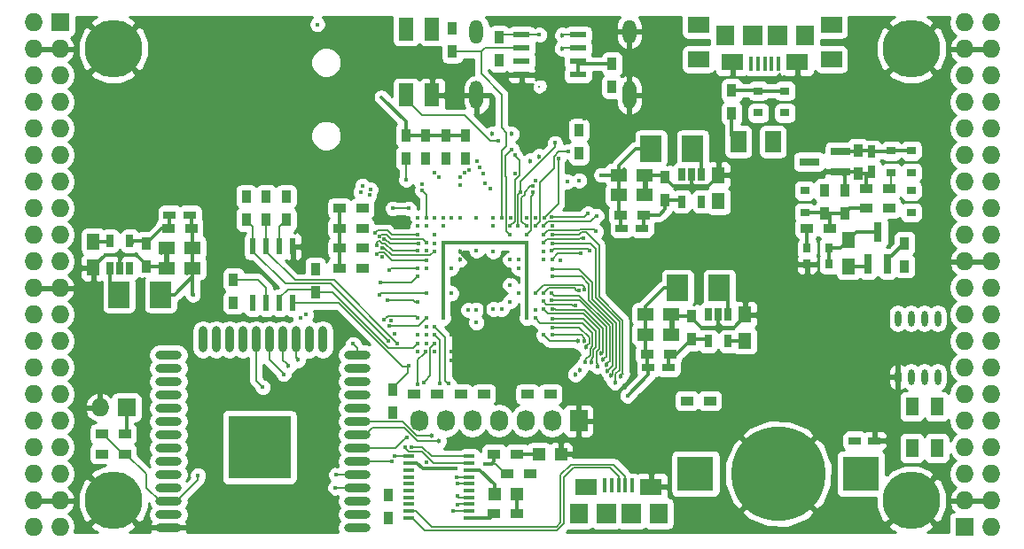
<source format=gbl>
G04 #@! TF.FileFunction,Copper,L4,Bot,Signal*
%FSLAX46Y46*%
G04 Gerber Fmt 4.6, Leading zero omitted, Abs format (unit mm)*
G04 Created by KiCad (PCBNEW 4.0.5+dfsg1-4) date Sat May  6 12:26:19 2017*
%MOMM*%
%LPD*%
G01*
G04 APERTURE LIST*
%ADD10C,0.100000*%
%ADD11R,3.500000X3.300000*%
%ADD12C,9.000000*%
%ADD13R,2.032000X1.524000*%
%ADD14R,2.000000X2.500000*%
%ADD15R,0.700000X1.200000*%
%ADD16R,1.250000X1.500000*%
%ADD17R,1.500000X1.250000*%
%ADD18R,1.524000X2.032000*%
%ADD19O,0.609600X1.473200*%
%ADD20R,0.800000X0.900000*%
%ADD21R,0.900000X0.800000*%
%ADD22R,2.100000X1.600000*%
%ADD23R,1.900000X1.900000*%
%ADD24R,0.400000X1.350000*%
%ADD25R,1.800000X1.900000*%
%ADD26R,0.800000X1.900000*%
%ADD27R,1.900000X0.800000*%
%ADD28R,1.200000X0.750000*%
%ADD29R,0.750000X1.200000*%
%ADD30R,1.200000X0.900000*%
%ADD31R,0.900000X1.200000*%
%ADD32O,1.300000X2.700000*%
%ADD33O,1.300000X2.300000*%
%ADD34R,0.600000X1.550000*%
%ADD35R,1.550000X0.600000*%
%ADD36O,2.500000X0.900000*%
%ADD37O,0.900000X2.500000*%
%ADD38R,6.000000X6.000000*%
%ADD39R,1.727200X1.727200*%
%ADD40O,1.727200X1.727200*%
%ADD41C,5.500000*%
%ADD42R,1.000000X0.400000*%
%ADD43R,1.200000X1.800000*%
%ADD44R,1.400000X2.200000*%
%ADD45R,1.727200X2.032000*%
%ADD46O,1.727200X2.032000*%
%ADD47R,1.198880X1.198880*%
%ADD48C,0.400000*%
%ADD49C,0.454000*%
%ADD50C,0.190000*%
%ADD51C,0.300000*%
%ADD52C,0.200000*%
%ADD53C,0.254000*%
G04 APERTURE END LIST*
D10*
D11*
X174390000Y-105870000D03*
X158590000Y-105870000D03*
D12*
X166490000Y-105870000D03*
D13*
X171570000Y-62944000D03*
X171570000Y-66246000D03*
D14*
X160870000Y-88090000D03*
X156870000Y-88090000D03*
D15*
X159825000Y-90600000D03*
X160775000Y-90600000D03*
X161725000Y-90600000D03*
X161725000Y-93200000D03*
X159825000Y-93200000D03*
D14*
X158330000Y-74755000D03*
X154330000Y-74755000D03*
D15*
X157285000Y-77235000D03*
X158235000Y-77235000D03*
X159185000Y-77235000D03*
X159185000Y-79835000D03*
X157285000Y-79835000D03*
D14*
X103530000Y-88725000D03*
X107530000Y-88725000D03*
D15*
X104575000Y-86215000D03*
X103625000Y-86215000D03*
X102675000Y-86215000D03*
X102675000Y-83615000D03*
X104575000Y-83615000D03*
D16*
X101085000Y-83665000D03*
X101085000Y-86165000D03*
D17*
X153810000Y-90630000D03*
X156310000Y-90630000D03*
X153810000Y-92535000D03*
X156310000Y-92535000D03*
D16*
X163315000Y-93150000D03*
X163315000Y-90650000D03*
D17*
X151270000Y-79200000D03*
X153770000Y-79200000D03*
X151270000Y-77295000D03*
X153770000Y-77295000D03*
D16*
X160775000Y-79815000D03*
X160775000Y-77315000D03*
D17*
X110590000Y-84280000D03*
X108090000Y-84280000D03*
X110590000Y-86185000D03*
X108090000Y-86185000D03*
D18*
X162680000Y-74120000D03*
X165982000Y-74120000D03*
D13*
X158870000Y-66246000D03*
X158870000Y-62944000D03*
D19*
X181730000Y-96599000D03*
X180460000Y-96599000D03*
X179190000Y-96599000D03*
X177920000Y-96599000D03*
X177920000Y-91011000D03*
X179190000Y-91011000D03*
X180460000Y-91011000D03*
X181730000Y-91011000D03*
D16*
X173221000Y-86038000D03*
X173221000Y-83538000D03*
D20*
X169250000Y-84280000D03*
X171350000Y-84280000D03*
D21*
X179190000Y-80885000D03*
X179190000Y-78785000D03*
X177285000Y-74975000D03*
X177285000Y-77075000D03*
X169030000Y-80885000D03*
X169030000Y-78785000D03*
D22*
X154350000Y-107130000D03*
X148150000Y-107130000D03*
D23*
X152450000Y-109680000D03*
X150050000Y-109680000D03*
D24*
X152550000Y-107005000D03*
X151900000Y-107005000D03*
X151250000Y-107005000D03*
X150600000Y-107005000D03*
X149950000Y-107005000D03*
D25*
X155050000Y-109680000D03*
X147450000Y-109680000D03*
D22*
X162120000Y-66510000D03*
X168320000Y-66510000D03*
D23*
X164020000Y-63960000D03*
X166420000Y-63960000D03*
D24*
X163920000Y-66635000D03*
X164570000Y-66635000D03*
X165220000Y-66635000D03*
X165870000Y-66635000D03*
X166520000Y-66635000D03*
D25*
X161420000Y-63960000D03*
X169020000Y-63960000D03*
D26*
X176965000Y-85780000D03*
X175065000Y-85780000D03*
X176015000Y-82780000D03*
D27*
X172435000Y-75075000D03*
X172435000Y-76975000D03*
X169435000Y-76025000D03*
D28*
X154110000Y-95710000D03*
X156010000Y-95710000D03*
X151570000Y-82375000D03*
X153470000Y-82375000D03*
X110290000Y-81105000D03*
X108390000Y-81105000D03*
D29*
X175380000Y-75075000D03*
X175380000Y-76975000D03*
D30*
X169200000Y-82375000D03*
X171400000Y-82375000D03*
D31*
X172840000Y-80935000D03*
X172840000Y-78735000D03*
D30*
X177115000Y-80470000D03*
X174915000Y-80470000D03*
D31*
X174110000Y-74925000D03*
X174110000Y-77125000D03*
X178555000Y-83815000D03*
X178555000Y-86015000D03*
D30*
X157770000Y-98885000D03*
X159970000Y-98885000D03*
D31*
X170935000Y-80935000D03*
X170935000Y-78735000D03*
X129280000Y-107900000D03*
X129280000Y-110100000D03*
D30*
X142825000Y-105870000D03*
X140625000Y-105870000D03*
X177115000Y-78565000D03*
X174915000Y-78565000D03*
X153960000Y-94440000D03*
X156160000Y-94440000D03*
X110440000Y-82375000D03*
X108240000Y-82375000D03*
X151420000Y-81105000D03*
X153620000Y-81105000D03*
D31*
X158235000Y-90800000D03*
X158235000Y-93000000D03*
X106165000Y-86015000D03*
X106165000Y-83815000D03*
X155695000Y-77465000D03*
X155695000Y-79665000D03*
D30*
X126782000Y-86185000D03*
X124582000Y-86185000D03*
X126782000Y-84279000D03*
X124582000Y-84279000D03*
X126782000Y-82375000D03*
X124582000Y-82375000D03*
X126782000Y-80470000D03*
X124582000Y-80470000D03*
D31*
X130930000Y-75687000D03*
X130930000Y-73487000D03*
X132835000Y-75687000D03*
X132835000Y-73487000D03*
X134740000Y-75687000D03*
X134740000Y-73487000D03*
X136645000Y-75687000D03*
X136645000Y-73487000D03*
D32*
X152280000Y-69650000D03*
X137680000Y-69650000D03*
D33*
X137680000Y-63600000D03*
X152280000Y-63600000D03*
D34*
X116325000Y-84120000D03*
X117595000Y-84120000D03*
X118865000Y-84120000D03*
X120135000Y-84120000D03*
X120135000Y-89520000D03*
X118865000Y-89520000D03*
X117595000Y-89520000D03*
X116325000Y-89520000D03*
D28*
X173795000Y-102695000D03*
X175695000Y-102695000D03*
D35*
X141980000Y-67705000D03*
X141980000Y-66435000D03*
X141980000Y-65165000D03*
X141980000Y-63895000D03*
X147380000Y-63895000D03*
X147380000Y-65165000D03*
X147380000Y-66435000D03*
X147380000Y-67705000D03*
D20*
X171350000Y-85804000D03*
X169250000Y-85804000D03*
D21*
X179190000Y-77075000D03*
X179190000Y-74975000D03*
D36*
X126260434Y-111030338D03*
X126260434Y-109760338D03*
X126260434Y-108490338D03*
X126260434Y-107220338D03*
X126260434Y-105950338D03*
X126260434Y-104680338D03*
X126260434Y-103410338D03*
X126260434Y-102140338D03*
X126260434Y-100870338D03*
X126260434Y-99600338D03*
X126260434Y-98330338D03*
X126260434Y-97060338D03*
X126260434Y-95790338D03*
X126260434Y-94520338D03*
D37*
X122975434Y-93030338D03*
X121705434Y-93030338D03*
X120435434Y-93030338D03*
X119165434Y-93030338D03*
X117895434Y-93030338D03*
X116625434Y-93030338D03*
X115355434Y-93030338D03*
X114085434Y-93030338D03*
X112815434Y-93030338D03*
X111545434Y-93030338D03*
D36*
X108260434Y-94520338D03*
X108260434Y-95790338D03*
X108260434Y-97060338D03*
X108260434Y-98330338D03*
X108260434Y-99600338D03*
X108260434Y-100870338D03*
X108260434Y-102140338D03*
X108260434Y-103410338D03*
X108260434Y-104680338D03*
X108260434Y-105950338D03*
X108260434Y-107220338D03*
X108260434Y-108490338D03*
X108260434Y-109760338D03*
X108260434Y-111030338D03*
D38*
X116960434Y-103330338D03*
D39*
X97910000Y-62690000D03*
D40*
X95370000Y-62690000D03*
X97910000Y-65230000D03*
X95370000Y-65230000D03*
X97910000Y-67770000D03*
X95370000Y-67770000D03*
X97910000Y-70310000D03*
X95370000Y-70310000D03*
X97910000Y-72850000D03*
X95370000Y-72850000D03*
X97910000Y-75390000D03*
X95370000Y-75390000D03*
X97910000Y-77930000D03*
X95370000Y-77930000D03*
X97910000Y-80470000D03*
X95370000Y-80470000D03*
X97910000Y-83010000D03*
X95370000Y-83010000D03*
X97910000Y-85550000D03*
X95370000Y-85550000D03*
X97910000Y-88090000D03*
X95370000Y-88090000D03*
X97910000Y-90630000D03*
X95370000Y-90630000D03*
X97910000Y-93170000D03*
X95370000Y-93170000D03*
X97910000Y-95710000D03*
X95370000Y-95710000D03*
X97910000Y-98250000D03*
X95370000Y-98250000D03*
X97910000Y-100790000D03*
X95370000Y-100790000D03*
X97910000Y-103330000D03*
X95370000Y-103330000D03*
X97910000Y-105870000D03*
X95370000Y-105870000D03*
X97910000Y-108410000D03*
X95370000Y-108410000D03*
X97910000Y-110950000D03*
X95370000Y-110950000D03*
D39*
X184270000Y-110950000D03*
D40*
X186810000Y-110950000D03*
X184270000Y-108410000D03*
X186810000Y-108410000D03*
X184270000Y-105870000D03*
X186810000Y-105870000D03*
X184270000Y-103330000D03*
X186810000Y-103330000D03*
X184270000Y-100790000D03*
X186810000Y-100790000D03*
X184270000Y-98250000D03*
X186810000Y-98250000D03*
X184270000Y-95710000D03*
X186810000Y-95710000D03*
X184270000Y-93170000D03*
X186810000Y-93170000D03*
X184270000Y-90630000D03*
X186810000Y-90630000D03*
X184270000Y-88090000D03*
X186810000Y-88090000D03*
X184270000Y-85550000D03*
X186810000Y-85550000D03*
X184270000Y-83010000D03*
X186810000Y-83010000D03*
X184270000Y-80470000D03*
X186810000Y-80470000D03*
X184270000Y-77930000D03*
X186810000Y-77930000D03*
X184270000Y-75390000D03*
X186810000Y-75390000D03*
X184270000Y-72850000D03*
X186810000Y-72850000D03*
X184270000Y-70310000D03*
X186810000Y-70310000D03*
X184270000Y-67770000D03*
X186810000Y-67770000D03*
X184270000Y-65230000D03*
X186810000Y-65230000D03*
X184270000Y-62690000D03*
X186810000Y-62690000D03*
D41*
X102990000Y-108410000D03*
X179190000Y-108410000D03*
X179190000Y-65230000D03*
X102990000Y-65230000D03*
D21*
X167125000Y-69260000D03*
X167125000Y-71360000D03*
X164585000Y-69260000D03*
X164585000Y-71360000D03*
D31*
X162045000Y-71410000D03*
X162045000Y-69210000D03*
X139820000Y-66330000D03*
X139820000Y-64130000D03*
X135375000Y-63300000D03*
X135375000Y-65500000D03*
X150615000Y-68870000D03*
X150615000Y-66670000D03*
X147440000Y-75220000D03*
X147440000Y-73020000D03*
D42*
X137005000Y-104215000D03*
X137005000Y-104865000D03*
X137005000Y-105515000D03*
X137005000Y-106165000D03*
X137005000Y-106815000D03*
X137005000Y-107465000D03*
X137005000Y-108115000D03*
X137005000Y-108765000D03*
X137005000Y-109415000D03*
X137005000Y-110065000D03*
X131205000Y-110065000D03*
X131205000Y-109415000D03*
X131205000Y-108765000D03*
X131205000Y-108115000D03*
X131205000Y-107465000D03*
X131205000Y-106815000D03*
X131205000Y-106165000D03*
X131205000Y-105515000D03*
X131205000Y-104865000D03*
X131205000Y-104215000D03*
D31*
X119500000Y-79370000D03*
X119500000Y-81570000D03*
X114480000Y-89500000D03*
X114480000Y-87300000D03*
X129660000Y-99985000D03*
X129660000Y-97785000D03*
X117595000Y-79370000D03*
X117595000Y-81570000D03*
X122280000Y-86300000D03*
X122280000Y-88500000D03*
X115690000Y-79370000D03*
X115690000Y-81570000D03*
D30*
X144730000Y-98250000D03*
X142530000Y-98250000D03*
X138380000Y-98250000D03*
X136180000Y-98250000D03*
X131735000Y-98250000D03*
X133935000Y-98250000D03*
X101890000Y-103965000D03*
X104090000Y-103965000D03*
D43*
X179260000Y-99425000D03*
X179260000Y-103425000D03*
X181660000Y-103425000D03*
X181660000Y-99425000D03*
D44*
X133450000Y-63350000D03*
X133450000Y-69650000D03*
X130950000Y-69650000D03*
X130950000Y-63350000D03*
D39*
X104260000Y-99520000D03*
D40*
X101720000Y-99520000D03*
D45*
X147440000Y-100790000D03*
D46*
X144900000Y-100790000D03*
X142360000Y-100790000D03*
X139820000Y-100790000D03*
X137280000Y-100790000D03*
X134740000Y-100790000D03*
X132200000Y-100790000D03*
D30*
X101890000Y-102060000D03*
X104090000Y-102060000D03*
D47*
X143630980Y-104000000D03*
X145729020Y-104000000D03*
X141504020Y-107775000D03*
X139405980Y-107775000D03*
D30*
X139355000Y-103965000D03*
X141555000Y-103965000D03*
X139355000Y-109680000D03*
X141555000Y-109680000D03*
D48*
X133690245Y-94180159D03*
D49*
X139312644Y-91359700D03*
D48*
X140874194Y-91433353D03*
X147987057Y-71874961D03*
X146490444Y-71976266D03*
X144992193Y-71935857D03*
X145680000Y-85422010D03*
X100017740Y-79439515D03*
X132880424Y-84565132D03*
X143480000Y-71900000D03*
X141986140Y-71899854D03*
X144080000Y-84600000D03*
X145680000Y-94200000D03*
X136080000Y-89400000D03*
X135280000Y-95000000D03*
X135280000Y-94200000D03*
X142480000Y-94200000D03*
X140880000Y-93400000D03*
X139280000Y-93400000D03*
X137680000Y-93400000D03*
X136080000Y-93400000D03*
X136880000Y-92600000D03*
X135280000Y-92600000D03*
X132880000Y-91800000D03*
X132880000Y-93400000D03*
X132880000Y-82200000D03*
D49*
X141042859Y-86994997D03*
X139280000Y-87000000D03*
X136110990Y-86995403D03*
X139280000Y-88600000D03*
X137680000Y-87000000D03*
X136080000Y-84600000D03*
D48*
X149585000Y-77295000D03*
X137665894Y-91402446D03*
X135273306Y-88618602D03*
X139272517Y-84611349D03*
X137680556Y-84534085D03*
X141680000Y-86200000D03*
X135280000Y-86200000D03*
X132880000Y-92600000D03*
X132080000Y-92600000D03*
X141680000Y-88600000D03*
X141680000Y-85400000D03*
X152095000Y-98400000D03*
X140094890Y-90122990D03*
X139280000Y-90122990D03*
X140880000Y-89400000D03*
X137680000Y-90172990D03*
X140880000Y-87800000D03*
X140880000Y-85400000D03*
X136880000Y-90200000D03*
D49*
X136080000Y-85400000D03*
D48*
X129541426Y-91206659D03*
X121408624Y-90632457D03*
X129813284Y-92511909D03*
X120880000Y-91000000D03*
X139280000Y-82200000D03*
X110593658Y-88756708D03*
X142480000Y-91000000D03*
X142480000Y-83800000D03*
X134480000Y-83800000D03*
X134480000Y-91000000D03*
X134989752Y-97256032D03*
X135884156Y-106800406D03*
X133680000Y-91800000D03*
D49*
X134074414Y-102752225D03*
D48*
X135855186Y-108022639D03*
X134198152Y-97269984D03*
D49*
X133449289Y-102232615D03*
D48*
X133680000Y-92600000D03*
X132606156Y-97170044D03*
X129563728Y-104680338D03*
X132918584Y-104800000D03*
X135853254Y-108792386D03*
X133685668Y-93402482D03*
X132846234Y-94197073D03*
X132090078Y-97276836D03*
X131019992Y-102364188D03*
X135471949Y-109409592D03*
X122480000Y-62900000D03*
D49*
X145851858Y-65189228D03*
X145873729Y-63920849D03*
D48*
X143680000Y-63900000D03*
X140080000Y-81400000D03*
X129373612Y-86363428D03*
X132080000Y-86200000D03*
X117280000Y-97600000D03*
X119260183Y-96350895D03*
D49*
X119709193Y-95550883D03*
X120634035Y-94977604D03*
D48*
X147480000Y-77822010D03*
X146387166Y-77918991D03*
X131453853Y-103296209D03*
D49*
X148653935Y-95239949D03*
D48*
X144885216Y-91021238D03*
D49*
X149619858Y-94378867D03*
D48*
X144885689Y-90132858D03*
D49*
X150895161Y-97104924D03*
D48*
X144890381Y-83866022D03*
D49*
X151426924Y-96525191D03*
D48*
X144894101Y-83022010D03*
D49*
X150518912Y-96497510D03*
D48*
X144901285Y-86268736D03*
D49*
X150197861Y-96013257D03*
D48*
X144888562Y-86993817D03*
D49*
X150072035Y-95446034D03*
D48*
X144877648Y-88622010D03*
D49*
X149779241Y-94944191D03*
D48*
X144869421Y-89288847D03*
D49*
X148110244Y-93760618D03*
D48*
X144882782Y-91877646D03*
D49*
X147402091Y-93209005D03*
D48*
X144080000Y-92600000D03*
D49*
X147982902Y-93193733D03*
D48*
X144882352Y-92577990D03*
X131191207Y-95514394D03*
X130123876Y-93413277D03*
X132080000Y-93400000D03*
X129280000Y-93200000D03*
X132080000Y-94200000D03*
X128649840Y-85087828D03*
X111080000Y-106000000D03*
X129212070Y-89291543D03*
X132080000Y-89444020D03*
X130839486Y-103354982D03*
X132880000Y-86200000D03*
X129880000Y-104200000D03*
X128388593Y-88745409D03*
X132880000Y-88600000D03*
X135778649Y-106163691D03*
X128476551Y-87584386D03*
X124253981Y-105982535D03*
X132080000Y-87000000D03*
X125899900Y-93452662D03*
X124202418Y-107207639D03*
X139782500Y-74073458D03*
D49*
X139185419Y-73378045D03*
X141029139Y-73391006D03*
X143625670Y-75521246D03*
X142775852Y-75939146D03*
D48*
X135274882Y-81390604D03*
X134480367Y-81390604D03*
X134058357Y-77465303D03*
X133668154Y-77111081D03*
X126773709Y-78308800D03*
X126604386Y-78926444D03*
X127445822Y-79226361D03*
X127566271Y-78713298D03*
X132504562Y-78200000D03*
X132505009Y-78796823D03*
X132884441Y-81391117D03*
X128013789Y-82814208D03*
X132084319Y-83022010D03*
X128395011Y-83178075D03*
X132886504Y-83777990D03*
X128874210Y-83399899D03*
X132117443Y-83866021D03*
X128177048Y-84021806D03*
X132032194Y-84565132D03*
X128656426Y-84243816D03*
X133671942Y-84595200D03*
X128146548Y-84865817D03*
X132875802Y-85421990D03*
D49*
X147131990Y-96348010D03*
X147526704Y-95921658D03*
D48*
X148074116Y-95229326D03*
X143280000Y-91000000D03*
X149207706Y-95605291D03*
X144082424Y-90132858D03*
X147124159Y-89779295D03*
X144035793Y-89397606D03*
X143281824Y-90201951D03*
X144080517Y-85397219D03*
X147611689Y-84811014D03*
X144886544Y-85385186D03*
X149110027Y-82710554D03*
X144080000Y-83000000D03*
X144885092Y-82177990D03*
X147473323Y-88301262D03*
X144082832Y-88584510D03*
X147997681Y-88248440D03*
X143278026Y-88595030D03*
X149131913Y-81202010D03*
X144076901Y-82186448D03*
X148337768Y-80975785D03*
X144866392Y-81333979D03*
X139280000Y-81400000D03*
X139030990Y-78600803D03*
X138474753Y-78117762D03*
X138291969Y-77164182D03*
X137754556Y-75974186D03*
X137974958Y-76577236D03*
X137680000Y-81400000D03*
X136967862Y-76797850D03*
X136540508Y-77107981D03*
X136123321Y-77473680D03*
X136102010Y-78268593D03*
X136080000Y-81400000D03*
X148441027Y-84498152D03*
X144877691Y-84532933D03*
X147904113Y-83328694D03*
X144080000Y-83800000D03*
X143019945Y-78903038D03*
X142473549Y-82998913D03*
X143086704Y-78380271D03*
X142457990Y-82191394D03*
X145494004Y-75718570D03*
X144146021Y-81374784D03*
X143323210Y-77837480D03*
X146456648Y-75056695D03*
X143302010Y-82194992D03*
X143302010Y-81381735D03*
X145172870Y-74240536D03*
X141853043Y-78968642D03*
X141657990Y-82130345D03*
X142457990Y-81382236D03*
X140924011Y-81375594D03*
X141346021Y-77170289D03*
X141046643Y-74873804D03*
X140864029Y-83041403D03*
X141329877Y-75415642D03*
X140902010Y-82179283D03*
X133680000Y-82977990D03*
X132080000Y-81400000D03*
X132080000Y-82177990D03*
X130976883Y-77755103D03*
X133680000Y-81400000D03*
X133680000Y-83822010D03*
X129376114Y-91707073D03*
X132880000Y-91000000D03*
X128844976Y-91174475D03*
X132077648Y-90977990D03*
X129680000Y-80500000D03*
X131180000Y-80500000D03*
X134480000Y-82200000D03*
X138500159Y-104911875D03*
X135680000Y-105400000D03*
D50*
X143680000Y-68900000D02*
X143780000Y-68800000D01*
D51*
X102210000Y-84915000D02*
X103625000Y-84915000D01*
X103625000Y-84915000D02*
X105215000Y-84915000D01*
X103625000Y-86215000D02*
X103625000Y-84915000D01*
X105215000Y-84915000D02*
X106165000Y-85865000D01*
X106165000Y-85865000D02*
X106165000Y-86015000D01*
X101085000Y-86165000D02*
X101085000Y-86040000D01*
X101085000Y-86040000D02*
X102210000Y-84915000D01*
X106165000Y-86015000D02*
X107920000Y-86015000D01*
X107920000Y-86015000D02*
X108090000Y-86185000D01*
X139085645Y-91132701D02*
X139312644Y-91359700D01*
X138480000Y-89400000D02*
X138480000Y-90527056D01*
X139280000Y-88600000D02*
X138480000Y-89400000D01*
X138480000Y-90527056D02*
X139085645Y-91132701D01*
X153770000Y-77295000D02*
X155525000Y-77295000D01*
X155525000Y-77295000D02*
X155695000Y-77465000D01*
X153770000Y-79200000D02*
X153770000Y-77295000D01*
X174110000Y-77125000D02*
X174745000Y-77125000D01*
X174745000Y-77125000D02*
X175230000Y-77125000D01*
X174915000Y-78565000D02*
X174915000Y-77295000D01*
X174915000Y-77295000D02*
X174745000Y-77125000D01*
X172840000Y-78735000D02*
X172840000Y-77380000D01*
X172840000Y-77380000D02*
X172435000Y-76975000D01*
X175230000Y-77125000D02*
X175380000Y-76975000D01*
X172435000Y-76975000D02*
X173960000Y-76975000D01*
X173960000Y-76975000D02*
X174110000Y-77125000D01*
X137680000Y-86200000D02*
X137680000Y-86600000D01*
X136080000Y-84600000D02*
X137680000Y-86200000D01*
X159850000Y-78365000D02*
X158235000Y-78365000D01*
X158235000Y-78365000D02*
X156445000Y-78365000D01*
X158235000Y-77235000D02*
X158235000Y-78365000D01*
X160775000Y-77315000D02*
X160775000Y-77440000D01*
X160775000Y-77440000D02*
X159850000Y-78365000D01*
X156445000Y-78365000D02*
X155695000Y-77615000D01*
X155695000Y-77615000D02*
X155695000Y-77465000D01*
X156310000Y-90630000D02*
X156310000Y-92535000D01*
X158235000Y-90800000D02*
X156480000Y-90800000D01*
X156480000Y-90800000D02*
X156310000Y-90630000D01*
X163315000Y-90650000D02*
X163315000Y-90834602D01*
X163315000Y-90834602D02*
X162249602Y-91900000D01*
X162249602Y-91900000D02*
X160775000Y-91900000D01*
X101085000Y-86165000D02*
X101085000Y-85929893D01*
X106165000Y-85944374D02*
X106165000Y-86015000D01*
X159185000Y-91900000D02*
X160775000Y-91900000D01*
X160775000Y-90600000D02*
X160775000Y-91900000D01*
X158235000Y-90800000D02*
X158235000Y-90950000D01*
X158235000Y-90950000D02*
X159185000Y-91900000D01*
X108090000Y-84280000D02*
X108090000Y-86185000D01*
X107625000Y-84745000D02*
X108090000Y-84280000D01*
X108070000Y-84260000D02*
X108090000Y-84280000D01*
X141037856Y-87000000D02*
X141042859Y-86994997D01*
X139280000Y-87000000D02*
X141037856Y-87000000D01*
X136432016Y-86995403D02*
X136110990Y-86995403D01*
X137284597Y-86995403D02*
X136432016Y-86995403D01*
X137680000Y-86600000D02*
X137284597Y-86995403D01*
X137680000Y-86600000D02*
X137680000Y-87000000D01*
X161725000Y-93200000D02*
X163265000Y-93200000D01*
X163265000Y-93200000D02*
X163315000Y-93150000D01*
X173221000Y-86038000D02*
X174807000Y-86038000D01*
X174807000Y-86038000D02*
X175065000Y-85780000D01*
X162045000Y-71410000D02*
X162045000Y-73485000D01*
X162045000Y-73485000D02*
X162680000Y-74120000D01*
X101085000Y-83665000D02*
X102625000Y-83665000D01*
X102625000Y-83665000D02*
X102675000Y-83615000D01*
X151270000Y-77295000D02*
X149585000Y-77295000D01*
X151270000Y-77295000D02*
X151270000Y-76370000D01*
X152885000Y-74755000D02*
X153030000Y-74755000D01*
X151270000Y-76370000D02*
X152885000Y-74755000D01*
X153030000Y-74755000D02*
X154330000Y-74755000D01*
X151420000Y-81105000D02*
X151420000Y-82225000D01*
X151420000Y-82225000D02*
X151570000Y-82375000D01*
X151270000Y-79200000D02*
X151270000Y-80955000D01*
X151270000Y-80955000D02*
X151420000Y-81105000D01*
X151270000Y-77295000D02*
X151270000Y-79200000D01*
X151790000Y-76775000D02*
X151270000Y-77295000D01*
X160870000Y-88090000D02*
X161725000Y-88945000D01*
X161725000Y-88945000D02*
X161725000Y-90600000D01*
X159185000Y-77235000D02*
X159185000Y-75610000D01*
X159185000Y-75610000D02*
X158330000Y-74755000D01*
X154110000Y-95710000D02*
X154110000Y-96385000D01*
X154110000Y-96385000D02*
X152095000Y-98400000D01*
X156870000Y-88090000D02*
X155570000Y-88090000D01*
X155570000Y-88090000D02*
X153810000Y-89850000D01*
X153810000Y-89850000D02*
X153810000Y-90630000D01*
X153960000Y-94440000D02*
X153960000Y-95560000D01*
X153960000Y-95560000D02*
X154110000Y-95710000D01*
X153810000Y-92535000D02*
X153810000Y-94290000D01*
X153810000Y-94290000D02*
X153960000Y-94440000D01*
X153810000Y-92535000D02*
X153810000Y-90630000D01*
X153695000Y-90515000D02*
X153810000Y-90630000D01*
X158235000Y-93000000D02*
X159625000Y-93000000D01*
X159625000Y-93000000D02*
X159825000Y-93200000D01*
X156160000Y-94440000D02*
X156795000Y-94440000D01*
X156795000Y-94440000D02*
X158235000Y-93000000D01*
X156010000Y-95710000D02*
X156010000Y-94590000D01*
X156010000Y-94590000D02*
X156160000Y-94440000D01*
X110590000Y-88753050D02*
X110593658Y-88756708D01*
X110590000Y-86185000D02*
X110590000Y-88753050D01*
X107530000Y-88725000D02*
X108830000Y-88725000D01*
X108830000Y-88725000D02*
X110590000Y-86965000D01*
X110590000Y-86965000D02*
X110590000Y-86185000D01*
X142480000Y-83800000D02*
X142480000Y-91000000D01*
X134480000Y-83800000D02*
X142480000Y-83800000D01*
X134480000Y-91000000D02*
X134480000Y-83800000D01*
X110440000Y-82375000D02*
X110440000Y-81255000D01*
X110440000Y-81255000D02*
X110290000Y-81105000D01*
X110590000Y-84280000D02*
X110590000Y-82525000D01*
X110590000Y-82525000D02*
X110440000Y-82375000D01*
X110590000Y-86185000D02*
X110590000Y-84280000D01*
X110070000Y-86705000D02*
X110590000Y-86185000D01*
X102675000Y-86215000D02*
X102675000Y-87870000D01*
X102675000Y-87870000D02*
X103530000Y-88725000D01*
X169030000Y-80885000D02*
X170885000Y-80885000D01*
X170885000Y-80885000D02*
X170935000Y-80935000D01*
X170935000Y-80935000D02*
X171570000Y-80935000D01*
X171570000Y-80935000D02*
X172840000Y-80935000D01*
X171400000Y-82375000D02*
X171400000Y-81105000D01*
X171400000Y-81105000D02*
X171570000Y-80935000D01*
X174915000Y-80470000D02*
X173305000Y-80470000D01*
X173305000Y-80470000D02*
X172840000Y-80935000D01*
X153620000Y-81105000D02*
X155155000Y-81105000D01*
X155155000Y-81105000D02*
X155695000Y-80565000D01*
X155695000Y-80565000D02*
X155695000Y-79665000D01*
X153620000Y-81105000D02*
X153620000Y-82225000D01*
X153620000Y-82225000D02*
X153470000Y-82375000D01*
X155695000Y-79665000D02*
X157115000Y-79665000D01*
X157115000Y-79665000D02*
X157285000Y-79835000D01*
X155525000Y-79835000D02*
X155695000Y-79665000D01*
X108240000Y-82375000D02*
X107605000Y-82375000D01*
X107605000Y-82375000D02*
X106165000Y-83815000D01*
X104575000Y-83615000D02*
X105965000Y-83615000D01*
X105965000Y-83615000D02*
X106165000Y-83815000D01*
X104775000Y-83815000D02*
X104575000Y-83615000D01*
X108070000Y-82545000D02*
X108240000Y-82375000D01*
X108390000Y-81105000D02*
X108390000Y-82225000D01*
X108390000Y-82225000D02*
X108240000Y-82375000D01*
D50*
X133680000Y-91800000D02*
X134680000Y-92800000D01*
X134680000Y-92800000D02*
X134680000Y-96946280D01*
X134789753Y-97056033D02*
X134989752Y-97256032D01*
X134680000Y-96946280D02*
X134789753Y-97056033D01*
X130774333Y-101500338D02*
X132026220Y-102752225D01*
X127700434Y-101500338D02*
X130774333Y-101500338D01*
X126260434Y-102140338D02*
X127060434Y-102140338D01*
X127060434Y-102140338D02*
X127700434Y-101500338D01*
X132026220Y-102752225D02*
X133753388Y-102752225D01*
X133753388Y-102752225D02*
X134074414Y-102752225D01*
X137005000Y-106815000D02*
X135898750Y-106815000D01*
X135898750Y-106815000D02*
X135884156Y-106800406D01*
X137005000Y-108115000D02*
X135947547Y-108115000D01*
X135947547Y-108115000D02*
X135855186Y-108022639D01*
X134198152Y-93118152D02*
X134198152Y-96987142D01*
X133680000Y-92600000D02*
X134198152Y-93118152D01*
X134198152Y-96987142D02*
X134198152Y-97269984D01*
X133128263Y-102232615D02*
X133449289Y-102232615D01*
X131954931Y-102232615D02*
X133128263Y-102232615D01*
X126260434Y-100870338D02*
X130592654Y-100870338D01*
X130592654Y-100870338D02*
X131954931Y-102232615D01*
X133268244Y-93819906D02*
X133268244Y-96507956D01*
X133685668Y-93402482D02*
X133268244Y-93819906D01*
X133268244Y-96507956D02*
X132806155Y-96970045D01*
X132806155Y-96970045D02*
X132606156Y-97170044D01*
X126260434Y-104680338D02*
X129563728Y-104680338D01*
X137005000Y-108765000D02*
X135880640Y-108765000D01*
X135880640Y-108765000D02*
X135853254Y-108792386D01*
X132646235Y-94397072D02*
X132846234Y-94197073D01*
X132090078Y-94953229D02*
X132646235Y-94397072D01*
X132090078Y-97276836D02*
X132090078Y-94953229D01*
X129973842Y-103410338D02*
X130819993Y-102564187D01*
X126260434Y-103410338D02*
X129973842Y-103410338D01*
X130819993Y-102564187D02*
X131019992Y-102364188D01*
X137005000Y-109415000D02*
X135477357Y-109415000D01*
X135477357Y-109415000D02*
X135471949Y-109409592D01*
D51*
X176015000Y-82780000D02*
X173979000Y-82780000D01*
X173979000Y-82780000D02*
X173221000Y-83538000D01*
X171350000Y-84280000D02*
X172479000Y-84280000D01*
X172479000Y-84280000D02*
X173221000Y-83538000D01*
X171350000Y-84280000D02*
X171350000Y-85804000D01*
X177285000Y-74975000D02*
X179190000Y-74975000D01*
X175380000Y-75075000D02*
X177185000Y-75075000D01*
X177185000Y-75075000D02*
X177285000Y-74975000D01*
X174110000Y-74925000D02*
X175230000Y-74925000D01*
X175230000Y-74925000D02*
X175380000Y-75075000D01*
X172435000Y-75075000D02*
X173960000Y-75075000D01*
X173960000Y-75075000D02*
X174110000Y-74925000D01*
X169200000Y-82375000D02*
X169200000Y-84230000D01*
X169200000Y-84230000D02*
X169250000Y-84280000D01*
X176965000Y-85780000D02*
X176965000Y-85405000D01*
X176965000Y-85405000D02*
X178555000Y-83815000D01*
D50*
X177285000Y-77075000D02*
X177285000Y-78395000D01*
X177285000Y-78395000D02*
X177115000Y-78565000D01*
D51*
X124582000Y-84279000D02*
X124582000Y-86185000D01*
X124582000Y-82375000D02*
X124582000Y-84279000D01*
X124582000Y-80470000D02*
X124582000Y-82375000D01*
X128779999Y-70060978D02*
X128580000Y-69860979D01*
X130930000Y-72210979D02*
X128779999Y-70060978D01*
X130930000Y-73487000D02*
X130930000Y-72210979D01*
X134740000Y-73487000D02*
X136645000Y-73487000D01*
X132835000Y-73487000D02*
X134740000Y-73487000D01*
X130930000Y-73487000D02*
X132835000Y-73487000D01*
D50*
X145876086Y-65165000D02*
X145851858Y-65189228D01*
X147380000Y-65165000D02*
X145876086Y-65165000D01*
X145899578Y-63895000D02*
X145873729Y-63920849D01*
X147380000Y-63895000D02*
X145899578Y-63895000D01*
X143680000Y-63900000D02*
X141985000Y-63900000D01*
X141985000Y-63900000D02*
X141980000Y-63895000D01*
X141980000Y-63895000D02*
X140055000Y-63895000D01*
X140055000Y-63895000D02*
X139820000Y-64130000D01*
X138115000Y-67635000D02*
X138115000Y-65500000D01*
X140080000Y-69600000D02*
X138115000Y-67635000D01*
X140513618Y-73234098D02*
X140080000Y-72800480D01*
X140080000Y-74951680D02*
X140513618Y-74518062D01*
X140080000Y-72800480D02*
X140080000Y-69600000D01*
X140513618Y-74518062D02*
X140513618Y-73234098D01*
X140080000Y-81400000D02*
X140080000Y-74951680D01*
X135375000Y-65500000D02*
X138115000Y-65500000D01*
X138115000Y-65500000D02*
X138450000Y-65165000D01*
X138450000Y-65165000D02*
X141980000Y-65165000D01*
D51*
X147380000Y-67705000D02*
X147380000Y-66435000D01*
X150615000Y-66670000D02*
X147615000Y-66670000D01*
X147615000Y-66670000D02*
X147380000Y-66435000D01*
D50*
X129537040Y-86200000D02*
X129373612Y-86363428D01*
X132080000Y-86200000D02*
X129537040Y-86200000D01*
X117280000Y-97600000D02*
X116625434Y-96945434D01*
X116625434Y-96945434D02*
X116625434Y-93536964D01*
X116625434Y-93536964D02*
X116625434Y-93030338D01*
X119060184Y-96150896D02*
X119260183Y-96350895D01*
X117895434Y-94986146D02*
X119060184Y-96150896D01*
X117895434Y-93030338D02*
X117895434Y-94986146D01*
X117895434Y-93030338D02*
X117895434Y-93830338D01*
X119482194Y-95323884D02*
X119709193Y-95550883D01*
X119165434Y-95007124D02*
X119482194Y-95323884D01*
X119165434Y-93030338D02*
X119165434Y-95007124D01*
X120435434Y-93030338D02*
X120435434Y-94779003D01*
X120435434Y-94779003D02*
X120634035Y-94977604D01*
D51*
X164585000Y-69260000D02*
X167125000Y-69260000D01*
X162045000Y-69210000D02*
X164535000Y-69210000D01*
X164535000Y-69210000D02*
X164585000Y-69260000D01*
D50*
X131736695Y-103296209D02*
X131453853Y-103296209D01*
X132487676Y-103296209D02*
X131736695Y-103296209D01*
X133406467Y-104215000D02*
X132487676Y-103296209D01*
X137005000Y-104215000D02*
X133406467Y-104215000D01*
X137005000Y-104215000D02*
X136705000Y-104215000D01*
X147894505Y-91021238D02*
X149087633Y-92214367D01*
X148653935Y-94918923D02*
X148653935Y-95239949D01*
X148853846Y-94719012D02*
X148653935Y-94918923D01*
X149087633Y-92214367D02*
X149087633Y-93798249D01*
X148853846Y-94032036D02*
X148853846Y-94719012D01*
X144885216Y-91021238D02*
X147894505Y-91021238D01*
X149087633Y-93798249D02*
X148853846Y-94032036D01*
X145236970Y-90201297D02*
X147971204Y-90201297D01*
X145168531Y-90132858D02*
X145236970Y-90201297D01*
X147971204Y-90201297D02*
X149751857Y-91981951D01*
X149751857Y-94246868D02*
X149619858Y-94378867D01*
X149751857Y-91981951D02*
X149751857Y-94246868D01*
X144885689Y-90132858D02*
X145168531Y-90132858D01*
D52*
X150895161Y-96783898D02*
X150895161Y-97104924D01*
X150972914Y-96706145D02*
X150895161Y-96783898D01*
X150972914Y-96325685D02*
X150972914Y-96706145D01*
D50*
X149053712Y-89042202D02*
X151336912Y-91325401D01*
X144890381Y-83866022D02*
X148584987Y-83866022D01*
X149053712Y-84334747D02*
X149053712Y-89042202D01*
X151336912Y-91325401D02*
X151336912Y-95961687D01*
X148584987Y-83866022D02*
X149053712Y-84334747D01*
X151336912Y-95961687D02*
X150972914Y-96325685D01*
X151653923Y-91194092D02*
X149370723Y-88910892D01*
X147701551Y-82785128D02*
X147464669Y-83022010D01*
X147464669Y-83022010D02*
X144894101Y-83022010D01*
X148106675Y-82785128D02*
X147701551Y-82785128D01*
X151653923Y-96298192D02*
X151653923Y-91194092D01*
X149370723Y-88910892D02*
X149370723Y-84049176D01*
X149370723Y-84049176D02*
X148106675Y-82785128D01*
X151693951Y-96258164D02*
X151653923Y-96298192D01*
X151653923Y-96298192D02*
X151426924Y-96525191D01*
X150650710Y-96047648D02*
X150650710Y-96365712D01*
X150650710Y-96365712D02*
X150518912Y-96497510D01*
X151019901Y-95678457D02*
X150650710Y-96047648D01*
X148736701Y-89173512D02*
X151019901Y-91456711D01*
X147421619Y-86268736D02*
X148736701Y-87583818D01*
X144901285Y-86268736D02*
X147421619Y-86268736D01*
X148736701Y-87583818D02*
X148736701Y-89173512D01*
X151019901Y-91456711D02*
X151019901Y-95678457D01*
X148419690Y-87715128D02*
X148419690Y-89304822D01*
X148419690Y-89304822D02*
X150702890Y-91588021D01*
X144888562Y-86993817D02*
X147698379Y-86993817D01*
X150702890Y-91588021D02*
X150702890Y-95508228D01*
X150424860Y-95786258D02*
X150197861Y-96013257D01*
X147698379Y-86993817D02*
X148419690Y-87715128D01*
X150702890Y-95508228D02*
X150424860Y-95786258D01*
X150299034Y-95219035D02*
X150072035Y-95446034D01*
X145077647Y-88822009D02*
X147488557Y-88822009D01*
X147488557Y-88822009D02*
X150385879Y-91719331D01*
X150385879Y-95132190D02*
X150299034Y-95219035D01*
X144877648Y-88622010D02*
X145077647Y-88822009D01*
X150385879Y-91719331D02*
X150385879Y-95132190D01*
X150068868Y-91850641D02*
X150068868Y-94654564D01*
X147507074Y-89288847D02*
X150068868Y-91850641D01*
X150006240Y-94717192D02*
X149779241Y-94944191D01*
X150068868Y-94654564D02*
X150006240Y-94717192D01*
X144869421Y-89288847D02*
X147507074Y-89288847D01*
X148453611Y-93417251D02*
X148337243Y-93533619D01*
X144882782Y-91877646D02*
X147495843Y-91877646D01*
X148453611Y-92835414D02*
X148453611Y-93417251D01*
X148337243Y-93533619D02*
X148110244Y-93760618D01*
X147495843Y-91877646D02*
X148453611Y-92835414D01*
X147081065Y-93209005D02*
X147402091Y-93209005D01*
X144689005Y-93209005D02*
X147081065Y-93209005D01*
X144080000Y-92600000D02*
X144689005Y-93209005D01*
X147982902Y-92872707D02*
X147982902Y-93193733D01*
X147688185Y-92577990D02*
X147982902Y-92872707D01*
X144882352Y-92577990D02*
X147688185Y-92577990D01*
X118865000Y-84120000D02*
X118865000Y-82205000D01*
X118865000Y-82205000D02*
X119500000Y-81570000D01*
X116780000Y-87300000D02*
X117595000Y-88115000D01*
X117595000Y-88115000D02*
X117595000Y-89520000D01*
X114480000Y-87300000D02*
X116780000Y-87300000D01*
X130652214Y-95645097D02*
X131121911Y-95645097D01*
X120135000Y-89520000D02*
X124527117Y-89520000D01*
X124527117Y-89520000D02*
X130652214Y-95645097D01*
X131121911Y-96173089D02*
X131121911Y-95645097D01*
X131121911Y-95645097D02*
X131191207Y-95575801D01*
X131191207Y-95575801D02*
X131191207Y-95514394D01*
X129660000Y-97785000D02*
X129660000Y-97635000D01*
X129660000Y-97635000D02*
X131121911Y-96173089D01*
X117595000Y-84120000D02*
X117595000Y-84595000D01*
X117595000Y-84595000D02*
X120360988Y-87360988D01*
X120360988Y-87360988D02*
X124065550Y-87360988D01*
X129917840Y-93213278D02*
X129923877Y-93213278D01*
X129923877Y-93213278D02*
X130123876Y-93413277D01*
X124065550Y-87360988D02*
X129917840Y-93213278D01*
X117595000Y-84120000D02*
X117595000Y-81570000D01*
X122280000Y-88500000D02*
X122031234Y-88251234D01*
X122031234Y-88251234D02*
X119658766Y-88251234D01*
X119658766Y-88251234D02*
X118865000Y-89045000D01*
X118865000Y-89045000D02*
X118865000Y-89520000D01*
X132080000Y-93400000D02*
X131635989Y-93844011D01*
X131635989Y-93844011D02*
X129299449Y-93844011D01*
X129299449Y-93844011D02*
X123955438Y-88500000D01*
X123955438Y-88500000D02*
X122280000Y-88500000D01*
X129080001Y-93000001D02*
X129280000Y-93200000D01*
X123757999Y-87677999D02*
X129080001Y-93000001D01*
X119407999Y-87677999D02*
X123757999Y-87677999D01*
X116325000Y-84595000D02*
X119407999Y-87677999D01*
X116325000Y-84120000D02*
X116325000Y-84595000D01*
X116325000Y-84120000D02*
X116325000Y-82205000D01*
X116325000Y-82205000D02*
X115690000Y-81570000D01*
X111080000Y-106000000D02*
X111080000Y-106470772D01*
X111080000Y-106470772D02*
X109060434Y-108490338D01*
X109060434Y-108490338D02*
X108260434Y-108490338D01*
X106165000Y-105890000D02*
X106165000Y-107194904D01*
X106165000Y-107194904D02*
X107460434Y-108490338D01*
X107460434Y-108490338D02*
X108260434Y-108490338D01*
X104090000Y-103965000D02*
X104240000Y-103965000D01*
X104240000Y-103965000D02*
X106165000Y-105890000D01*
X101890000Y-102060000D02*
X102040000Y-102060000D01*
X102040000Y-102060000D02*
X103945000Y-103965000D01*
X103945000Y-103965000D02*
X104090000Y-103965000D01*
X131644681Y-89291543D02*
X129212070Y-89291543D01*
X132080000Y-89444020D02*
X131797158Y-89444020D01*
X131797158Y-89444020D02*
X131644681Y-89291543D01*
X133608146Y-104865000D02*
X132461356Y-103718210D01*
X132461356Y-103718210D02*
X131202714Y-103718210D01*
X131039485Y-103554981D02*
X130839486Y-103354982D01*
X131202714Y-103718210D02*
X131039485Y-103554981D01*
X137005000Y-104865000D02*
X133608146Y-104865000D01*
X137005000Y-104865000D02*
X136315000Y-104865000D01*
X130500000Y-104200000D02*
X129880000Y-104200000D01*
X131205000Y-104215000D02*
X130515000Y-104215000D01*
X130515000Y-104215000D02*
X130500000Y-104200000D01*
X132880000Y-88600000D02*
X128534002Y-88600000D01*
X128534002Y-88600000D02*
X128388593Y-88745409D01*
X137005000Y-106165000D02*
X135779958Y-106165000D01*
X135779958Y-106165000D02*
X135778649Y-106163691D01*
X136940000Y-106100000D02*
X137005000Y-106165000D01*
X131495614Y-87584386D02*
X128759393Y-87584386D01*
X128759393Y-87584386D02*
X128476551Y-87584386D01*
X132080000Y-87000000D02*
X131495614Y-87584386D01*
X126260434Y-105950338D02*
X124286178Y-105950338D01*
X124286178Y-105950338D02*
X124253981Y-105982535D01*
X126099899Y-93652661D02*
X125899900Y-93452662D01*
X126260434Y-93813196D02*
X126099899Y-93652661D01*
X126260434Y-94520338D02*
X126260434Y-93813196D01*
X126260434Y-107220338D02*
X124215117Y-107220338D01*
X124215117Y-107220338D02*
X124202418Y-107207639D01*
X139007987Y-74073458D02*
X139499658Y-74073458D01*
X130950000Y-69650000D02*
X130950000Y-70050000D01*
X132500000Y-71600000D02*
X136534529Y-71600000D01*
X136534529Y-71600000D02*
X139007987Y-74073458D01*
X130950000Y-70050000D02*
X132500000Y-71600000D01*
X139499658Y-74073458D02*
X139782500Y-74073458D01*
X146936142Y-105298181D02*
X150408181Y-105298181D01*
X146033671Y-110644713D02*
X146033671Y-106200652D01*
X150408181Y-105298181D02*
X151250000Y-106140000D01*
X151250000Y-106140000D02*
X151250000Y-107005000D01*
X132740000Y-111300000D02*
X145378384Y-111300000D01*
X145378384Y-111300000D02*
X146033671Y-110644713D01*
X146033671Y-106200652D02*
X146936142Y-105298181D01*
X131505000Y-110065000D02*
X132740000Y-111300000D01*
X131205000Y-110065000D02*
X131505000Y-110065000D01*
X145315793Y-110914270D02*
X145716660Y-110513403D01*
X131205000Y-109415000D02*
X131895000Y-109415000D01*
X146728058Y-104981170D02*
X150741170Y-104981170D01*
X131895000Y-109415000D02*
X133394270Y-110914270D01*
X133394270Y-110914270D02*
X145315793Y-110914270D01*
X145716660Y-110513403D02*
X145716660Y-105992568D01*
X145716660Y-105992568D02*
X146728058Y-104981170D01*
X150741170Y-104981170D02*
X151900000Y-106140000D01*
X151900000Y-106140000D02*
X151900000Y-107005000D01*
X132705008Y-78996822D02*
X132505009Y-78796823D01*
X132884441Y-81391117D02*
X132884441Y-79176255D01*
X132884441Y-79176255D02*
X132705008Y-78996822D01*
X129568600Y-83022010D02*
X129160799Y-82614209D01*
X128213788Y-82614209D02*
X128013789Y-82814208D01*
X132084319Y-83022010D02*
X129568600Y-83022010D01*
X129160799Y-82614209D02*
X128213788Y-82614209D01*
X132886504Y-83777990D02*
X132552525Y-83444011D01*
X129075659Y-82977390D02*
X128595696Y-82977390D01*
X128595696Y-82977390D02*
X128595010Y-82978076D01*
X132552525Y-83444011D02*
X129542280Y-83444011D01*
X128595010Y-82978076D02*
X128395011Y-83178075D01*
X129542280Y-83444011D02*
X129075659Y-82977390D01*
X128932099Y-83399899D02*
X128874210Y-83399899D01*
X129398221Y-83866021D02*
X128932099Y-83399899D01*
X132117443Y-83866021D02*
X129398221Y-83866021D01*
X128452520Y-83602773D02*
X128313239Y-83602773D01*
X132032194Y-84565132D02*
X129642019Y-84565132D01*
X128313239Y-83602773D02*
X128177048Y-83738964D01*
X128671648Y-83821901D02*
X128452520Y-83602773D01*
X129642019Y-84565132D02*
X128898788Y-83821901D01*
X128898788Y-83821901D02*
X128671648Y-83821901D01*
X128177048Y-83738964D02*
X128177048Y-84021806D01*
X133277310Y-84989832D02*
X129611403Y-84989832D01*
X128865387Y-84243816D02*
X128656426Y-84243816D01*
X129611403Y-84989832D02*
X128865387Y-84243816D01*
X133671942Y-84595200D02*
X133277310Y-84989832D01*
X128832075Y-84665818D02*
X128346547Y-84665818D01*
X129588247Y-85421990D02*
X128832075Y-84665818D01*
X132875802Y-85421990D02*
X129588247Y-85421990D01*
X128346547Y-84665818D02*
X128146548Y-84865817D01*
X148536835Y-94483765D02*
X148074116Y-94946484D01*
X148770622Y-93666940D02*
X148722536Y-93715025D01*
X148722536Y-93715025D02*
X148536835Y-93900726D01*
X143280000Y-91000000D02*
X143735636Y-91455636D01*
X148770622Y-92390619D02*
X148770622Y-93666940D01*
X143735636Y-91455636D02*
X147835639Y-91455636D01*
X147835639Y-91455636D02*
X148770622Y-92390619D01*
X148536835Y-93900726D02*
X148536835Y-94483765D01*
X148074116Y-94946484D02*
X148074116Y-95229326D01*
X149207706Y-95322449D02*
X149207706Y-95605291D01*
X149170857Y-94163346D02*
X149170857Y-95285600D01*
X149170857Y-95285600D02*
X149207706Y-95322449D01*
X149404644Y-93929559D02*
X149170857Y-94163346D01*
X147877576Y-90555989D02*
X149404644Y-92083058D01*
X144505555Y-90555989D02*
X147877576Y-90555989D01*
X144082424Y-90132858D02*
X144505555Y-90555989D01*
X149404644Y-92083058D02*
X149404644Y-93929559D01*
X146772879Y-89710857D02*
X146841317Y-89779295D01*
X144349044Y-89710857D02*
X146772879Y-89710857D01*
X144035793Y-89397606D02*
X144349044Y-89710857D01*
X146841317Y-89779295D02*
X147124159Y-89779295D01*
X147328847Y-84811014D02*
X147611689Y-84811014D01*
X145460716Y-84811014D02*
X147328847Y-84811014D01*
X144886544Y-85385186D02*
X145460716Y-84811014D01*
X148910028Y-82510555D02*
X149110027Y-82710554D01*
X144480000Y-82600000D02*
X147438358Y-82600000D01*
X147438358Y-82600000D02*
X147570241Y-82468117D01*
X144080000Y-83000000D02*
X144480000Y-82600000D01*
X147570241Y-82468117D02*
X148867590Y-82468117D01*
X148867590Y-82468117D02*
X148910028Y-82510555D01*
X144082832Y-88584510D02*
X144550331Y-88117011D01*
X147190481Y-88301262D02*
X147473323Y-88301262D01*
X147006230Y-88117011D02*
X147190481Y-88301262D01*
X144550331Y-88117011D02*
X147006230Y-88117011D01*
X147832083Y-87800000D02*
X147997681Y-87965598D01*
X147997681Y-87965598D02*
X147997681Y-88248440D01*
X144073056Y-87800000D02*
X147832083Y-87800000D01*
X143278026Y-88595030D02*
X144073056Y-87800000D01*
X144507360Y-81755989D02*
X148577934Y-81755989D01*
X148931914Y-81402009D02*
X149131913Y-81202010D01*
X148577934Y-81755989D02*
X148931914Y-81402009D01*
X144076901Y-82186448D02*
X144507360Y-81755989D01*
X148137769Y-81175784D02*
X148337768Y-80975785D01*
X144866392Y-81333979D02*
X147979574Y-81333979D01*
X147979574Y-81333979D02*
X148137769Y-81175784D01*
X148275809Y-84332934D02*
X148441027Y-84498152D01*
X144877691Y-84532933D02*
X145077690Y-84332934D01*
X145077690Y-84332934D02*
X148275809Y-84332934D01*
X144080000Y-83800000D02*
X144435988Y-83444012D01*
X144435988Y-83444012D02*
X147505953Y-83444012D01*
X147505953Y-83444012D02*
X147621271Y-83328694D01*
X147621271Y-83328694D02*
X147904113Y-83328694D01*
X143019945Y-79185880D02*
X143019945Y-78903038D01*
X142879991Y-82592471D02*
X142879991Y-79325834D01*
X142473549Y-82998913D02*
X142879991Y-82592471D01*
X142879991Y-79325834D02*
X143019945Y-79185880D01*
X141980034Y-81713438D02*
X141980034Y-79466215D01*
X142275045Y-78909088D02*
X142803862Y-78380271D01*
X142275045Y-79171204D02*
X142275045Y-78909088D01*
X141980034Y-79466215D02*
X142275045Y-79171204D01*
X142457990Y-82191394D02*
X141980034Y-81713438D01*
X142803862Y-78380271D02*
X143086704Y-78380271D01*
X144146021Y-81374784D02*
X145494004Y-80026801D01*
X145494004Y-76001412D02*
X145494004Y-75718570D01*
X145494004Y-80026801D02*
X145494004Y-76001412D01*
X145072002Y-75516008D02*
X145531315Y-75056695D01*
X143724011Y-81772991D02*
X143724011Y-78001805D01*
X146173806Y-75056695D02*
X146456648Y-75056695D01*
X143302010Y-82194992D02*
X143724011Y-81772991D01*
X145531315Y-75056695D02*
X146173806Y-75056695D01*
X143724011Y-78001805D02*
X145072002Y-76653814D01*
X145072002Y-76653814D02*
X145072002Y-75516008D01*
X145172870Y-74523378D02*
X145172870Y-74240536D01*
X141853043Y-78968642D02*
X141853043Y-77936079D01*
X145172870Y-74616252D02*
X145172870Y-74523378D01*
X141853043Y-77936079D02*
X145172870Y-74616252D01*
X141657990Y-82130345D02*
X141657990Y-81847503D01*
X141657990Y-81847503D02*
X141663023Y-81842470D01*
X141663023Y-79158662D02*
X141853043Y-78968642D01*
X141663023Y-81842470D02*
X141663023Y-79158662D01*
X140480000Y-82657374D02*
X140480000Y-81624562D01*
X140457999Y-75462448D02*
X140846644Y-75073803D01*
X140846644Y-75073803D02*
X141046643Y-74873804D01*
X140502001Y-77446563D02*
X140457999Y-77402561D01*
X140457999Y-77402561D02*
X140457999Y-75462448D01*
X140864029Y-83041403D02*
X140480000Y-82657374D01*
X140480000Y-81624562D02*
X140502001Y-81602561D01*
X140502001Y-81602561D02*
X140502001Y-77446563D01*
X141346021Y-77794851D02*
X141768022Y-77372850D01*
X141346021Y-81735272D02*
X141346021Y-77794851D01*
X141768022Y-75853787D02*
X141529876Y-75615641D01*
X140902010Y-82179283D02*
X141346021Y-81735272D01*
X141529876Y-75615641D02*
X141329877Y-75415642D01*
X141768022Y-77372850D02*
X141768022Y-75853787D01*
X130930000Y-75687000D02*
X130930000Y-77708220D01*
X130930000Y-77708220D02*
X130976883Y-77755103D01*
X129658956Y-91707073D02*
X129376114Y-91707073D01*
X132880000Y-91000000D02*
X132172927Y-91707073D01*
X132172927Y-91707073D02*
X129658956Y-91707073D01*
X132077648Y-90977990D02*
X131877649Y-90777991D01*
X129241460Y-90777991D02*
X129044975Y-90974476D01*
X129044975Y-90974476D02*
X128844976Y-91174475D01*
X131877649Y-90777991D02*
X129241460Y-90777991D01*
X131180000Y-80500000D02*
X129680000Y-80500000D01*
D51*
X104260000Y-99520000D02*
X104260000Y-101890000D01*
X104260000Y-101890000D02*
X104090000Y-102060000D01*
X137005000Y-110065000D02*
X138970000Y-110065000D01*
X138970000Y-110065000D02*
X139355000Y-109680000D01*
D50*
X139158125Y-104911875D02*
X139516875Y-104911875D01*
X139516875Y-104911875D02*
X140475000Y-105870000D01*
X140475000Y-105870000D02*
X140625000Y-105870000D01*
D51*
X138783001Y-104911875D02*
X138500159Y-104911875D01*
X139158125Y-104911875D02*
X138783001Y-104911875D01*
X139355000Y-104715000D02*
X139158125Y-104911875D01*
X139355000Y-103965000D02*
X139355000Y-104715000D01*
X132540000Y-105400000D02*
X135680000Y-105400000D01*
X131205000Y-104865000D02*
X132005000Y-104865000D01*
X132005000Y-104865000D02*
X132540000Y-105400000D01*
X141555000Y-103965000D02*
X143595980Y-103965000D01*
X143595980Y-103965000D02*
X143630980Y-104000000D01*
X141504020Y-107775000D02*
X141504020Y-109629020D01*
X141504020Y-109629020D02*
X141555000Y-109680000D01*
X139405980Y-107775000D02*
X139405980Y-106922004D01*
X139405980Y-106922004D02*
X137998976Y-105515000D01*
X137998976Y-105515000D02*
X137005000Y-105515000D01*
D53*
G36*
X101079629Y-62355620D02*
X101065487Y-62365068D01*
X100753339Y-62813734D01*
X102990000Y-65050395D01*
X105226661Y-62813734D01*
X104914513Y-62365068D01*
X104530752Y-62205000D01*
X121994313Y-62205000D01*
X121772534Y-62426393D01*
X121645145Y-62733179D01*
X121644855Y-63065363D01*
X121771708Y-63372372D01*
X122006393Y-63607466D01*
X122313179Y-63734855D01*
X122645363Y-63735145D01*
X122952372Y-63608292D01*
X123187466Y-63373607D01*
X123314855Y-63066821D01*
X123315145Y-62734637D01*
X123188292Y-62427628D01*
X122966051Y-62205000D01*
X129611673Y-62205000D01*
X129602560Y-62250000D01*
X129602560Y-64450000D01*
X129646838Y-64685317D01*
X129785910Y-64901441D01*
X129998110Y-65046431D01*
X130250000Y-65097440D01*
X131650000Y-65097440D01*
X131885317Y-65053162D01*
X132101441Y-64914090D01*
X132200633Y-64768917D01*
X132285910Y-64901441D01*
X132498110Y-65046431D01*
X132750000Y-65097440D01*
X134150000Y-65097440D01*
X134277560Y-65073438D01*
X134277560Y-66100000D01*
X134321838Y-66335317D01*
X134460910Y-66551441D01*
X134673110Y-66696431D01*
X134925000Y-66747440D01*
X135825000Y-66747440D01*
X136060317Y-66703162D01*
X136276441Y-66564090D01*
X136421431Y-66351890D01*
X136446114Y-66230000D01*
X137385000Y-66230000D01*
X137385000Y-67635000D01*
X137405658Y-67738853D01*
X137354529Y-67706901D01*
X137305585Y-67714214D01*
X136861171Y-67951565D01*
X136541416Y-68340919D01*
X136395000Y-68823000D01*
X136395000Y-69523000D01*
X137553000Y-69523000D01*
X137553000Y-69503000D01*
X137807000Y-69503000D01*
X137807000Y-69523000D01*
X138965000Y-69523000D01*
X138965000Y-69517376D01*
X139350000Y-69902376D01*
X139350000Y-72516188D01*
X139014709Y-72515895D01*
X138697773Y-72646851D01*
X138655728Y-72688823D01*
X137480980Y-71514075D01*
X137553000Y-71469067D01*
X137553000Y-69777000D01*
X137807000Y-69777000D01*
X137807000Y-71469067D01*
X138005471Y-71593099D01*
X138054415Y-71585786D01*
X138498829Y-71348435D01*
X138818584Y-70959081D01*
X138965000Y-70477000D01*
X138965000Y-69777000D01*
X137807000Y-69777000D01*
X137553000Y-69777000D01*
X136395000Y-69777000D01*
X136395000Y-70477000D01*
X136514361Y-70870000D01*
X134785000Y-70870000D01*
X134785000Y-69935750D01*
X134626250Y-69777000D01*
X133577000Y-69777000D01*
X133577000Y-69797000D01*
X133323000Y-69797000D01*
X133323000Y-69777000D01*
X133303000Y-69777000D01*
X133303000Y-69523000D01*
X133323000Y-69523000D01*
X133323000Y-68073750D01*
X133577000Y-68073750D01*
X133577000Y-69523000D01*
X134626250Y-69523000D01*
X134785000Y-69364250D01*
X134785000Y-68423691D01*
X134688327Y-68190302D01*
X134509699Y-68011673D01*
X134276310Y-67915000D01*
X133735750Y-67915000D01*
X133577000Y-68073750D01*
X133323000Y-68073750D01*
X133164250Y-67915000D01*
X132623690Y-67915000D01*
X132390301Y-68011673D01*
X132211673Y-68190302D01*
X132196577Y-68226747D01*
X132114090Y-68098559D01*
X131901890Y-67953569D01*
X131650000Y-67902560D01*
X130250000Y-67902560D01*
X130014683Y-67946838D01*
X129798559Y-68085910D01*
X129653569Y-68298110D01*
X129602560Y-68550000D01*
X129602560Y-69773381D01*
X129135079Y-69305900D01*
X128880407Y-69135734D01*
X128580000Y-69075979D01*
X128279593Y-69135734D01*
X128024921Y-69305900D01*
X127854755Y-69560572D01*
X127795000Y-69860979D01*
X127854755Y-70161386D01*
X128024921Y-70416058D01*
X130030515Y-72421652D01*
X130028559Y-72422910D01*
X129883569Y-72635110D01*
X129832560Y-72887000D01*
X129832560Y-74087000D01*
X129876838Y-74322317D01*
X130015910Y-74538441D01*
X130085711Y-74586134D01*
X130028559Y-74622910D01*
X129883569Y-74835110D01*
X129832560Y-75087000D01*
X129832560Y-76287000D01*
X129876838Y-76522317D01*
X130015910Y-76738441D01*
X130200000Y-76864224D01*
X130200000Y-77448670D01*
X130142028Y-77588282D01*
X130141738Y-77920466D01*
X130268591Y-78227475D01*
X130503276Y-78462569D01*
X130810062Y-78589958D01*
X131142246Y-78590248D01*
X131449255Y-78463395D01*
X131669523Y-78243510D01*
X131669417Y-78365363D01*
X131724593Y-78498899D01*
X131670154Y-78630002D01*
X131669864Y-78962186D01*
X131796717Y-79269195D01*
X132031402Y-79504289D01*
X132154441Y-79555379D01*
X132154441Y-80565064D01*
X132014944Y-80564943D01*
X132015145Y-80334637D01*
X131888292Y-80027628D01*
X131653607Y-79792534D01*
X131346821Y-79665145D01*
X131014637Y-79664855D01*
X130760166Y-79770000D01*
X130099339Y-79770000D01*
X129846821Y-79665145D01*
X129514637Y-79664855D01*
X129207628Y-79791708D01*
X128972534Y-80026393D01*
X128845145Y-80333179D01*
X128844855Y-80665363D01*
X128971708Y-80972372D01*
X129206393Y-81207466D01*
X129513179Y-81334855D01*
X129845363Y-81335145D01*
X130099834Y-81230000D01*
X130760661Y-81230000D01*
X131013179Y-81334855D01*
X131245056Y-81335057D01*
X131244855Y-81565363D01*
X131337329Y-81789167D01*
X131245145Y-82011169D01*
X131244900Y-82292010D01*
X129870976Y-82292010D01*
X129676987Y-82098021D01*
X129440158Y-81939777D01*
X129160799Y-81884209D01*
X128213788Y-81884209D01*
X128028692Y-81921027D01*
X127985162Y-81689683D01*
X127846090Y-81473559D01*
X127772521Y-81423291D01*
X127833441Y-81384090D01*
X127978431Y-81171890D01*
X128029440Y-80920000D01*
X128029440Y-80020000D01*
X127998329Y-79854658D01*
X128153288Y-79699968D01*
X128280677Y-79393182D01*
X128280872Y-79169722D01*
X128401126Y-78880119D01*
X128401416Y-78547935D01*
X128274563Y-78240926D01*
X128039878Y-78005832D01*
X127733092Y-77878443D01*
X127499277Y-77878239D01*
X127482001Y-77836428D01*
X127247316Y-77601334D01*
X126940530Y-77473945D01*
X126608346Y-77473655D01*
X126301337Y-77600508D01*
X126066243Y-77835193D01*
X125938854Y-78141979D01*
X125938619Y-78411211D01*
X125896920Y-78452837D01*
X125769531Y-78759623D01*
X125769241Y-79091807D01*
X125896094Y-79398816D01*
X125926835Y-79429610D01*
X125730559Y-79555910D01*
X125682866Y-79625711D01*
X125646090Y-79568559D01*
X125433890Y-79423569D01*
X125182000Y-79372560D01*
X123982000Y-79372560D01*
X123746683Y-79416838D01*
X123530559Y-79555910D01*
X123385569Y-79768110D01*
X123334560Y-80020000D01*
X123334560Y-80920000D01*
X123378838Y-81155317D01*
X123517910Y-81371441D01*
X123591479Y-81421709D01*
X123530559Y-81460910D01*
X123385569Y-81673110D01*
X123334560Y-81925000D01*
X123334560Y-82825000D01*
X123378838Y-83060317D01*
X123517910Y-83276441D01*
X123590726Y-83326194D01*
X123530559Y-83364910D01*
X123385569Y-83577110D01*
X123334560Y-83829000D01*
X123334560Y-84729000D01*
X123378838Y-84964317D01*
X123517910Y-85180441D01*
X123592233Y-85231224D01*
X123530559Y-85270910D01*
X123385569Y-85483110D01*
X123360201Y-85608382D01*
X123333162Y-85464683D01*
X123194090Y-85248559D01*
X122981890Y-85103569D01*
X122730000Y-85052560D01*
X121830000Y-85052560D01*
X121594683Y-85096838D01*
X121378559Y-85235910D01*
X121233569Y-85448110D01*
X121182560Y-85700000D01*
X121182560Y-86630988D01*
X120663364Y-86630988D01*
X119479552Y-85447176D01*
X119490980Y-85439822D01*
X119708690Y-85530000D01*
X119849250Y-85530000D01*
X120008000Y-85371250D01*
X120008000Y-84247000D01*
X120262000Y-84247000D01*
X120262000Y-85371250D01*
X120420750Y-85530000D01*
X120561310Y-85530000D01*
X120794699Y-85433327D01*
X120973327Y-85254698D01*
X121070000Y-85021309D01*
X121070000Y-84405750D01*
X120911250Y-84247000D01*
X120262000Y-84247000D01*
X120008000Y-84247000D01*
X119988000Y-84247000D01*
X119988000Y-83993000D01*
X120008000Y-83993000D01*
X120008000Y-83973000D01*
X120262000Y-83973000D01*
X120262000Y-83993000D01*
X120911250Y-83993000D01*
X121070000Y-83834250D01*
X121070000Y-83218691D01*
X120973327Y-82985302D01*
X120794699Y-82806673D01*
X120561310Y-82710000D01*
X120420750Y-82710000D01*
X120262002Y-82868748D01*
X120262002Y-82723817D01*
X120401441Y-82634090D01*
X120546431Y-82421890D01*
X120597440Y-82170000D01*
X120597440Y-80970000D01*
X120553162Y-80734683D01*
X120414090Y-80518559D01*
X120344289Y-80470866D01*
X120401441Y-80434090D01*
X120546431Y-80221890D01*
X120597440Y-79970000D01*
X120597440Y-78770000D01*
X120553162Y-78534683D01*
X120414090Y-78318559D01*
X120201890Y-78173569D01*
X119950000Y-78122560D01*
X119050000Y-78122560D01*
X118814683Y-78166838D01*
X118598559Y-78305910D01*
X118548291Y-78379479D01*
X118509090Y-78318559D01*
X118296890Y-78173569D01*
X118045000Y-78122560D01*
X117145000Y-78122560D01*
X116909683Y-78166838D01*
X116693559Y-78305910D01*
X116643291Y-78379479D01*
X116604090Y-78318559D01*
X116391890Y-78173569D01*
X116140000Y-78122560D01*
X115240000Y-78122560D01*
X115004683Y-78166838D01*
X114788559Y-78305910D01*
X114643569Y-78518110D01*
X114592560Y-78770000D01*
X114592560Y-79970000D01*
X114636838Y-80205317D01*
X114775910Y-80421441D01*
X114845711Y-80469134D01*
X114788559Y-80505910D01*
X114643569Y-80718110D01*
X114592560Y-80970000D01*
X114592560Y-82170000D01*
X114636838Y-82405317D01*
X114775910Y-82621441D01*
X114988110Y-82766431D01*
X115240000Y-82817440D01*
X115595000Y-82817440D01*
X115595000Y-82867113D01*
X115573559Y-82880910D01*
X115428569Y-83093110D01*
X115377560Y-83345000D01*
X115377560Y-84895000D01*
X115421838Y-85130317D01*
X115560910Y-85346441D01*
X115773110Y-85491431D01*
X116025000Y-85542440D01*
X116240064Y-85542440D01*
X118787624Y-88090000D01*
X118780064Y-88097560D01*
X118565000Y-88097560D01*
X118329683Y-88141838D01*
X118325000Y-88144851D01*
X118325000Y-88115000D01*
X118269432Y-87835641D01*
X118111188Y-87598812D01*
X117296188Y-86783812D01*
X117059359Y-86625568D01*
X116780000Y-86570000D01*
X115552979Y-86570000D01*
X115533162Y-86464683D01*
X115394090Y-86248559D01*
X115181890Y-86103569D01*
X114930000Y-86052560D01*
X114030000Y-86052560D01*
X113794683Y-86096838D01*
X113578559Y-86235910D01*
X113433569Y-86448110D01*
X113382560Y-86700000D01*
X113382560Y-87900000D01*
X113426838Y-88135317D01*
X113565910Y-88351441D01*
X113635711Y-88399134D01*
X113578559Y-88435910D01*
X113433569Y-88648110D01*
X113382560Y-88900000D01*
X113382560Y-90100000D01*
X113426838Y-90335317D01*
X113565910Y-90551441D01*
X113778110Y-90696431D01*
X114030000Y-90747440D01*
X114930000Y-90747440D01*
X115165317Y-90703162D01*
X115381441Y-90564090D01*
X115418098Y-90510441D01*
X115421838Y-90530317D01*
X115560910Y-90746441D01*
X115773110Y-90891431D01*
X116025000Y-90942440D01*
X116625000Y-90942440D01*
X116860317Y-90898162D01*
X116959528Y-90834322D01*
X117043110Y-90891431D01*
X117295000Y-90942440D01*
X117895000Y-90942440D01*
X118130317Y-90898162D01*
X118229528Y-90834322D01*
X118313110Y-90891431D01*
X118565000Y-90942440D01*
X119165000Y-90942440D01*
X119400317Y-90898162D01*
X119499528Y-90834322D01*
X119583110Y-90891431D01*
X119835000Y-90942440D01*
X120045050Y-90942440D01*
X120044855Y-91165363D01*
X120052773Y-91184525D01*
X120020222Y-91191000D01*
X119800434Y-91337858D01*
X119580646Y-91191000D01*
X119165434Y-91108409D01*
X118750222Y-91191000D01*
X118530434Y-91337858D01*
X118310646Y-91191000D01*
X117895434Y-91108409D01*
X117480222Y-91191000D01*
X117260434Y-91337858D01*
X117040646Y-91191000D01*
X116625434Y-91108409D01*
X116210222Y-91191000D01*
X115990434Y-91337858D01*
X115770646Y-91191000D01*
X115355434Y-91108409D01*
X114940222Y-91191000D01*
X114720434Y-91337858D01*
X114500646Y-91191000D01*
X114085434Y-91108409D01*
X113670222Y-91191000D01*
X113450434Y-91337858D01*
X113230646Y-91191000D01*
X112815434Y-91108409D01*
X112400222Y-91191000D01*
X112180434Y-91337858D01*
X111960646Y-91191000D01*
X111545434Y-91108409D01*
X111130222Y-91191000D01*
X110778223Y-91426198D01*
X110543025Y-91778197D01*
X110460434Y-92193409D01*
X110460434Y-93867267D01*
X110543025Y-94282479D01*
X110778223Y-94634478D01*
X111130222Y-94869676D01*
X111545434Y-94952267D01*
X111960646Y-94869676D01*
X112180434Y-94722818D01*
X112400222Y-94869676D01*
X112815434Y-94952267D01*
X113230646Y-94869676D01*
X113450434Y-94722818D01*
X113670222Y-94869676D01*
X114085434Y-94952267D01*
X114500646Y-94869676D01*
X114720434Y-94722818D01*
X114940222Y-94869676D01*
X115355434Y-94952267D01*
X115770646Y-94869676D01*
X115895434Y-94786295D01*
X115895434Y-96945434D01*
X115951002Y-97224793D01*
X116109246Y-97461622D01*
X116467294Y-97819670D01*
X116571708Y-98072372D01*
X116806393Y-98307466D01*
X117113179Y-98434855D01*
X117445363Y-98435145D01*
X117752372Y-98308292D01*
X117987466Y-98073607D01*
X118114855Y-97766821D01*
X118115145Y-97434637D01*
X117988292Y-97127628D01*
X117753607Y-96892534D01*
X117499321Y-96786945D01*
X117355434Y-96643058D01*
X117355434Y-95466697D01*
X117379246Y-95502334D01*
X118447477Y-96570565D01*
X118551891Y-96823267D01*
X118786576Y-97058361D01*
X119093362Y-97185750D01*
X119425546Y-97186040D01*
X119732555Y-97059187D01*
X119967649Y-96824502D01*
X120095038Y-96517716D01*
X120095207Y-96324071D01*
X120196839Y-96282077D01*
X120439535Y-96039805D01*
X120522706Y-95839507D01*
X120804745Y-95839754D01*
X121121681Y-95708798D01*
X121364377Y-95466526D01*
X121495885Y-95149819D01*
X121496094Y-94910627D01*
X121705434Y-94952267D01*
X122120646Y-94869676D01*
X122340434Y-94722818D01*
X122560222Y-94869676D01*
X122975434Y-94952267D01*
X123390646Y-94869676D01*
X123742645Y-94634478D01*
X123977843Y-94282479D01*
X124060434Y-93867267D01*
X124060434Y-92193409D01*
X123977843Y-91778197D01*
X123742645Y-91426198D01*
X123390646Y-91191000D01*
X122975434Y-91108409D01*
X122560222Y-91191000D01*
X122340434Y-91337858D01*
X122120646Y-91191000D01*
X122045900Y-91176132D01*
X122116090Y-91106064D01*
X122243479Y-90799278D01*
X122243769Y-90467094D01*
X122154068Y-90250000D01*
X124224741Y-90250000D01*
X127487728Y-93512987D01*
X127097363Y-93435338D01*
X126869051Y-93435338D01*
X126776622Y-93297008D01*
X126712606Y-93232992D01*
X126608192Y-92980290D01*
X126373507Y-92745196D01*
X126066721Y-92617807D01*
X125734537Y-92617517D01*
X125427528Y-92744370D01*
X125192434Y-92979055D01*
X125065045Y-93285841D01*
X125064852Y-93506679D01*
X125008293Y-93517929D01*
X124656294Y-93753127D01*
X124421096Y-94105126D01*
X124338505Y-94520338D01*
X124421096Y-94935550D01*
X124567954Y-95155338D01*
X124421096Y-95375126D01*
X124338505Y-95790338D01*
X124421096Y-96205550D01*
X124567954Y-96425338D01*
X124421096Y-96645126D01*
X124338505Y-97060338D01*
X124421096Y-97475550D01*
X124567954Y-97695338D01*
X124421096Y-97915126D01*
X124338505Y-98330338D01*
X124421096Y-98745550D01*
X124567954Y-98965338D01*
X124421096Y-99185126D01*
X124338505Y-99600338D01*
X124421096Y-100015550D01*
X124567954Y-100235338D01*
X124421096Y-100455126D01*
X124338505Y-100870338D01*
X124421096Y-101285550D01*
X124567954Y-101505338D01*
X124421096Y-101725126D01*
X124338505Y-102140338D01*
X124421096Y-102555550D01*
X124567954Y-102775338D01*
X124421096Y-102995126D01*
X124338505Y-103410338D01*
X124421096Y-103825550D01*
X124567954Y-104045338D01*
X124421096Y-104265126D01*
X124338505Y-104680338D01*
X124421096Y-105095550D01*
X124469416Y-105167866D01*
X124420802Y-105147680D01*
X124088618Y-105147390D01*
X123781609Y-105274243D01*
X123546515Y-105508928D01*
X123419126Y-105815714D01*
X123418836Y-106147898D01*
X123545689Y-106454907D01*
X123659927Y-106569344D01*
X123494952Y-106734032D01*
X123367563Y-107040818D01*
X123367273Y-107373002D01*
X123494126Y-107680011D01*
X123728811Y-107915105D01*
X124035597Y-108042494D01*
X124367781Y-108042784D01*
X124471281Y-108000019D01*
X124421096Y-108075126D01*
X124338505Y-108490338D01*
X124421096Y-108905550D01*
X124567954Y-109125338D01*
X124421096Y-109345126D01*
X124338505Y-109760338D01*
X124421096Y-110175550D01*
X124567954Y-110395338D01*
X124421096Y-110615126D01*
X124338505Y-111030338D01*
X124418997Y-111435000D01*
X110050755Y-111435000D01*
X110104842Y-111324339D01*
X109977936Y-111157338D01*
X108387434Y-111157338D01*
X108387434Y-111177338D01*
X108133434Y-111177338D01*
X108133434Y-111157338D01*
X106542932Y-111157338D01*
X106416026Y-111324339D01*
X106470113Y-111435000D01*
X104534193Y-111435000D01*
X104900371Y-111284380D01*
X104914513Y-111274932D01*
X105226661Y-110826266D01*
X102990000Y-108589605D01*
X100753339Y-110826266D01*
X101065487Y-111274932D01*
X101449248Y-111435000D01*
X99317967Y-111435000D01*
X99408600Y-110979359D01*
X99408600Y-110920641D01*
X99294526Y-110347152D01*
X98969670Y-109860971D01*
X98698839Y-109680008D01*
X99116821Y-109298490D01*
X99221576Y-109074976D01*
X99603352Y-109074976D01*
X100115620Y-110320371D01*
X100125068Y-110334513D01*
X100573734Y-110646661D01*
X102810395Y-108410000D01*
X100573734Y-106173339D01*
X100125068Y-106485487D01*
X99606669Y-107728343D01*
X99603352Y-109074976D01*
X99221576Y-109074976D01*
X99364968Y-108769027D01*
X99244469Y-108537000D01*
X98037000Y-108537000D01*
X98037000Y-108557000D01*
X97783000Y-108557000D01*
X97783000Y-108537000D01*
X95497000Y-108537000D01*
X95497000Y-108557000D01*
X95243000Y-108557000D01*
X95243000Y-108537000D01*
X95223000Y-108537000D01*
X95223000Y-108283000D01*
X95243000Y-108283000D01*
X95243000Y-108263000D01*
X95497000Y-108263000D01*
X95497000Y-108283000D01*
X97783000Y-108283000D01*
X97783000Y-108263000D01*
X98037000Y-108263000D01*
X98037000Y-108283000D01*
X99244469Y-108283000D01*
X99364968Y-108050973D01*
X99116821Y-107521510D01*
X98698839Y-107139992D01*
X98969670Y-106959029D01*
X99294526Y-106472848D01*
X99408600Y-105899359D01*
X99408600Y-105840641D01*
X99294526Y-105267152D01*
X98969670Y-104780971D01*
X98698828Y-104600000D01*
X98969670Y-104419029D01*
X99294526Y-103932848D01*
X99408600Y-103359359D01*
X99408600Y-103300641D01*
X99294526Y-102727152D01*
X98969670Y-102240971D01*
X98698828Y-102060000D01*
X98969670Y-101879029D01*
X99294526Y-101392848D01*
X99408600Y-100819359D01*
X99408600Y-100760641D01*
X99294526Y-100187152D01*
X99088644Y-99879027D01*
X100265032Y-99879027D01*
X100513179Y-100408490D01*
X100945053Y-100802688D01*
X101331041Y-100962560D01*
X101290000Y-100962560D01*
X101054683Y-101006838D01*
X100838559Y-101145910D01*
X100693569Y-101358110D01*
X100642560Y-101610000D01*
X100642560Y-102510000D01*
X100686838Y-102745317D01*
X100825910Y-102961441D01*
X100899479Y-103011709D01*
X100838559Y-103050910D01*
X100693569Y-103263110D01*
X100642560Y-103515000D01*
X100642560Y-104415000D01*
X100686838Y-104650317D01*
X100825910Y-104866441D01*
X101038110Y-105011431D01*
X101290000Y-105062440D01*
X102229996Y-105062440D01*
X101079629Y-105535620D01*
X101065487Y-105545068D01*
X100753339Y-105993734D01*
X102990000Y-108230395D01*
X103004143Y-108216253D01*
X103183748Y-108395858D01*
X103169605Y-108410000D01*
X105406266Y-110646661D01*
X105854932Y-110334513D01*
X106373331Y-109091657D01*
X106374368Y-108670633D01*
X106421096Y-108905550D01*
X106567954Y-109125338D01*
X106421096Y-109345126D01*
X106338505Y-109760338D01*
X106421096Y-110175550D01*
X106576466Y-110408079D01*
X106416026Y-110736337D01*
X106542932Y-110903338D01*
X108133434Y-110903338D01*
X108133434Y-110883338D01*
X108387434Y-110883338D01*
X108387434Y-110903338D01*
X109977936Y-110903338D01*
X110104842Y-110736337D01*
X109944402Y-110408079D01*
X110099772Y-110175550D01*
X110182363Y-109760338D01*
X110099772Y-109345126D01*
X109952914Y-109125338D01*
X110099772Y-108905550D01*
X110182363Y-108490338D01*
X110167505Y-108415643D01*
X111596188Y-106986960D01*
X111754432Y-106750131D01*
X111810000Y-106470772D01*
X111810000Y-106419339D01*
X111914855Y-106166821D01*
X111915145Y-105834637D01*
X111788292Y-105527628D01*
X111553607Y-105292534D01*
X111246821Y-105165145D01*
X110914637Y-105164855D01*
X110607628Y-105291708D01*
X110372534Y-105526393D01*
X110245145Y-105833179D01*
X110244855Y-106165363D01*
X110276484Y-106241912D01*
X109992899Y-106525497D01*
X110099772Y-106365550D01*
X110182363Y-105950338D01*
X110099772Y-105535126D01*
X109952914Y-105315338D01*
X110099772Y-105095550D01*
X110182363Y-104680338D01*
X110099772Y-104265126D01*
X109952914Y-104045338D01*
X110099772Y-103825550D01*
X110182363Y-103410338D01*
X110099772Y-102995126D01*
X109952914Y-102775338D01*
X110099772Y-102555550D01*
X110182363Y-102140338D01*
X110099772Y-101725126D01*
X109952914Y-101505338D01*
X110099772Y-101285550D01*
X110182363Y-100870338D01*
X110099772Y-100455126D01*
X110016392Y-100330338D01*
X113312994Y-100330338D01*
X113312994Y-106330338D01*
X113357272Y-106565655D01*
X113496344Y-106781779D01*
X113708544Y-106926769D01*
X113960434Y-106977778D01*
X119960434Y-106977778D01*
X120195751Y-106933500D01*
X120411875Y-106794428D01*
X120556865Y-106582228D01*
X120607874Y-106330338D01*
X120607874Y-100330338D01*
X120563596Y-100095021D01*
X120424524Y-99878897D01*
X120212324Y-99733907D01*
X119960434Y-99682898D01*
X113960434Y-99682898D01*
X113725117Y-99727176D01*
X113508993Y-99866248D01*
X113364003Y-100078448D01*
X113312994Y-100330338D01*
X110016392Y-100330338D01*
X109952914Y-100235338D01*
X110099772Y-100015550D01*
X110182363Y-99600338D01*
X110099772Y-99185126D01*
X109952914Y-98965338D01*
X110099772Y-98745550D01*
X110182363Y-98330338D01*
X110099772Y-97915126D01*
X109952914Y-97695338D01*
X110099772Y-97475550D01*
X110182363Y-97060338D01*
X110099772Y-96645126D01*
X109952914Y-96425338D01*
X110099772Y-96205550D01*
X110182363Y-95790338D01*
X110099772Y-95375126D01*
X109952914Y-95155338D01*
X110099772Y-94935550D01*
X110182363Y-94520338D01*
X110099772Y-94105126D01*
X109864574Y-93753127D01*
X109512575Y-93517929D01*
X109097363Y-93435338D01*
X107423505Y-93435338D01*
X107008293Y-93517929D01*
X106656294Y-93753127D01*
X106421096Y-94105126D01*
X106338505Y-94520338D01*
X106421096Y-94935550D01*
X106567954Y-95155338D01*
X106421096Y-95375126D01*
X106338505Y-95790338D01*
X106421096Y-96205550D01*
X106567954Y-96425338D01*
X106421096Y-96645126D01*
X106338505Y-97060338D01*
X106421096Y-97475550D01*
X106567954Y-97695338D01*
X106421096Y-97915126D01*
X106338505Y-98330338D01*
X106421096Y-98745550D01*
X106567954Y-98965338D01*
X106421096Y-99185126D01*
X106338505Y-99600338D01*
X106421096Y-100015550D01*
X106567954Y-100235338D01*
X106421096Y-100455126D01*
X106338505Y-100870338D01*
X106421096Y-101285550D01*
X106567954Y-101505338D01*
X106421096Y-101725126D01*
X106338505Y-102140338D01*
X106421096Y-102555550D01*
X106567954Y-102775338D01*
X106421096Y-102995126D01*
X106338505Y-103410338D01*
X106421096Y-103825550D01*
X106567954Y-104045338D01*
X106421096Y-104265126D01*
X106338505Y-104680338D01*
X106421096Y-105095550D01*
X106457684Y-105150308D01*
X105337440Y-104030064D01*
X105337440Y-103515000D01*
X105293162Y-103279683D01*
X105154090Y-103063559D01*
X105080521Y-103013291D01*
X105141441Y-102974090D01*
X105286431Y-102761890D01*
X105337440Y-102510000D01*
X105337440Y-101610000D01*
X105293162Y-101374683D01*
X105154090Y-101158559D01*
X105045000Y-101084021D01*
X105045000Y-101031040D01*
X105123600Y-101031040D01*
X105358917Y-100986762D01*
X105575041Y-100847690D01*
X105720031Y-100635490D01*
X105771040Y-100383600D01*
X105771040Y-98656400D01*
X105726762Y-98421083D01*
X105587690Y-98204959D01*
X105375490Y-98059969D01*
X105123600Y-98008960D01*
X103396400Y-98008960D01*
X103161083Y-98053238D01*
X102944959Y-98192310D01*
X102799969Y-98404510D01*
X102780961Y-98498375D01*
X102494947Y-98237312D01*
X102079026Y-98065042D01*
X101847000Y-98186183D01*
X101847000Y-99393000D01*
X101867000Y-99393000D01*
X101867000Y-99647000D01*
X101847000Y-99647000D01*
X101847000Y-99667000D01*
X101593000Y-99667000D01*
X101593000Y-99647000D01*
X100385531Y-99647000D01*
X100265032Y-99879027D01*
X99088644Y-99879027D01*
X98969670Y-99700971D01*
X98698828Y-99520000D01*
X98969670Y-99339029D01*
X99088643Y-99160973D01*
X100265032Y-99160973D01*
X100385531Y-99393000D01*
X101593000Y-99393000D01*
X101593000Y-98186183D01*
X101360974Y-98065042D01*
X100945053Y-98237312D01*
X100513179Y-98631510D01*
X100265032Y-99160973D01*
X99088643Y-99160973D01*
X99294526Y-98852848D01*
X99408600Y-98279359D01*
X99408600Y-98220641D01*
X99294526Y-97647152D01*
X98969670Y-97160971D01*
X98698828Y-96980000D01*
X98969670Y-96799029D01*
X99294526Y-96312848D01*
X99408600Y-95739359D01*
X99408600Y-95680641D01*
X99294526Y-95107152D01*
X98969670Y-94620971D01*
X98698828Y-94440000D01*
X98969670Y-94259029D01*
X99294526Y-93772848D01*
X99408600Y-93199359D01*
X99408600Y-93140641D01*
X99294526Y-92567152D01*
X98969670Y-92080971D01*
X98698828Y-91900000D01*
X98969670Y-91719029D01*
X99294526Y-91232848D01*
X99408600Y-90659359D01*
X99408600Y-90600641D01*
X99294526Y-90027152D01*
X98969670Y-89540971D01*
X98698839Y-89360008D01*
X99116821Y-88978490D01*
X99364968Y-88449027D01*
X99244469Y-88217000D01*
X98037000Y-88217000D01*
X98037000Y-88237000D01*
X97783000Y-88237000D01*
X97783000Y-88217000D01*
X95497000Y-88217000D01*
X95497000Y-88237000D01*
X95243000Y-88237000D01*
X95243000Y-88217000D01*
X95223000Y-88217000D01*
X95223000Y-87963000D01*
X95243000Y-87963000D01*
X95243000Y-87943000D01*
X95497000Y-87943000D01*
X95497000Y-87963000D01*
X97783000Y-87963000D01*
X97783000Y-87943000D01*
X98037000Y-87943000D01*
X98037000Y-87963000D01*
X99244469Y-87963000D01*
X99364968Y-87730973D01*
X99116821Y-87201510D01*
X98698839Y-86819992D01*
X98969670Y-86639029D01*
X99095474Y-86450750D01*
X99825000Y-86450750D01*
X99825000Y-87041309D01*
X99921673Y-87274698D01*
X100100301Y-87453327D01*
X100333690Y-87550000D01*
X100799250Y-87550000D01*
X100958000Y-87391250D01*
X100958000Y-86292000D01*
X99983750Y-86292000D01*
X99825000Y-86450750D01*
X99095474Y-86450750D01*
X99294526Y-86152848D01*
X99408600Y-85579359D01*
X99408600Y-85520641D01*
X99294526Y-84947152D01*
X98969670Y-84460971D01*
X98698828Y-84280000D01*
X98969670Y-84099029D01*
X99294526Y-83612848D01*
X99408600Y-83039359D01*
X99408600Y-82980641D01*
X99395544Y-82915000D01*
X99812560Y-82915000D01*
X99812560Y-84415000D01*
X99856838Y-84650317D01*
X99995910Y-84866441D01*
X100064006Y-84912969D01*
X99921673Y-85055302D01*
X99825000Y-85288691D01*
X99825000Y-85879250D01*
X99983750Y-86038000D01*
X100958000Y-86038000D01*
X100958000Y-86018000D01*
X101212000Y-86018000D01*
X101212000Y-86038000D01*
X101232000Y-86038000D01*
X101232000Y-86292000D01*
X101212000Y-86292000D01*
X101212000Y-87391250D01*
X101370750Y-87550000D01*
X101836310Y-87550000D01*
X101882560Y-87530843D01*
X101882560Y-89975000D01*
X101926838Y-90210317D01*
X102065910Y-90426441D01*
X102278110Y-90571431D01*
X102530000Y-90622440D01*
X104530000Y-90622440D01*
X104765317Y-90578162D01*
X104981441Y-90439090D01*
X105126431Y-90226890D01*
X105177440Y-89975000D01*
X105177440Y-87475000D01*
X105166051Y-87414472D01*
X105376441Y-87279090D01*
X105438753Y-87187894D01*
X105588690Y-87250000D01*
X105879250Y-87250000D01*
X105992741Y-87136509D01*
X105933569Y-87223110D01*
X105882560Y-87475000D01*
X105882560Y-89975000D01*
X105926838Y-90210317D01*
X106065910Y-90426441D01*
X106278110Y-90571431D01*
X106530000Y-90622440D01*
X108530000Y-90622440D01*
X108765317Y-90578162D01*
X108981441Y-90439090D01*
X109126431Y-90226890D01*
X109177440Y-89975000D01*
X109177440Y-89418819D01*
X109385079Y-89280079D01*
X109758526Y-88906632D01*
X109758513Y-88922071D01*
X109885366Y-89229080D01*
X110120051Y-89464174D01*
X110426837Y-89591563D01*
X110759021Y-89591853D01*
X111066030Y-89465000D01*
X111301124Y-89230315D01*
X111428513Y-88923529D01*
X111428803Y-88591345D01*
X111375000Y-88461131D01*
X111375000Y-87450854D01*
X111575317Y-87413162D01*
X111791441Y-87274090D01*
X111936431Y-87061890D01*
X111987440Y-86810000D01*
X111987440Y-85560000D01*
X111943162Y-85324683D01*
X111884293Y-85233197D01*
X111936431Y-85156890D01*
X111987440Y-84905000D01*
X111987440Y-83655000D01*
X111943162Y-83419683D01*
X111804090Y-83203559D01*
X111630789Y-83085147D01*
X111636431Y-83076890D01*
X111687440Y-82825000D01*
X111687440Y-81925000D01*
X111643162Y-81689683D01*
X111530449Y-81514522D01*
X111537440Y-81480000D01*
X111537440Y-80730000D01*
X111493162Y-80494683D01*
X111354090Y-80278559D01*
X111141890Y-80133569D01*
X110890000Y-80082560D01*
X109690000Y-80082560D01*
X109454683Y-80126838D01*
X109340022Y-80200620D01*
X109241890Y-80133569D01*
X108990000Y-80082560D01*
X107790000Y-80082560D01*
X107554683Y-80126838D01*
X107338559Y-80265910D01*
X107193569Y-80478110D01*
X107142560Y-80730000D01*
X107142560Y-81480000D01*
X107149676Y-81517817D01*
X107043569Y-81673110D01*
X107004677Y-81865166D01*
X106302282Y-82567560D01*
X105715000Y-82567560D01*
X105479683Y-82611838D01*
X105437587Y-82638926D01*
X105389090Y-82563559D01*
X105176890Y-82418569D01*
X104925000Y-82367560D01*
X104225000Y-82367560D01*
X103989683Y-82411838D01*
X103773559Y-82550910D01*
X103628569Y-82763110D01*
X103625919Y-82776197D01*
X103489090Y-82563559D01*
X103276890Y-82418569D01*
X103025000Y-82367560D01*
X102325000Y-82367560D01*
X102096513Y-82410553D01*
X101961890Y-82318569D01*
X101710000Y-82267560D01*
X100460000Y-82267560D01*
X100224683Y-82311838D01*
X100008559Y-82450910D01*
X99863569Y-82663110D01*
X99812560Y-82915000D01*
X99395544Y-82915000D01*
X99294526Y-82407152D01*
X98969670Y-81920971D01*
X98698828Y-81740000D01*
X98969670Y-81559029D01*
X99294526Y-81072848D01*
X99408600Y-80499359D01*
X99408600Y-80440641D01*
X99294526Y-79867152D01*
X98969670Y-79380971D01*
X98698828Y-79200000D01*
X98969670Y-79019029D01*
X99294526Y-78532848D01*
X99408600Y-77959359D01*
X99408600Y-77900641D01*
X99294526Y-77327152D01*
X98969670Y-76840971D01*
X98698828Y-76660000D01*
X98969670Y-76479029D01*
X99294526Y-75992848D01*
X99408600Y-75419359D01*
X99408600Y-75360641D01*
X99294526Y-74787152D01*
X98969670Y-74300971D01*
X98698828Y-74120000D01*
X98969670Y-73939029D01*
X99039788Y-73834089D01*
X121824743Y-73834089D01*
X122050344Y-74380086D01*
X122467717Y-74798188D01*
X123013319Y-75024742D01*
X123604089Y-75025257D01*
X124150086Y-74799656D01*
X124568188Y-74382283D01*
X124794742Y-73836681D01*
X124795257Y-73245911D01*
X124569656Y-72699914D01*
X124152283Y-72281812D01*
X123606681Y-72055258D01*
X123015911Y-72054743D01*
X122469914Y-72280344D01*
X122051812Y-72697717D01*
X121825258Y-73243319D01*
X121824743Y-73834089D01*
X99039788Y-73834089D01*
X99294526Y-73452848D01*
X99408600Y-72879359D01*
X99408600Y-72820641D01*
X99294526Y-72247152D01*
X98969670Y-71760971D01*
X98698828Y-71580000D01*
X98969670Y-71399029D01*
X99294526Y-70912848D01*
X99408600Y-70339359D01*
X99408600Y-70280641D01*
X99294526Y-69707152D01*
X98969670Y-69220971D01*
X98698828Y-69040000D01*
X98969670Y-68859029D01*
X99294526Y-68372848D01*
X99408600Y-67799359D01*
X99408600Y-67740641D01*
X99389828Y-67646266D01*
X100753339Y-67646266D01*
X101065487Y-68094932D01*
X102308343Y-68613331D01*
X103654976Y-68616648D01*
X104900371Y-68104380D01*
X104914513Y-68094932D01*
X105226661Y-67646266D01*
X102990000Y-65409605D01*
X100753339Y-67646266D01*
X99389828Y-67646266D01*
X99294526Y-67167152D01*
X98969670Y-66680971D01*
X98698839Y-66500008D01*
X99116821Y-66118490D01*
X99221576Y-65894976D01*
X99603352Y-65894976D01*
X100115620Y-67140371D01*
X100125068Y-67154513D01*
X100573734Y-67466661D01*
X102810395Y-65230000D01*
X103169605Y-65230000D01*
X105406266Y-67466661D01*
X105854932Y-67154513D01*
X105988581Y-66834089D01*
X121824743Y-66834089D01*
X122050344Y-67380086D01*
X122467717Y-67798188D01*
X123013319Y-68024742D01*
X123604089Y-68025257D01*
X124150086Y-67799656D01*
X124568188Y-67382283D01*
X124794742Y-66836681D01*
X124795257Y-66245911D01*
X124569656Y-65699914D01*
X124152283Y-65281812D01*
X123606681Y-65055258D01*
X123015911Y-65054743D01*
X122469914Y-65280344D01*
X122051812Y-65697717D01*
X121825258Y-66243319D01*
X121824743Y-66834089D01*
X105988581Y-66834089D01*
X106373331Y-65911657D01*
X106376648Y-64565024D01*
X105864380Y-63319629D01*
X105854932Y-63305487D01*
X105406266Y-62993339D01*
X103169605Y-65230000D01*
X102810395Y-65230000D01*
X100573734Y-62993339D01*
X100125068Y-63305487D01*
X99606669Y-64548343D01*
X99603352Y-65894976D01*
X99221576Y-65894976D01*
X99364968Y-65589027D01*
X99244469Y-65357000D01*
X98037000Y-65357000D01*
X98037000Y-65377000D01*
X97783000Y-65377000D01*
X97783000Y-65357000D01*
X95497000Y-65357000D01*
X95497000Y-65377000D01*
X95243000Y-65377000D01*
X95243000Y-65357000D01*
X95223000Y-65357000D01*
X95223000Y-65103000D01*
X95243000Y-65103000D01*
X95243000Y-65083000D01*
X95497000Y-65083000D01*
X95497000Y-65103000D01*
X97783000Y-65103000D01*
X97783000Y-65083000D01*
X98037000Y-65083000D01*
X98037000Y-65103000D01*
X99244469Y-65103000D01*
X99364968Y-64870973D01*
X99116821Y-64341510D01*
X98930567Y-64171505D01*
X99008917Y-64156762D01*
X99225041Y-64017690D01*
X99370031Y-63805490D01*
X99421040Y-63553600D01*
X99421040Y-62205000D01*
X101445807Y-62205000D01*
X101079629Y-62355620D01*
X101079629Y-62355620D01*
G37*
X101079629Y-62355620D02*
X101065487Y-62365068D01*
X100753339Y-62813734D01*
X102990000Y-65050395D01*
X105226661Y-62813734D01*
X104914513Y-62365068D01*
X104530752Y-62205000D01*
X121994313Y-62205000D01*
X121772534Y-62426393D01*
X121645145Y-62733179D01*
X121644855Y-63065363D01*
X121771708Y-63372372D01*
X122006393Y-63607466D01*
X122313179Y-63734855D01*
X122645363Y-63735145D01*
X122952372Y-63608292D01*
X123187466Y-63373607D01*
X123314855Y-63066821D01*
X123315145Y-62734637D01*
X123188292Y-62427628D01*
X122966051Y-62205000D01*
X129611673Y-62205000D01*
X129602560Y-62250000D01*
X129602560Y-64450000D01*
X129646838Y-64685317D01*
X129785910Y-64901441D01*
X129998110Y-65046431D01*
X130250000Y-65097440D01*
X131650000Y-65097440D01*
X131885317Y-65053162D01*
X132101441Y-64914090D01*
X132200633Y-64768917D01*
X132285910Y-64901441D01*
X132498110Y-65046431D01*
X132750000Y-65097440D01*
X134150000Y-65097440D01*
X134277560Y-65073438D01*
X134277560Y-66100000D01*
X134321838Y-66335317D01*
X134460910Y-66551441D01*
X134673110Y-66696431D01*
X134925000Y-66747440D01*
X135825000Y-66747440D01*
X136060317Y-66703162D01*
X136276441Y-66564090D01*
X136421431Y-66351890D01*
X136446114Y-66230000D01*
X137385000Y-66230000D01*
X137385000Y-67635000D01*
X137405658Y-67738853D01*
X137354529Y-67706901D01*
X137305585Y-67714214D01*
X136861171Y-67951565D01*
X136541416Y-68340919D01*
X136395000Y-68823000D01*
X136395000Y-69523000D01*
X137553000Y-69523000D01*
X137553000Y-69503000D01*
X137807000Y-69503000D01*
X137807000Y-69523000D01*
X138965000Y-69523000D01*
X138965000Y-69517376D01*
X139350000Y-69902376D01*
X139350000Y-72516188D01*
X139014709Y-72515895D01*
X138697773Y-72646851D01*
X138655728Y-72688823D01*
X137480980Y-71514075D01*
X137553000Y-71469067D01*
X137553000Y-69777000D01*
X137807000Y-69777000D01*
X137807000Y-71469067D01*
X138005471Y-71593099D01*
X138054415Y-71585786D01*
X138498829Y-71348435D01*
X138818584Y-70959081D01*
X138965000Y-70477000D01*
X138965000Y-69777000D01*
X137807000Y-69777000D01*
X137553000Y-69777000D01*
X136395000Y-69777000D01*
X136395000Y-70477000D01*
X136514361Y-70870000D01*
X134785000Y-70870000D01*
X134785000Y-69935750D01*
X134626250Y-69777000D01*
X133577000Y-69777000D01*
X133577000Y-69797000D01*
X133323000Y-69797000D01*
X133323000Y-69777000D01*
X133303000Y-69777000D01*
X133303000Y-69523000D01*
X133323000Y-69523000D01*
X133323000Y-68073750D01*
X133577000Y-68073750D01*
X133577000Y-69523000D01*
X134626250Y-69523000D01*
X134785000Y-69364250D01*
X134785000Y-68423691D01*
X134688327Y-68190302D01*
X134509699Y-68011673D01*
X134276310Y-67915000D01*
X133735750Y-67915000D01*
X133577000Y-68073750D01*
X133323000Y-68073750D01*
X133164250Y-67915000D01*
X132623690Y-67915000D01*
X132390301Y-68011673D01*
X132211673Y-68190302D01*
X132196577Y-68226747D01*
X132114090Y-68098559D01*
X131901890Y-67953569D01*
X131650000Y-67902560D01*
X130250000Y-67902560D01*
X130014683Y-67946838D01*
X129798559Y-68085910D01*
X129653569Y-68298110D01*
X129602560Y-68550000D01*
X129602560Y-69773381D01*
X129135079Y-69305900D01*
X128880407Y-69135734D01*
X128580000Y-69075979D01*
X128279593Y-69135734D01*
X128024921Y-69305900D01*
X127854755Y-69560572D01*
X127795000Y-69860979D01*
X127854755Y-70161386D01*
X128024921Y-70416058D01*
X130030515Y-72421652D01*
X130028559Y-72422910D01*
X129883569Y-72635110D01*
X129832560Y-72887000D01*
X129832560Y-74087000D01*
X129876838Y-74322317D01*
X130015910Y-74538441D01*
X130085711Y-74586134D01*
X130028559Y-74622910D01*
X129883569Y-74835110D01*
X129832560Y-75087000D01*
X129832560Y-76287000D01*
X129876838Y-76522317D01*
X130015910Y-76738441D01*
X130200000Y-76864224D01*
X130200000Y-77448670D01*
X130142028Y-77588282D01*
X130141738Y-77920466D01*
X130268591Y-78227475D01*
X130503276Y-78462569D01*
X130810062Y-78589958D01*
X131142246Y-78590248D01*
X131449255Y-78463395D01*
X131669523Y-78243510D01*
X131669417Y-78365363D01*
X131724593Y-78498899D01*
X131670154Y-78630002D01*
X131669864Y-78962186D01*
X131796717Y-79269195D01*
X132031402Y-79504289D01*
X132154441Y-79555379D01*
X132154441Y-80565064D01*
X132014944Y-80564943D01*
X132015145Y-80334637D01*
X131888292Y-80027628D01*
X131653607Y-79792534D01*
X131346821Y-79665145D01*
X131014637Y-79664855D01*
X130760166Y-79770000D01*
X130099339Y-79770000D01*
X129846821Y-79665145D01*
X129514637Y-79664855D01*
X129207628Y-79791708D01*
X128972534Y-80026393D01*
X128845145Y-80333179D01*
X128844855Y-80665363D01*
X128971708Y-80972372D01*
X129206393Y-81207466D01*
X129513179Y-81334855D01*
X129845363Y-81335145D01*
X130099834Y-81230000D01*
X130760661Y-81230000D01*
X131013179Y-81334855D01*
X131245056Y-81335057D01*
X131244855Y-81565363D01*
X131337329Y-81789167D01*
X131245145Y-82011169D01*
X131244900Y-82292010D01*
X129870976Y-82292010D01*
X129676987Y-82098021D01*
X129440158Y-81939777D01*
X129160799Y-81884209D01*
X128213788Y-81884209D01*
X128028692Y-81921027D01*
X127985162Y-81689683D01*
X127846090Y-81473559D01*
X127772521Y-81423291D01*
X127833441Y-81384090D01*
X127978431Y-81171890D01*
X128029440Y-80920000D01*
X128029440Y-80020000D01*
X127998329Y-79854658D01*
X128153288Y-79699968D01*
X128280677Y-79393182D01*
X128280872Y-79169722D01*
X128401126Y-78880119D01*
X128401416Y-78547935D01*
X128274563Y-78240926D01*
X128039878Y-78005832D01*
X127733092Y-77878443D01*
X127499277Y-77878239D01*
X127482001Y-77836428D01*
X127247316Y-77601334D01*
X126940530Y-77473945D01*
X126608346Y-77473655D01*
X126301337Y-77600508D01*
X126066243Y-77835193D01*
X125938854Y-78141979D01*
X125938619Y-78411211D01*
X125896920Y-78452837D01*
X125769531Y-78759623D01*
X125769241Y-79091807D01*
X125896094Y-79398816D01*
X125926835Y-79429610D01*
X125730559Y-79555910D01*
X125682866Y-79625711D01*
X125646090Y-79568559D01*
X125433890Y-79423569D01*
X125182000Y-79372560D01*
X123982000Y-79372560D01*
X123746683Y-79416838D01*
X123530559Y-79555910D01*
X123385569Y-79768110D01*
X123334560Y-80020000D01*
X123334560Y-80920000D01*
X123378838Y-81155317D01*
X123517910Y-81371441D01*
X123591479Y-81421709D01*
X123530559Y-81460910D01*
X123385569Y-81673110D01*
X123334560Y-81925000D01*
X123334560Y-82825000D01*
X123378838Y-83060317D01*
X123517910Y-83276441D01*
X123590726Y-83326194D01*
X123530559Y-83364910D01*
X123385569Y-83577110D01*
X123334560Y-83829000D01*
X123334560Y-84729000D01*
X123378838Y-84964317D01*
X123517910Y-85180441D01*
X123592233Y-85231224D01*
X123530559Y-85270910D01*
X123385569Y-85483110D01*
X123360201Y-85608382D01*
X123333162Y-85464683D01*
X123194090Y-85248559D01*
X122981890Y-85103569D01*
X122730000Y-85052560D01*
X121830000Y-85052560D01*
X121594683Y-85096838D01*
X121378559Y-85235910D01*
X121233569Y-85448110D01*
X121182560Y-85700000D01*
X121182560Y-86630988D01*
X120663364Y-86630988D01*
X119479552Y-85447176D01*
X119490980Y-85439822D01*
X119708690Y-85530000D01*
X119849250Y-85530000D01*
X120008000Y-85371250D01*
X120008000Y-84247000D01*
X120262000Y-84247000D01*
X120262000Y-85371250D01*
X120420750Y-85530000D01*
X120561310Y-85530000D01*
X120794699Y-85433327D01*
X120973327Y-85254698D01*
X121070000Y-85021309D01*
X121070000Y-84405750D01*
X120911250Y-84247000D01*
X120262000Y-84247000D01*
X120008000Y-84247000D01*
X119988000Y-84247000D01*
X119988000Y-83993000D01*
X120008000Y-83993000D01*
X120008000Y-83973000D01*
X120262000Y-83973000D01*
X120262000Y-83993000D01*
X120911250Y-83993000D01*
X121070000Y-83834250D01*
X121070000Y-83218691D01*
X120973327Y-82985302D01*
X120794699Y-82806673D01*
X120561310Y-82710000D01*
X120420750Y-82710000D01*
X120262002Y-82868748D01*
X120262002Y-82723817D01*
X120401441Y-82634090D01*
X120546431Y-82421890D01*
X120597440Y-82170000D01*
X120597440Y-80970000D01*
X120553162Y-80734683D01*
X120414090Y-80518559D01*
X120344289Y-80470866D01*
X120401441Y-80434090D01*
X120546431Y-80221890D01*
X120597440Y-79970000D01*
X120597440Y-78770000D01*
X120553162Y-78534683D01*
X120414090Y-78318559D01*
X120201890Y-78173569D01*
X119950000Y-78122560D01*
X119050000Y-78122560D01*
X118814683Y-78166838D01*
X118598559Y-78305910D01*
X118548291Y-78379479D01*
X118509090Y-78318559D01*
X118296890Y-78173569D01*
X118045000Y-78122560D01*
X117145000Y-78122560D01*
X116909683Y-78166838D01*
X116693559Y-78305910D01*
X116643291Y-78379479D01*
X116604090Y-78318559D01*
X116391890Y-78173569D01*
X116140000Y-78122560D01*
X115240000Y-78122560D01*
X115004683Y-78166838D01*
X114788559Y-78305910D01*
X114643569Y-78518110D01*
X114592560Y-78770000D01*
X114592560Y-79970000D01*
X114636838Y-80205317D01*
X114775910Y-80421441D01*
X114845711Y-80469134D01*
X114788559Y-80505910D01*
X114643569Y-80718110D01*
X114592560Y-80970000D01*
X114592560Y-82170000D01*
X114636838Y-82405317D01*
X114775910Y-82621441D01*
X114988110Y-82766431D01*
X115240000Y-82817440D01*
X115595000Y-82817440D01*
X115595000Y-82867113D01*
X115573559Y-82880910D01*
X115428569Y-83093110D01*
X115377560Y-83345000D01*
X115377560Y-84895000D01*
X115421838Y-85130317D01*
X115560910Y-85346441D01*
X115773110Y-85491431D01*
X116025000Y-85542440D01*
X116240064Y-85542440D01*
X118787624Y-88090000D01*
X118780064Y-88097560D01*
X118565000Y-88097560D01*
X118329683Y-88141838D01*
X118325000Y-88144851D01*
X118325000Y-88115000D01*
X118269432Y-87835641D01*
X118111188Y-87598812D01*
X117296188Y-86783812D01*
X117059359Y-86625568D01*
X116780000Y-86570000D01*
X115552979Y-86570000D01*
X115533162Y-86464683D01*
X115394090Y-86248559D01*
X115181890Y-86103569D01*
X114930000Y-86052560D01*
X114030000Y-86052560D01*
X113794683Y-86096838D01*
X113578559Y-86235910D01*
X113433569Y-86448110D01*
X113382560Y-86700000D01*
X113382560Y-87900000D01*
X113426838Y-88135317D01*
X113565910Y-88351441D01*
X113635711Y-88399134D01*
X113578559Y-88435910D01*
X113433569Y-88648110D01*
X113382560Y-88900000D01*
X113382560Y-90100000D01*
X113426838Y-90335317D01*
X113565910Y-90551441D01*
X113778110Y-90696431D01*
X114030000Y-90747440D01*
X114930000Y-90747440D01*
X115165317Y-90703162D01*
X115381441Y-90564090D01*
X115418098Y-90510441D01*
X115421838Y-90530317D01*
X115560910Y-90746441D01*
X115773110Y-90891431D01*
X116025000Y-90942440D01*
X116625000Y-90942440D01*
X116860317Y-90898162D01*
X116959528Y-90834322D01*
X117043110Y-90891431D01*
X117295000Y-90942440D01*
X117895000Y-90942440D01*
X118130317Y-90898162D01*
X118229528Y-90834322D01*
X118313110Y-90891431D01*
X118565000Y-90942440D01*
X119165000Y-90942440D01*
X119400317Y-90898162D01*
X119499528Y-90834322D01*
X119583110Y-90891431D01*
X119835000Y-90942440D01*
X120045050Y-90942440D01*
X120044855Y-91165363D01*
X120052773Y-91184525D01*
X120020222Y-91191000D01*
X119800434Y-91337858D01*
X119580646Y-91191000D01*
X119165434Y-91108409D01*
X118750222Y-91191000D01*
X118530434Y-91337858D01*
X118310646Y-91191000D01*
X117895434Y-91108409D01*
X117480222Y-91191000D01*
X117260434Y-91337858D01*
X117040646Y-91191000D01*
X116625434Y-91108409D01*
X116210222Y-91191000D01*
X115990434Y-91337858D01*
X115770646Y-91191000D01*
X115355434Y-91108409D01*
X114940222Y-91191000D01*
X114720434Y-91337858D01*
X114500646Y-91191000D01*
X114085434Y-91108409D01*
X113670222Y-91191000D01*
X113450434Y-91337858D01*
X113230646Y-91191000D01*
X112815434Y-91108409D01*
X112400222Y-91191000D01*
X112180434Y-91337858D01*
X111960646Y-91191000D01*
X111545434Y-91108409D01*
X111130222Y-91191000D01*
X110778223Y-91426198D01*
X110543025Y-91778197D01*
X110460434Y-92193409D01*
X110460434Y-93867267D01*
X110543025Y-94282479D01*
X110778223Y-94634478D01*
X111130222Y-94869676D01*
X111545434Y-94952267D01*
X111960646Y-94869676D01*
X112180434Y-94722818D01*
X112400222Y-94869676D01*
X112815434Y-94952267D01*
X113230646Y-94869676D01*
X113450434Y-94722818D01*
X113670222Y-94869676D01*
X114085434Y-94952267D01*
X114500646Y-94869676D01*
X114720434Y-94722818D01*
X114940222Y-94869676D01*
X115355434Y-94952267D01*
X115770646Y-94869676D01*
X115895434Y-94786295D01*
X115895434Y-96945434D01*
X115951002Y-97224793D01*
X116109246Y-97461622D01*
X116467294Y-97819670D01*
X116571708Y-98072372D01*
X116806393Y-98307466D01*
X117113179Y-98434855D01*
X117445363Y-98435145D01*
X117752372Y-98308292D01*
X117987466Y-98073607D01*
X118114855Y-97766821D01*
X118115145Y-97434637D01*
X117988292Y-97127628D01*
X117753607Y-96892534D01*
X117499321Y-96786945D01*
X117355434Y-96643058D01*
X117355434Y-95466697D01*
X117379246Y-95502334D01*
X118447477Y-96570565D01*
X118551891Y-96823267D01*
X118786576Y-97058361D01*
X119093362Y-97185750D01*
X119425546Y-97186040D01*
X119732555Y-97059187D01*
X119967649Y-96824502D01*
X120095038Y-96517716D01*
X120095207Y-96324071D01*
X120196839Y-96282077D01*
X120439535Y-96039805D01*
X120522706Y-95839507D01*
X120804745Y-95839754D01*
X121121681Y-95708798D01*
X121364377Y-95466526D01*
X121495885Y-95149819D01*
X121496094Y-94910627D01*
X121705434Y-94952267D01*
X122120646Y-94869676D01*
X122340434Y-94722818D01*
X122560222Y-94869676D01*
X122975434Y-94952267D01*
X123390646Y-94869676D01*
X123742645Y-94634478D01*
X123977843Y-94282479D01*
X124060434Y-93867267D01*
X124060434Y-92193409D01*
X123977843Y-91778197D01*
X123742645Y-91426198D01*
X123390646Y-91191000D01*
X122975434Y-91108409D01*
X122560222Y-91191000D01*
X122340434Y-91337858D01*
X122120646Y-91191000D01*
X122045900Y-91176132D01*
X122116090Y-91106064D01*
X122243479Y-90799278D01*
X122243769Y-90467094D01*
X122154068Y-90250000D01*
X124224741Y-90250000D01*
X127487728Y-93512987D01*
X127097363Y-93435338D01*
X126869051Y-93435338D01*
X126776622Y-93297008D01*
X126712606Y-93232992D01*
X126608192Y-92980290D01*
X126373507Y-92745196D01*
X126066721Y-92617807D01*
X125734537Y-92617517D01*
X125427528Y-92744370D01*
X125192434Y-92979055D01*
X125065045Y-93285841D01*
X125064852Y-93506679D01*
X125008293Y-93517929D01*
X124656294Y-93753127D01*
X124421096Y-94105126D01*
X124338505Y-94520338D01*
X124421096Y-94935550D01*
X124567954Y-95155338D01*
X124421096Y-95375126D01*
X124338505Y-95790338D01*
X124421096Y-96205550D01*
X124567954Y-96425338D01*
X124421096Y-96645126D01*
X124338505Y-97060338D01*
X124421096Y-97475550D01*
X124567954Y-97695338D01*
X124421096Y-97915126D01*
X124338505Y-98330338D01*
X124421096Y-98745550D01*
X124567954Y-98965338D01*
X124421096Y-99185126D01*
X124338505Y-99600338D01*
X124421096Y-100015550D01*
X124567954Y-100235338D01*
X124421096Y-100455126D01*
X124338505Y-100870338D01*
X124421096Y-101285550D01*
X124567954Y-101505338D01*
X124421096Y-101725126D01*
X124338505Y-102140338D01*
X124421096Y-102555550D01*
X124567954Y-102775338D01*
X124421096Y-102995126D01*
X124338505Y-103410338D01*
X124421096Y-103825550D01*
X124567954Y-104045338D01*
X124421096Y-104265126D01*
X124338505Y-104680338D01*
X124421096Y-105095550D01*
X124469416Y-105167866D01*
X124420802Y-105147680D01*
X124088618Y-105147390D01*
X123781609Y-105274243D01*
X123546515Y-105508928D01*
X123419126Y-105815714D01*
X123418836Y-106147898D01*
X123545689Y-106454907D01*
X123659927Y-106569344D01*
X123494952Y-106734032D01*
X123367563Y-107040818D01*
X123367273Y-107373002D01*
X123494126Y-107680011D01*
X123728811Y-107915105D01*
X124035597Y-108042494D01*
X124367781Y-108042784D01*
X124471281Y-108000019D01*
X124421096Y-108075126D01*
X124338505Y-108490338D01*
X124421096Y-108905550D01*
X124567954Y-109125338D01*
X124421096Y-109345126D01*
X124338505Y-109760338D01*
X124421096Y-110175550D01*
X124567954Y-110395338D01*
X124421096Y-110615126D01*
X124338505Y-111030338D01*
X124418997Y-111435000D01*
X110050755Y-111435000D01*
X110104842Y-111324339D01*
X109977936Y-111157338D01*
X108387434Y-111157338D01*
X108387434Y-111177338D01*
X108133434Y-111177338D01*
X108133434Y-111157338D01*
X106542932Y-111157338D01*
X106416026Y-111324339D01*
X106470113Y-111435000D01*
X104534193Y-111435000D01*
X104900371Y-111284380D01*
X104914513Y-111274932D01*
X105226661Y-110826266D01*
X102990000Y-108589605D01*
X100753339Y-110826266D01*
X101065487Y-111274932D01*
X101449248Y-111435000D01*
X99317967Y-111435000D01*
X99408600Y-110979359D01*
X99408600Y-110920641D01*
X99294526Y-110347152D01*
X98969670Y-109860971D01*
X98698839Y-109680008D01*
X99116821Y-109298490D01*
X99221576Y-109074976D01*
X99603352Y-109074976D01*
X100115620Y-110320371D01*
X100125068Y-110334513D01*
X100573734Y-110646661D01*
X102810395Y-108410000D01*
X100573734Y-106173339D01*
X100125068Y-106485487D01*
X99606669Y-107728343D01*
X99603352Y-109074976D01*
X99221576Y-109074976D01*
X99364968Y-108769027D01*
X99244469Y-108537000D01*
X98037000Y-108537000D01*
X98037000Y-108557000D01*
X97783000Y-108557000D01*
X97783000Y-108537000D01*
X95497000Y-108537000D01*
X95497000Y-108557000D01*
X95243000Y-108557000D01*
X95243000Y-108537000D01*
X95223000Y-108537000D01*
X95223000Y-108283000D01*
X95243000Y-108283000D01*
X95243000Y-108263000D01*
X95497000Y-108263000D01*
X95497000Y-108283000D01*
X97783000Y-108283000D01*
X97783000Y-108263000D01*
X98037000Y-108263000D01*
X98037000Y-108283000D01*
X99244469Y-108283000D01*
X99364968Y-108050973D01*
X99116821Y-107521510D01*
X98698839Y-107139992D01*
X98969670Y-106959029D01*
X99294526Y-106472848D01*
X99408600Y-105899359D01*
X99408600Y-105840641D01*
X99294526Y-105267152D01*
X98969670Y-104780971D01*
X98698828Y-104600000D01*
X98969670Y-104419029D01*
X99294526Y-103932848D01*
X99408600Y-103359359D01*
X99408600Y-103300641D01*
X99294526Y-102727152D01*
X98969670Y-102240971D01*
X98698828Y-102060000D01*
X98969670Y-101879029D01*
X99294526Y-101392848D01*
X99408600Y-100819359D01*
X99408600Y-100760641D01*
X99294526Y-100187152D01*
X99088644Y-99879027D01*
X100265032Y-99879027D01*
X100513179Y-100408490D01*
X100945053Y-100802688D01*
X101331041Y-100962560D01*
X101290000Y-100962560D01*
X101054683Y-101006838D01*
X100838559Y-101145910D01*
X100693569Y-101358110D01*
X100642560Y-101610000D01*
X100642560Y-102510000D01*
X100686838Y-102745317D01*
X100825910Y-102961441D01*
X100899479Y-103011709D01*
X100838559Y-103050910D01*
X100693569Y-103263110D01*
X100642560Y-103515000D01*
X100642560Y-104415000D01*
X100686838Y-104650317D01*
X100825910Y-104866441D01*
X101038110Y-105011431D01*
X101290000Y-105062440D01*
X102229996Y-105062440D01*
X101079629Y-105535620D01*
X101065487Y-105545068D01*
X100753339Y-105993734D01*
X102990000Y-108230395D01*
X103004143Y-108216253D01*
X103183748Y-108395858D01*
X103169605Y-108410000D01*
X105406266Y-110646661D01*
X105854932Y-110334513D01*
X106373331Y-109091657D01*
X106374368Y-108670633D01*
X106421096Y-108905550D01*
X106567954Y-109125338D01*
X106421096Y-109345126D01*
X106338505Y-109760338D01*
X106421096Y-110175550D01*
X106576466Y-110408079D01*
X106416026Y-110736337D01*
X106542932Y-110903338D01*
X108133434Y-110903338D01*
X108133434Y-110883338D01*
X108387434Y-110883338D01*
X108387434Y-110903338D01*
X109977936Y-110903338D01*
X110104842Y-110736337D01*
X109944402Y-110408079D01*
X110099772Y-110175550D01*
X110182363Y-109760338D01*
X110099772Y-109345126D01*
X109952914Y-109125338D01*
X110099772Y-108905550D01*
X110182363Y-108490338D01*
X110167505Y-108415643D01*
X111596188Y-106986960D01*
X111754432Y-106750131D01*
X111810000Y-106470772D01*
X111810000Y-106419339D01*
X111914855Y-106166821D01*
X111915145Y-105834637D01*
X111788292Y-105527628D01*
X111553607Y-105292534D01*
X111246821Y-105165145D01*
X110914637Y-105164855D01*
X110607628Y-105291708D01*
X110372534Y-105526393D01*
X110245145Y-105833179D01*
X110244855Y-106165363D01*
X110276484Y-106241912D01*
X109992899Y-106525497D01*
X110099772Y-106365550D01*
X110182363Y-105950338D01*
X110099772Y-105535126D01*
X109952914Y-105315338D01*
X110099772Y-105095550D01*
X110182363Y-104680338D01*
X110099772Y-104265126D01*
X109952914Y-104045338D01*
X110099772Y-103825550D01*
X110182363Y-103410338D01*
X110099772Y-102995126D01*
X109952914Y-102775338D01*
X110099772Y-102555550D01*
X110182363Y-102140338D01*
X110099772Y-101725126D01*
X109952914Y-101505338D01*
X110099772Y-101285550D01*
X110182363Y-100870338D01*
X110099772Y-100455126D01*
X110016392Y-100330338D01*
X113312994Y-100330338D01*
X113312994Y-106330338D01*
X113357272Y-106565655D01*
X113496344Y-106781779D01*
X113708544Y-106926769D01*
X113960434Y-106977778D01*
X119960434Y-106977778D01*
X120195751Y-106933500D01*
X120411875Y-106794428D01*
X120556865Y-106582228D01*
X120607874Y-106330338D01*
X120607874Y-100330338D01*
X120563596Y-100095021D01*
X120424524Y-99878897D01*
X120212324Y-99733907D01*
X119960434Y-99682898D01*
X113960434Y-99682898D01*
X113725117Y-99727176D01*
X113508993Y-99866248D01*
X113364003Y-100078448D01*
X113312994Y-100330338D01*
X110016392Y-100330338D01*
X109952914Y-100235338D01*
X110099772Y-100015550D01*
X110182363Y-99600338D01*
X110099772Y-99185126D01*
X109952914Y-98965338D01*
X110099772Y-98745550D01*
X110182363Y-98330338D01*
X110099772Y-97915126D01*
X109952914Y-97695338D01*
X110099772Y-97475550D01*
X110182363Y-97060338D01*
X110099772Y-96645126D01*
X109952914Y-96425338D01*
X110099772Y-96205550D01*
X110182363Y-95790338D01*
X110099772Y-95375126D01*
X109952914Y-95155338D01*
X110099772Y-94935550D01*
X110182363Y-94520338D01*
X110099772Y-94105126D01*
X109864574Y-93753127D01*
X109512575Y-93517929D01*
X109097363Y-93435338D01*
X107423505Y-93435338D01*
X107008293Y-93517929D01*
X106656294Y-93753127D01*
X106421096Y-94105126D01*
X106338505Y-94520338D01*
X106421096Y-94935550D01*
X106567954Y-95155338D01*
X106421096Y-95375126D01*
X106338505Y-95790338D01*
X106421096Y-96205550D01*
X106567954Y-96425338D01*
X106421096Y-96645126D01*
X106338505Y-97060338D01*
X106421096Y-97475550D01*
X106567954Y-97695338D01*
X106421096Y-97915126D01*
X106338505Y-98330338D01*
X106421096Y-98745550D01*
X106567954Y-98965338D01*
X106421096Y-99185126D01*
X106338505Y-99600338D01*
X106421096Y-100015550D01*
X106567954Y-100235338D01*
X106421096Y-100455126D01*
X106338505Y-100870338D01*
X106421096Y-101285550D01*
X106567954Y-101505338D01*
X106421096Y-101725126D01*
X106338505Y-102140338D01*
X106421096Y-102555550D01*
X106567954Y-102775338D01*
X106421096Y-102995126D01*
X106338505Y-103410338D01*
X106421096Y-103825550D01*
X106567954Y-104045338D01*
X106421096Y-104265126D01*
X106338505Y-104680338D01*
X106421096Y-105095550D01*
X106457684Y-105150308D01*
X105337440Y-104030064D01*
X105337440Y-103515000D01*
X105293162Y-103279683D01*
X105154090Y-103063559D01*
X105080521Y-103013291D01*
X105141441Y-102974090D01*
X105286431Y-102761890D01*
X105337440Y-102510000D01*
X105337440Y-101610000D01*
X105293162Y-101374683D01*
X105154090Y-101158559D01*
X105045000Y-101084021D01*
X105045000Y-101031040D01*
X105123600Y-101031040D01*
X105358917Y-100986762D01*
X105575041Y-100847690D01*
X105720031Y-100635490D01*
X105771040Y-100383600D01*
X105771040Y-98656400D01*
X105726762Y-98421083D01*
X105587690Y-98204959D01*
X105375490Y-98059969D01*
X105123600Y-98008960D01*
X103396400Y-98008960D01*
X103161083Y-98053238D01*
X102944959Y-98192310D01*
X102799969Y-98404510D01*
X102780961Y-98498375D01*
X102494947Y-98237312D01*
X102079026Y-98065042D01*
X101847000Y-98186183D01*
X101847000Y-99393000D01*
X101867000Y-99393000D01*
X101867000Y-99647000D01*
X101847000Y-99647000D01*
X101847000Y-99667000D01*
X101593000Y-99667000D01*
X101593000Y-99647000D01*
X100385531Y-99647000D01*
X100265032Y-99879027D01*
X99088644Y-99879027D01*
X98969670Y-99700971D01*
X98698828Y-99520000D01*
X98969670Y-99339029D01*
X99088643Y-99160973D01*
X100265032Y-99160973D01*
X100385531Y-99393000D01*
X101593000Y-99393000D01*
X101593000Y-98186183D01*
X101360974Y-98065042D01*
X100945053Y-98237312D01*
X100513179Y-98631510D01*
X100265032Y-99160973D01*
X99088643Y-99160973D01*
X99294526Y-98852848D01*
X99408600Y-98279359D01*
X99408600Y-98220641D01*
X99294526Y-97647152D01*
X98969670Y-97160971D01*
X98698828Y-96980000D01*
X98969670Y-96799029D01*
X99294526Y-96312848D01*
X99408600Y-95739359D01*
X99408600Y-95680641D01*
X99294526Y-95107152D01*
X98969670Y-94620971D01*
X98698828Y-94440000D01*
X98969670Y-94259029D01*
X99294526Y-93772848D01*
X99408600Y-93199359D01*
X99408600Y-93140641D01*
X99294526Y-92567152D01*
X98969670Y-92080971D01*
X98698828Y-91900000D01*
X98969670Y-91719029D01*
X99294526Y-91232848D01*
X99408600Y-90659359D01*
X99408600Y-90600641D01*
X99294526Y-90027152D01*
X98969670Y-89540971D01*
X98698839Y-89360008D01*
X99116821Y-88978490D01*
X99364968Y-88449027D01*
X99244469Y-88217000D01*
X98037000Y-88217000D01*
X98037000Y-88237000D01*
X97783000Y-88237000D01*
X97783000Y-88217000D01*
X95497000Y-88217000D01*
X95497000Y-88237000D01*
X95243000Y-88237000D01*
X95243000Y-88217000D01*
X95223000Y-88217000D01*
X95223000Y-87963000D01*
X95243000Y-87963000D01*
X95243000Y-87943000D01*
X95497000Y-87943000D01*
X95497000Y-87963000D01*
X97783000Y-87963000D01*
X97783000Y-87943000D01*
X98037000Y-87943000D01*
X98037000Y-87963000D01*
X99244469Y-87963000D01*
X99364968Y-87730973D01*
X99116821Y-87201510D01*
X98698839Y-86819992D01*
X98969670Y-86639029D01*
X99095474Y-86450750D01*
X99825000Y-86450750D01*
X99825000Y-87041309D01*
X99921673Y-87274698D01*
X100100301Y-87453327D01*
X100333690Y-87550000D01*
X100799250Y-87550000D01*
X100958000Y-87391250D01*
X100958000Y-86292000D01*
X99983750Y-86292000D01*
X99825000Y-86450750D01*
X99095474Y-86450750D01*
X99294526Y-86152848D01*
X99408600Y-85579359D01*
X99408600Y-85520641D01*
X99294526Y-84947152D01*
X98969670Y-84460971D01*
X98698828Y-84280000D01*
X98969670Y-84099029D01*
X99294526Y-83612848D01*
X99408600Y-83039359D01*
X99408600Y-82980641D01*
X99395544Y-82915000D01*
X99812560Y-82915000D01*
X99812560Y-84415000D01*
X99856838Y-84650317D01*
X99995910Y-84866441D01*
X100064006Y-84912969D01*
X99921673Y-85055302D01*
X99825000Y-85288691D01*
X99825000Y-85879250D01*
X99983750Y-86038000D01*
X100958000Y-86038000D01*
X100958000Y-86018000D01*
X101212000Y-86018000D01*
X101212000Y-86038000D01*
X101232000Y-86038000D01*
X101232000Y-86292000D01*
X101212000Y-86292000D01*
X101212000Y-87391250D01*
X101370750Y-87550000D01*
X101836310Y-87550000D01*
X101882560Y-87530843D01*
X101882560Y-89975000D01*
X101926838Y-90210317D01*
X102065910Y-90426441D01*
X102278110Y-90571431D01*
X102530000Y-90622440D01*
X104530000Y-90622440D01*
X104765317Y-90578162D01*
X104981441Y-90439090D01*
X105126431Y-90226890D01*
X105177440Y-89975000D01*
X105177440Y-87475000D01*
X105166051Y-87414472D01*
X105376441Y-87279090D01*
X105438753Y-87187894D01*
X105588690Y-87250000D01*
X105879250Y-87250000D01*
X105992741Y-87136509D01*
X105933569Y-87223110D01*
X105882560Y-87475000D01*
X105882560Y-89975000D01*
X105926838Y-90210317D01*
X106065910Y-90426441D01*
X106278110Y-90571431D01*
X106530000Y-90622440D01*
X108530000Y-90622440D01*
X108765317Y-90578162D01*
X108981441Y-90439090D01*
X109126431Y-90226890D01*
X109177440Y-89975000D01*
X109177440Y-89418819D01*
X109385079Y-89280079D01*
X109758526Y-88906632D01*
X109758513Y-88922071D01*
X109885366Y-89229080D01*
X110120051Y-89464174D01*
X110426837Y-89591563D01*
X110759021Y-89591853D01*
X111066030Y-89465000D01*
X111301124Y-89230315D01*
X111428513Y-88923529D01*
X111428803Y-88591345D01*
X111375000Y-88461131D01*
X111375000Y-87450854D01*
X111575317Y-87413162D01*
X111791441Y-87274090D01*
X111936431Y-87061890D01*
X111987440Y-86810000D01*
X111987440Y-85560000D01*
X111943162Y-85324683D01*
X111884293Y-85233197D01*
X111936431Y-85156890D01*
X111987440Y-84905000D01*
X111987440Y-83655000D01*
X111943162Y-83419683D01*
X111804090Y-83203559D01*
X111630789Y-83085147D01*
X111636431Y-83076890D01*
X111687440Y-82825000D01*
X111687440Y-81925000D01*
X111643162Y-81689683D01*
X111530449Y-81514522D01*
X111537440Y-81480000D01*
X111537440Y-80730000D01*
X111493162Y-80494683D01*
X111354090Y-80278559D01*
X111141890Y-80133569D01*
X110890000Y-80082560D01*
X109690000Y-80082560D01*
X109454683Y-80126838D01*
X109340022Y-80200620D01*
X109241890Y-80133569D01*
X108990000Y-80082560D01*
X107790000Y-80082560D01*
X107554683Y-80126838D01*
X107338559Y-80265910D01*
X107193569Y-80478110D01*
X107142560Y-80730000D01*
X107142560Y-81480000D01*
X107149676Y-81517817D01*
X107043569Y-81673110D01*
X107004677Y-81865166D01*
X106302282Y-82567560D01*
X105715000Y-82567560D01*
X105479683Y-82611838D01*
X105437587Y-82638926D01*
X105389090Y-82563559D01*
X105176890Y-82418569D01*
X104925000Y-82367560D01*
X104225000Y-82367560D01*
X103989683Y-82411838D01*
X103773559Y-82550910D01*
X103628569Y-82763110D01*
X103625919Y-82776197D01*
X103489090Y-82563559D01*
X103276890Y-82418569D01*
X103025000Y-82367560D01*
X102325000Y-82367560D01*
X102096513Y-82410553D01*
X101961890Y-82318569D01*
X101710000Y-82267560D01*
X100460000Y-82267560D01*
X100224683Y-82311838D01*
X100008559Y-82450910D01*
X99863569Y-82663110D01*
X99812560Y-82915000D01*
X99395544Y-82915000D01*
X99294526Y-82407152D01*
X98969670Y-81920971D01*
X98698828Y-81740000D01*
X98969670Y-81559029D01*
X99294526Y-81072848D01*
X99408600Y-80499359D01*
X99408600Y-80440641D01*
X99294526Y-79867152D01*
X98969670Y-79380971D01*
X98698828Y-79200000D01*
X98969670Y-79019029D01*
X99294526Y-78532848D01*
X99408600Y-77959359D01*
X99408600Y-77900641D01*
X99294526Y-77327152D01*
X98969670Y-76840971D01*
X98698828Y-76660000D01*
X98969670Y-76479029D01*
X99294526Y-75992848D01*
X99408600Y-75419359D01*
X99408600Y-75360641D01*
X99294526Y-74787152D01*
X98969670Y-74300971D01*
X98698828Y-74120000D01*
X98969670Y-73939029D01*
X99039788Y-73834089D01*
X121824743Y-73834089D01*
X122050344Y-74380086D01*
X122467717Y-74798188D01*
X123013319Y-75024742D01*
X123604089Y-75025257D01*
X124150086Y-74799656D01*
X124568188Y-74382283D01*
X124794742Y-73836681D01*
X124795257Y-73245911D01*
X124569656Y-72699914D01*
X124152283Y-72281812D01*
X123606681Y-72055258D01*
X123015911Y-72054743D01*
X122469914Y-72280344D01*
X122051812Y-72697717D01*
X121825258Y-73243319D01*
X121824743Y-73834089D01*
X99039788Y-73834089D01*
X99294526Y-73452848D01*
X99408600Y-72879359D01*
X99408600Y-72820641D01*
X99294526Y-72247152D01*
X98969670Y-71760971D01*
X98698828Y-71580000D01*
X98969670Y-71399029D01*
X99294526Y-70912848D01*
X99408600Y-70339359D01*
X99408600Y-70280641D01*
X99294526Y-69707152D01*
X98969670Y-69220971D01*
X98698828Y-69040000D01*
X98969670Y-68859029D01*
X99294526Y-68372848D01*
X99408600Y-67799359D01*
X99408600Y-67740641D01*
X99389828Y-67646266D01*
X100753339Y-67646266D01*
X101065487Y-68094932D01*
X102308343Y-68613331D01*
X103654976Y-68616648D01*
X104900371Y-68104380D01*
X104914513Y-68094932D01*
X105226661Y-67646266D01*
X102990000Y-65409605D01*
X100753339Y-67646266D01*
X99389828Y-67646266D01*
X99294526Y-67167152D01*
X98969670Y-66680971D01*
X98698839Y-66500008D01*
X99116821Y-66118490D01*
X99221576Y-65894976D01*
X99603352Y-65894976D01*
X100115620Y-67140371D01*
X100125068Y-67154513D01*
X100573734Y-67466661D01*
X102810395Y-65230000D01*
X103169605Y-65230000D01*
X105406266Y-67466661D01*
X105854932Y-67154513D01*
X105988581Y-66834089D01*
X121824743Y-66834089D01*
X122050344Y-67380086D01*
X122467717Y-67798188D01*
X123013319Y-68024742D01*
X123604089Y-68025257D01*
X124150086Y-67799656D01*
X124568188Y-67382283D01*
X124794742Y-66836681D01*
X124795257Y-66245911D01*
X124569656Y-65699914D01*
X124152283Y-65281812D01*
X123606681Y-65055258D01*
X123015911Y-65054743D01*
X122469914Y-65280344D01*
X122051812Y-65697717D01*
X121825258Y-66243319D01*
X121824743Y-66834089D01*
X105988581Y-66834089D01*
X106373331Y-65911657D01*
X106376648Y-64565024D01*
X105864380Y-63319629D01*
X105854932Y-63305487D01*
X105406266Y-62993339D01*
X103169605Y-65230000D01*
X102810395Y-65230000D01*
X100573734Y-62993339D01*
X100125068Y-63305487D01*
X99606669Y-64548343D01*
X99603352Y-65894976D01*
X99221576Y-65894976D01*
X99364968Y-65589027D01*
X99244469Y-65357000D01*
X98037000Y-65357000D01*
X98037000Y-65377000D01*
X97783000Y-65377000D01*
X97783000Y-65357000D01*
X95497000Y-65357000D01*
X95497000Y-65377000D01*
X95243000Y-65377000D01*
X95243000Y-65357000D01*
X95223000Y-65357000D01*
X95223000Y-65103000D01*
X95243000Y-65103000D01*
X95243000Y-65083000D01*
X95497000Y-65083000D01*
X95497000Y-65103000D01*
X97783000Y-65103000D01*
X97783000Y-65083000D01*
X98037000Y-65083000D01*
X98037000Y-65103000D01*
X99244469Y-65103000D01*
X99364968Y-64870973D01*
X99116821Y-64341510D01*
X98930567Y-64171505D01*
X99008917Y-64156762D01*
X99225041Y-64017690D01*
X99370031Y-63805490D01*
X99421040Y-63553600D01*
X99421040Y-62205000D01*
X101445807Y-62205000D01*
X101079629Y-62355620D01*
G36*
X108217000Y-84153000D02*
X108237000Y-84153000D01*
X108237000Y-84407000D01*
X108217000Y-84407000D01*
X108217000Y-86058000D01*
X108237000Y-86058000D01*
X108237000Y-86312000D01*
X108217000Y-86312000D01*
X108217000Y-86332000D01*
X107963000Y-86332000D01*
X107963000Y-86312000D01*
X107943000Y-86312000D01*
X107943000Y-86058000D01*
X107963000Y-86058000D01*
X107963000Y-84407000D01*
X107943000Y-84407000D01*
X107943000Y-84153000D01*
X107963000Y-84153000D01*
X107963000Y-84133000D01*
X108217000Y-84133000D01*
X108217000Y-84153000D01*
X108217000Y-84153000D01*
G37*
X108217000Y-84153000D02*
X108237000Y-84153000D01*
X108237000Y-84407000D01*
X108217000Y-84407000D01*
X108217000Y-86058000D01*
X108237000Y-86058000D01*
X108237000Y-86312000D01*
X108217000Y-86312000D01*
X108217000Y-86332000D01*
X107963000Y-86332000D01*
X107963000Y-86312000D01*
X107943000Y-86312000D01*
X107943000Y-86058000D01*
X107963000Y-86058000D01*
X107963000Y-84407000D01*
X107943000Y-84407000D01*
X107943000Y-84153000D01*
X107963000Y-84153000D01*
X107963000Y-84133000D01*
X108217000Y-84133000D01*
X108217000Y-84153000D01*
G36*
X106292000Y-85888000D02*
X106312000Y-85888000D01*
X106312000Y-86142000D01*
X106292000Y-86142000D01*
X106292000Y-86162000D01*
X106038000Y-86162000D01*
X106038000Y-86142000D01*
X106018000Y-86142000D01*
X106018000Y-85888000D01*
X106038000Y-85888000D01*
X106038000Y-85868000D01*
X106292000Y-85868000D01*
X106292000Y-85888000D01*
X106292000Y-85888000D01*
G37*
X106292000Y-85888000D02*
X106312000Y-85888000D01*
X106312000Y-86142000D01*
X106292000Y-86142000D01*
X106292000Y-86162000D01*
X106038000Y-86162000D01*
X106038000Y-86142000D01*
X106018000Y-86142000D01*
X106018000Y-85888000D01*
X106038000Y-85888000D01*
X106038000Y-85868000D01*
X106292000Y-85868000D01*
X106292000Y-85888000D01*
G36*
X103760910Y-84666441D02*
X103973110Y-84811431D01*
X104225000Y-84862440D01*
X104925000Y-84862440D01*
X105160317Y-84818162D01*
X105202413Y-84791074D01*
X105250910Y-84866441D01*
X105319006Y-84912969D01*
X105198583Y-85033391D01*
X105176890Y-85018569D01*
X104925000Y-84967560D01*
X104225000Y-84967560D01*
X104119295Y-84987450D01*
X104101309Y-84980000D01*
X103910750Y-84980000D01*
X103752000Y-85138750D01*
X103752000Y-85182463D01*
X103628569Y-85363110D01*
X103625919Y-85376197D01*
X103498000Y-85177406D01*
X103498000Y-85138750D01*
X103339250Y-84980000D01*
X103148691Y-84980000D01*
X103128247Y-84988468D01*
X103025000Y-84967560D01*
X102325000Y-84967560D01*
X102186623Y-84993597D01*
X102107090Y-84914064D01*
X102161441Y-84879090D01*
X102191315Y-84835368D01*
X102325000Y-84862440D01*
X103025000Y-84862440D01*
X103260317Y-84818162D01*
X103476441Y-84679090D01*
X103621431Y-84466890D01*
X103624081Y-84453803D01*
X103760910Y-84666441D01*
X103760910Y-84666441D01*
G37*
X103760910Y-84666441D02*
X103973110Y-84811431D01*
X104225000Y-84862440D01*
X104925000Y-84862440D01*
X105160317Y-84818162D01*
X105202413Y-84791074D01*
X105250910Y-84866441D01*
X105319006Y-84912969D01*
X105198583Y-85033391D01*
X105176890Y-85018569D01*
X104925000Y-84967560D01*
X104225000Y-84967560D01*
X104119295Y-84987450D01*
X104101309Y-84980000D01*
X103910750Y-84980000D01*
X103752000Y-85138750D01*
X103752000Y-85182463D01*
X103628569Y-85363110D01*
X103625919Y-85376197D01*
X103498000Y-85177406D01*
X103498000Y-85138750D01*
X103339250Y-84980000D01*
X103148691Y-84980000D01*
X103128247Y-84988468D01*
X103025000Y-84967560D01*
X102325000Y-84967560D01*
X102186623Y-84993597D01*
X102107090Y-84914064D01*
X102161441Y-84879090D01*
X102191315Y-84835368D01*
X102325000Y-84862440D01*
X103025000Y-84862440D01*
X103260317Y-84818162D01*
X103476441Y-84679090D01*
X103621431Y-84466890D01*
X103624081Y-84453803D01*
X103760910Y-84666441D01*
G36*
X151141416Y-62490919D02*
X150995000Y-62973000D01*
X150995000Y-63473000D01*
X152153000Y-63473000D01*
X152153000Y-63453000D01*
X152407000Y-63453000D01*
X152407000Y-63473000D01*
X153565000Y-63473000D01*
X153565000Y-62973000D01*
X153418584Y-62490919D01*
X153183774Y-62205000D01*
X157206560Y-62205000D01*
X157206560Y-63706000D01*
X157250838Y-63941317D01*
X157389910Y-64157441D01*
X157602110Y-64302431D01*
X157854000Y-64353440D01*
X159872560Y-64353440D01*
X159872560Y-64836560D01*
X157854000Y-64836560D01*
X157618683Y-64880838D01*
X157402559Y-65019910D01*
X157257569Y-65232110D01*
X157206560Y-65484000D01*
X157206560Y-67008000D01*
X157250838Y-67243317D01*
X157389910Y-67459441D01*
X157602110Y-67604431D01*
X157854000Y-67655440D01*
X159886000Y-67655440D01*
X160121317Y-67611162D01*
X160337441Y-67472090D01*
X160435000Y-67329308D01*
X160435000Y-67436310D01*
X160531673Y-67669699D01*
X160710302Y-67848327D01*
X160943691Y-67945000D01*
X161834250Y-67945000D01*
X161993000Y-67786250D01*
X161993000Y-66637000D01*
X161973000Y-66637000D01*
X161973000Y-66383000D01*
X161993000Y-66383000D01*
X161993000Y-66363000D01*
X162247000Y-66363000D01*
X162247000Y-66383000D01*
X162267000Y-66383000D01*
X162267000Y-66637000D01*
X162247000Y-66637000D01*
X162247000Y-67786250D01*
X162405750Y-67945000D01*
X163296309Y-67945000D01*
X163438412Y-67886139D01*
X163468110Y-67906431D01*
X163720000Y-67957440D01*
X164120000Y-67957440D01*
X164249589Y-67933056D01*
X164370000Y-67957440D01*
X164770000Y-67957440D01*
X164899589Y-67933056D01*
X165020000Y-67957440D01*
X165420000Y-67957440D01*
X165549589Y-67933056D01*
X165670000Y-67957440D01*
X166070000Y-67957440D01*
X166175705Y-67937550D01*
X166193691Y-67945000D01*
X166261250Y-67945000D01*
X166290254Y-67915996D01*
X166305317Y-67913162D01*
X166521441Y-67774090D01*
X166620000Y-67629844D01*
X166620000Y-67786250D01*
X166778750Y-67945000D01*
X166846309Y-67945000D01*
X166995000Y-67883410D01*
X167143691Y-67945000D01*
X168034250Y-67945000D01*
X168193000Y-67786250D01*
X168193000Y-66637000D01*
X168173000Y-66637000D01*
X168173000Y-66383000D01*
X168193000Y-66383000D01*
X168193000Y-66363000D01*
X168447000Y-66363000D01*
X168447000Y-66383000D01*
X168467000Y-66383000D01*
X168467000Y-66637000D01*
X168447000Y-66637000D01*
X168447000Y-67786250D01*
X168605750Y-67945000D01*
X169496309Y-67945000D01*
X169729698Y-67848327D01*
X169908327Y-67669699D01*
X170005000Y-67436310D01*
X170005000Y-67327487D01*
X170089910Y-67459441D01*
X170302110Y-67604431D01*
X170554000Y-67655440D01*
X172586000Y-67655440D01*
X172634755Y-67646266D01*
X176953339Y-67646266D01*
X177265487Y-68094932D01*
X178508343Y-68613331D01*
X179854976Y-68616648D01*
X181100371Y-68104380D01*
X181114513Y-68094932D01*
X181426661Y-67646266D01*
X179190000Y-65409605D01*
X176953339Y-67646266D01*
X172634755Y-67646266D01*
X172821317Y-67611162D01*
X173037441Y-67472090D01*
X173182431Y-67259890D01*
X173233440Y-67008000D01*
X173233440Y-65894976D01*
X175803352Y-65894976D01*
X176315620Y-67140371D01*
X176325068Y-67154513D01*
X176773734Y-67466661D01*
X179010395Y-65230000D01*
X179369605Y-65230000D01*
X181606266Y-67466661D01*
X182054932Y-67154513D01*
X182573331Y-65911657D01*
X182576648Y-64565024D01*
X182064380Y-63319629D01*
X182054932Y-63305487D01*
X181606266Y-62993339D01*
X179369605Y-65230000D01*
X179010395Y-65230000D01*
X176773734Y-62993339D01*
X176325068Y-63305487D01*
X175806669Y-64548343D01*
X175803352Y-65894976D01*
X173233440Y-65894976D01*
X173233440Y-65484000D01*
X173189162Y-65248683D01*
X173050090Y-65032559D01*
X172837890Y-64887569D01*
X172586000Y-64836560D01*
X170567440Y-64836560D01*
X170567440Y-64353440D01*
X172586000Y-64353440D01*
X172821317Y-64309162D01*
X173037441Y-64170090D01*
X173182431Y-63957890D01*
X173233440Y-63706000D01*
X173233440Y-62205000D01*
X177645807Y-62205000D01*
X177279629Y-62355620D01*
X177265487Y-62365068D01*
X176953339Y-62813734D01*
X179190000Y-65050395D01*
X181426661Y-62813734D01*
X181114513Y-62365068D01*
X180730752Y-62205000D01*
X182862033Y-62205000D01*
X182771400Y-62660641D01*
X182771400Y-62719359D01*
X182885474Y-63292848D01*
X183210330Y-63779029D01*
X183481161Y-63959992D01*
X183063179Y-64341510D01*
X182815032Y-64870973D01*
X182935531Y-65103000D01*
X184143000Y-65103000D01*
X184143000Y-65083000D01*
X184397000Y-65083000D01*
X184397000Y-65103000D01*
X186683000Y-65103000D01*
X186683000Y-65083000D01*
X186937000Y-65083000D01*
X186937000Y-65103000D01*
X186957000Y-65103000D01*
X186957000Y-65357000D01*
X186937000Y-65357000D01*
X186937000Y-65377000D01*
X186683000Y-65377000D01*
X186683000Y-65357000D01*
X184397000Y-65357000D01*
X184397000Y-65377000D01*
X184143000Y-65377000D01*
X184143000Y-65357000D01*
X182935531Y-65357000D01*
X182815032Y-65589027D01*
X183063179Y-66118490D01*
X183481161Y-66500008D01*
X183210330Y-66680971D01*
X182885474Y-67167152D01*
X182771400Y-67740641D01*
X182771400Y-67799359D01*
X182885474Y-68372848D01*
X183210330Y-68859029D01*
X183481172Y-69040000D01*
X183210330Y-69220971D01*
X182885474Y-69707152D01*
X182771400Y-70280641D01*
X182771400Y-70339359D01*
X182885474Y-70912848D01*
X183210330Y-71399029D01*
X183481172Y-71580000D01*
X183210330Y-71760971D01*
X182885474Y-72247152D01*
X182771400Y-72820641D01*
X182771400Y-72879359D01*
X182885474Y-73452848D01*
X183210330Y-73939029D01*
X183481172Y-74120000D01*
X183210330Y-74300971D01*
X182885474Y-74787152D01*
X182771400Y-75360641D01*
X182771400Y-75419359D01*
X182885474Y-75992848D01*
X183210330Y-76479029D01*
X183481172Y-76660000D01*
X183210330Y-76840971D01*
X182885474Y-77327152D01*
X182771400Y-77900641D01*
X182771400Y-77959359D01*
X182885474Y-78532848D01*
X183210330Y-79019029D01*
X183481172Y-79200000D01*
X183210330Y-79380971D01*
X182885474Y-79867152D01*
X182771400Y-80440641D01*
X182771400Y-80499359D01*
X182885474Y-81072848D01*
X183210330Y-81559029D01*
X183481172Y-81740000D01*
X183210330Y-81920971D01*
X182885474Y-82407152D01*
X182771400Y-82980641D01*
X182771400Y-83039359D01*
X182885474Y-83612848D01*
X183210330Y-84099029D01*
X183481161Y-84279992D01*
X183063179Y-84661510D01*
X182815032Y-85190973D01*
X182935531Y-85423000D01*
X184143000Y-85423000D01*
X184143000Y-85403000D01*
X184397000Y-85403000D01*
X184397000Y-85423000D01*
X186683000Y-85423000D01*
X186683000Y-85403000D01*
X186937000Y-85403000D01*
X186937000Y-85423000D01*
X186957000Y-85423000D01*
X186957000Y-85677000D01*
X186937000Y-85677000D01*
X186937000Y-85697000D01*
X186683000Y-85697000D01*
X186683000Y-85677000D01*
X184397000Y-85677000D01*
X184397000Y-85697000D01*
X184143000Y-85697000D01*
X184143000Y-85677000D01*
X182935531Y-85677000D01*
X182815032Y-85909027D01*
X183063179Y-86438490D01*
X183481161Y-86820008D01*
X183210330Y-87000971D01*
X182885474Y-87487152D01*
X182771400Y-88060641D01*
X182771400Y-88119359D01*
X182885474Y-88692848D01*
X183210330Y-89179029D01*
X183481172Y-89360000D01*
X183210330Y-89540971D01*
X182885474Y-90027152D01*
X182771400Y-90600641D01*
X182771400Y-90659359D01*
X182885474Y-91232848D01*
X183210330Y-91719029D01*
X183481172Y-91900000D01*
X183210330Y-92080971D01*
X182885474Y-92567152D01*
X182771400Y-93140641D01*
X182771400Y-93199359D01*
X182885474Y-93772848D01*
X183210330Y-94259029D01*
X183481172Y-94440000D01*
X183210330Y-94620971D01*
X182885474Y-95107152D01*
X182771400Y-95680641D01*
X182771400Y-95739359D01*
X182885474Y-96312848D01*
X183210330Y-96799029D01*
X183481172Y-96980000D01*
X183210330Y-97160971D01*
X182885474Y-97647152D01*
X182782577Y-98164450D01*
X182724090Y-98073559D01*
X182511890Y-97928569D01*
X182260000Y-97877560D01*
X182162041Y-97877560D01*
X182394539Y-97722210D01*
X182598262Y-97417317D01*
X182669800Y-97057671D01*
X182669800Y-96140329D01*
X182598262Y-95780683D01*
X182394539Y-95475790D01*
X182089646Y-95272067D01*
X181730000Y-95200529D01*
X181370354Y-95272067D01*
X181095000Y-95456053D01*
X180819646Y-95272067D01*
X180460000Y-95200529D01*
X180100354Y-95272067D01*
X179825000Y-95456053D01*
X179549646Y-95272067D01*
X179190000Y-95200529D01*
X178830354Y-95272067D01*
X178541088Y-95465349D01*
X178494736Y-95412858D01*
X178191105Y-95267353D01*
X178047000Y-95396544D01*
X178047000Y-96472000D01*
X178067000Y-96472000D01*
X178067000Y-96726000D01*
X178047000Y-96726000D01*
X178047000Y-97801456D01*
X178191105Y-97930647D01*
X178494736Y-97785142D01*
X178541088Y-97732651D01*
X178757959Y-97877560D01*
X178660000Y-97877560D01*
X178424683Y-97921838D01*
X178208559Y-98060910D01*
X178063569Y-98273110D01*
X178012560Y-98525000D01*
X178012560Y-100325000D01*
X178056838Y-100560317D01*
X178195910Y-100776441D01*
X178408110Y-100921431D01*
X178660000Y-100972440D01*
X179860000Y-100972440D01*
X180095317Y-100928162D01*
X180311441Y-100789090D01*
X180456431Y-100576890D01*
X180459081Y-100563803D01*
X180595910Y-100776441D01*
X180808110Y-100921431D01*
X181060000Y-100972440D01*
X182260000Y-100972440D01*
X182495317Y-100928162D01*
X182711441Y-100789090D01*
X182788041Y-100676983D01*
X182771400Y-100760641D01*
X182771400Y-100819359D01*
X182885474Y-101392848D01*
X183210330Y-101879029D01*
X183481172Y-102060000D01*
X183210330Y-102240971D01*
X182907440Y-102694278D01*
X182907440Y-102525000D01*
X182863162Y-102289683D01*
X182724090Y-102073559D01*
X182511890Y-101928569D01*
X182260000Y-101877560D01*
X181060000Y-101877560D01*
X180824683Y-101921838D01*
X180608559Y-102060910D01*
X180463569Y-102273110D01*
X180460919Y-102286197D01*
X180324090Y-102073559D01*
X180111890Y-101928569D01*
X179860000Y-101877560D01*
X178660000Y-101877560D01*
X178424683Y-101921838D01*
X178208559Y-102060910D01*
X178063569Y-102273110D01*
X178012560Y-102525000D01*
X178012560Y-104325000D01*
X178056838Y-104560317D01*
X178195910Y-104776441D01*
X178408110Y-104921431D01*
X178660000Y-104972440D01*
X179860000Y-104972440D01*
X180095317Y-104928162D01*
X180311441Y-104789090D01*
X180456431Y-104576890D01*
X180459081Y-104563803D01*
X180595910Y-104776441D01*
X180808110Y-104921431D01*
X181060000Y-104972440D01*
X182260000Y-104972440D01*
X182495317Y-104928162D01*
X182711441Y-104789090D01*
X182856431Y-104576890D01*
X182907440Y-104325000D01*
X182907440Y-103965722D01*
X183210330Y-104419029D01*
X183481172Y-104600000D01*
X183210330Y-104780971D01*
X182885474Y-105267152D01*
X182771400Y-105840641D01*
X182771400Y-105899359D01*
X182885474Y-106472848D01*
X183210330Y-106959029D01*
X183481161Y-107139992D01*
X183063179Y-107521510D01*
X182815032Y-108050973D01*
X182935531Y-108283000D01*
X184143000Y-108283000D01*
X184143000Y-108263000D01*
X184397000Y-108263000D01*
X184397000Y-108283000D01*
X186683000Y-108283000D01*
X186683000Y-108263000D01*
X186937000Y-108263000D01*
X186937000Y-108283000D01*
X186957000Y-108283000D01*
X186957000Y-108537000D01*
X186937000Y-108537000D01*
X186937000Y-108557000D01*
X186683000Y-108557000D01*
X186683000Y-108537000D01*
X184397000Y-108537000D01*
X184397000Y-108557000D01*
X184143000Y-108557000D01*
X184143000Y-108537000D01*
X182935531Y-108537000D01*
X182815032Y-108769027D01*
X183063179Y-109298490D01*
X183249433Y-109468495D01*
X183171083Y-109483238D01*
X182954959Y-109622310D01*
X182809969Y-109834510D01*
X182758960Y-110086400D01*
X182758960Y-111435000D01*
X180734193Y-111435000D01*
X181100371Y-111284380D01*
X181114513Y-111274932D01*
X181426661Y-110826266D01*
X179190000Y-108589605D01*
X176953339Y-110826266D01*
X177265487Y-111274932D01*
X177649248Y-111435000D01*
X146275760Y-111435000D01*
X146452969Y-111257791D01*
X146550000Y-111277440D01*
X148350000Y-111277440D01*
X148585317Y-111233162D01*
X148725727Y-111142810D01*
X148848110Y-111226431D01*
X149100000Y-111277440D01*
X151000000Y-111277440D01*
X151235317Y-111233162D01*
X151246979Y-111225658D01*
X151248110Y-111226431D01*
X151500000Y-111277440D01*
X153400000Y-111277440D01*
X153635317Y-111233162D01*
X153775727Y-111142810D01*
X153898110Y-111226431D01*
X154150000Y-111277440D01*
X155950000Y-111277440D01*
X156185317Y-111233162D01*
X156401441Y-111094090D01*
X156546431Y-110881890D01*
X156597440Y-110630000D01*
X156597440Y-109548555D01*
X162991050Y-109548555D01*
X163516242Y-110179092D01*
X165391623Y-110989090D01*
X167434223Y-111019753D01*
X169333073Y-110266413D01*
X169463758Y-110179092D01*
X169988950Y-109548555D01*
X166490000Y-106049605D01*
X162991050Y-109548555D01*
X156597440Y-109548555D01*
X156597440Y-108730000D01*
X156553162Y-108494683D01*
X156414090Y-108278559D01*
X156201890Y-108133569D01*
X156018390Y-108096409D01*
X156035000Y-108056310D01*
X156035000Y-107415750D01*
X155876250Y-107257000D01*
X154477000Y-107257000D01*
X154477000Y-107277000D01*
X154223000Y-107277000D01*
X154223000Y-107257000D01*
X154203000Y-107257000D01*
X154203000Y-107003000D01*
X154223000Y-107003000D01*
X154223000Y-105853750D01*
X154477000Y-105853750D01*
X154477000Y-107003000D01*
X155876250Y-107003000D01*
X156035000Y-106844250D01*
X156035000Y-106203690D01*
X155938327Y-105970301D01*
X155759698Y-105791673D01*
X155526309Y-105695000D01*
X154635750Y-105695000D01*
X154477000Y-105853750D01*
X154223000Y-105853750D01*
X154064250Y-105695000D01*
X153173691Y-105695000D01*
X153031588Y-105753861D01*
X153001890Y-105733569D01*
X152750000Y-105682560D01*
X152455442Y-105682560D01*
X152416188Y-105623812D01*
X151257358Y-104464982D01*
X151020529Y-104306738D01*
X150741170Y-104251170D01*
X146928880Y-104251170D01*
X146897710Y-104220000D01*
X156192560Y-104220000D01*
X156192560Y-107520000D01*
X156236838Y-107755317D01*
X156375910Y-107971441D01*
X156588110Y-108116431D01*
X156840000Y-108167440D01*
X160340000Y-108167440D01*
X160575317Y-108123162D01*
X160791441Y-107984090D01*
X160936431Y-107771890D01*
X160987440Y-107520000D01*
X160987440Y-106814223D01*
X161340247Y-106814223D01*
X162093587Y-108713073D01*
X162180908Y-108843758D01*
X162811445Y-109368950D01*
X166310395Y-105870000D01*
X166669605Y-105870000D01*
X170168555Y-109368950D01*
X170799092Y-108843758D01*
X171609090Y-106968377D01*
X171639753Y-104925777D01*
X171359747Y-104220000D01*
X171992560Y-104220000D01*
X171992560Y-107520000D01*
X172036838Y-107755317D01*
X172175910Y-107971441D01*
X172388110Y-108116431D01*
X172640000Y-108167440D01*
X175805587Y-108167440D01*
X175803352Y-109074976D01*
X176315620Y-110320371D01*
X176325068Y-110334513D01*
X176773734Y-110646661D01*
X179010395Y-108410000D01*
X179369605Y-108410000D01*
X181606266Y-110646661D01*
X182054932Y-110334513D01*
X182573331Y-109091657D01*
X182576648Y-107745024D01*
X182064380Y-106499629D01*
X182054932Y-106485487D01*
X181606266Y-106173339D01*
X179369605Y-108410000D01*
X179010395Y-108410000D01*
X178996253Y-108395858D01*
X179175858Y-108216253D01*
X179190000Y-108230395D01*
X181426661Y-105993734D01*
X181114513Y-105545068D01*
X179871657Y-105026669D01*
X178525024Y-105023352D01*
X177279629Y-105535620D01*
X177265487Y-105545068D01*
X176953340Y-105993732D01*
X176841114Y-105881506D01*
X176787440Y-105935180D01*
X176787440Y-104220000D01*
X176743162Y-103984683D01*
X176604090Y-103768559D01*
X176477191Y-103681853D01*
X176654698Y-103608327D01*
X176833327Y-103429699D01*
X176930000Y-103196310D01*
X176930000Y-102980750D01*
X176771250Y-102822000D01*
X175822000Y-102822000D01*
X175822000Y-102842000D01*
X175568000Y-102842000D01*
X175568000Y-102822000D01*
X175548000Y-102822000D01*
X175548000Y-102568000D01*
X175568000Y-102568000D01*
X175568000Y-101843750D01*
X175822000Y-101843750D01*
X175822000Y-102568000D01*
X176771250Y-102568000D01*
X176930000Y-102409250D01*
X176930000Y-102193690D01*
X176833327Y-101960301D01*
X176654698Y-101781673D01*
X176421309Y-101685000D01*
X175980750Y-101685000D01*
X175822000Y-101843750D01*
X175568000Y-101843750D01*
X175409250Y-101685000D01*
X174968691Y-101685000D01*
X174735302Y-101781673D01*
X174733932Y-101783043D01*
X174646890Y-101723569D01*
X174395000Y-101672560D01*
X173195000Y-101672560D01*
X172959683Y-101716838D01*
X172743559Y-101855910D01*
X172598569Y-102068110D01*
X172547560Y-102320000D01*
X172547560Y-103070000D01*
X172591838Y-103305317D01*
X172730910Y-103521441D01*
X172805725Y-103572560D01*
X172640000Y-103572560D01*
X172404683Y-103616838D01*
X172188559Y-103755910D01*
X172043569Y-103968110D01*
X171992560Y-104220000D01*
X171359747Y-104220000D01*
X170886413Y-103026927D01*
X170799092Y-102896242D01*
X170168555Y-102371050D01*
X166669605Y-105870000D01*
X166310395Y-105870000D01*
X162811445Y-102371050D01*
X162180908Y-102896242D01*
X161370910Y-104771623D01*
X161340247Y-106814223D01*
X160987440Y-106814223D01*
X160987440Y-104220000D01*
X160943162Y-103984683D01*
X160804090Y-103768559D01*
X160591890Y-103623569D01*
X160340000Y-103572560D01*
X156840000Y-103572560D01*
X156604683Y-103616838D01*
X156388559Y-103755910D01*
X156243569Y-103968110D01*
X156192560Y-104220000D01*
X146897710Y-104220000D01*
X146804710Y-104127000D01*
X145856020Y-104127000D01*
X145856020Y-104147000D01*
X145602020Y-104147000D01*
X145602020Y-104127000D01*
X145582020Y-104127000D01*
X145582020Y-103873000D01*
X145602020Y-103873000D01*
X145602020Y-102924310D01*
X145856020Y-102924310D01*
X145856020Y-103873000D01*
X146804710Y-103873000D01*
X146963460Y-103714250D01*
X146963460Y-103274250D01*
X146866787Y-103040861D01*
X146688158Y-102862233D01*
X146454769Y-102765560D01*
X146014770Y-102765560D01*
X145856020Y-102924310D01*
X145602020Y-102924310D01*
X145443270Y-102765560D01*
X145003271Y-102765560D01*
X144769882Y-102862233D01*
X144687669Y-102944445D01*
X144482310Y-102804129D01*
X144230420Y-102753120D01*
X143031540Y-102753120D01*
X142796223Y-102797398D01*
X142580099Y-102936470D01*
X142533310Y-103004948D01*
X142406890Y-102918569D01*
X142155000Y-102867560D01*
X140955000Y-102867560D01*
X140719683Y-102911838D01*
X140503559Y-103050910D01*
X140455866Y-103120711D01*
X140419090Y-103063559D01*
X140206890Y-102918569D01*
X139955000Y-102867560D01*
X138755000Y-102867560D01*
X138519683Y-102911838D01*
X138303559Y-103050910D01*
X138158569Y-103263110D01*
X138107560Y-103515000D01*
X138107560Y-103778747D01*
X137969090Y-103563559D01*
X137756890Y-103418569D01*
X137505000Y-103367560D01*
X136505000Y-103367560D01*
X136269683Y-103411838D01*
X136155986Y-103485000D01*
X134558234Y-103485000D01*
X134562060Y-103483419D01*
X134804756Y-103241147D01*
X134936264Y-102924440D01*
X134936564Y-102581515D01*
X134880335Y-102445431D01*
X135313489Y-102359271D01*
X135799670Y-102034415D01*
X136010000Y-101719634D01*
X136220330Y-102034415D01*
X136706511Y-102359271D01*
X137280000Y-102473345D01*
X137853489Y-102359271D01*
X138339670Y-102034415D01*
X138550000Y-101719634D01*
X138760330Y-102034415D01*
X139246511Y-102359271D01*
X139820000Y-102473345D01*
X140393489Y-102359271D01*
X140879670Y-102034415D01*
X141090000Y-101719634D01*
X141300330Y-102034415D01*
X141786511Y-102359271D01*
X142360000Y-102473345D01*
X142933489Y-102359271D01*
X143419670Y-102034415D01*
X143630000Y-101719634D01*
X143840330Y-102034415D01*
X144326511Y-102359271D01*
X144900000Y-102473345D01*
X145473489Y-102359271D01*
X145959670Y-102034415D01*
X145974500Y-102012220D01*
X146038073Y-102165699D01*
X146216702Y-102344327D01*
X146450091Y-102441000D01*
X147154250Y-102441000D01*
X147313000Y-102282250D01*
X147313000Y-100917000D01*
X147567000Y-100917000D01*
X147567000Y-102282250D01*
X147725750Y-102441000D01*
X148429909Y-102441000D01*
X148663298Y-102344327D01*
X148816180Y-102191445D01*
X162991050Y-102191445D01*
X166490000Y-105690395D01*
X169988950Y-102191445D01*
X169463758Y-101560908D01*
X167588377Y-100750910D01*
X165545777Y-100720247D01*
X163646927Y-101473587D01*
X163516242Y-101560908D01*
X162991050Y-102191445D01*
X148816180Y-102191445D01*
X148841927Y-102165699D01*
X148938600Y-101932310D01*
X148938600Y-101075750D01*
X148779850Y-100917000D01*
X147567000Y-100917000D01*
X147313000Y-100917000D01*
X147293000Y-100917000D01*
X147293000Y-100663000D01*
X147313000Y-100663000D01*
X147313000Y-99297750D01*
X147567000Y-99297750D01*
X147567000Y-100663000D01*
X148779850Y-100663000D01*
X148938600Y-100504250D01*
X148938600Y-99647690D01*
X148841927Y-99414301D01*
X148663298Y-99235673D01*
X148429909Y-99139000D01*
X147725750Y-99139000D01*
X147567000Y-99297750D01*
X147313000Y-99297750D01*
X147154250Y-99139000D01*
X146450091Y-99139000D01*
X146216702Y-99235673D01*
X146038073Y-99414301D01*
X145974500Y-99567780D01*
X145959670Y-99545585D01*
X145581385Y-99292823D01*
X145781441Y-99164090D01*
X145926431Y-98951890D01*
X145977440Y-98700000D01*
X145977440Y-98565363D01*
X151259855Y-98565363D01*
X151386708Y-98872372D01*
X151621393Y-99107466D01*
X151928179Y-99234855D01*
X152260363Y-99235145D01*
X152567372Y-99108292D01*
X152802466Y-98873607D01*
X152852822Y-98752336D01*
X153170158Y-98435000D01*
X156522560Y-98435000D01*
X156522560Y-99335000D01*
X156566838Y-99570317D01*
X156705910Y-99786441D01*
X156918110Y-99931431D01*
X157170000Y-99982440D01*
X158370000Y-99982440D01*
X158605317Y-99938162D01*
X158821441Y-99799090D01*
X158869134Y-99729289D01*
X158905910Y-99786441D01*
X159118110Y-99931431D01*
X159370000Y-99982440D01*
X160570000Y-99982440D01*
X160805317Y-99938162D01*
X161021441Y-99799090D01*
X161166431Y-99586890D01*
X161217440Y-99335000D01*
X161217440Y-98435000D01*
X161173162Y-98199683D01*
X161034090Y-97983559D01*
X160821890Y-97838569D01*
X160570000Y-97787560D01*
X159370000Y-97787560D01*
X159134683Y-97831838D01*
X158918559Y-97970910D01*
X158870866Y-98040711D01*
X158834090Y-97983559D01*
X158621890Y-97838569D01*
X158370000Y-97787560D01*
X157170000Y-97787560D01*
X156934683Y-97831838D01*
X156718559Y-97970910D01*
X156573569Y-98183110D01*
X156522560Y-98435000D01*
X153170158Y-98435000D01*
X154665079Y-96940079D01*
X154817310Y-96712248D01*
X154945317Y-96688162D01*
X155059978Y-96614380D01*
X155158110Y-96681431D01*
X155410000Y-96732440D01*
X156610000Y-96732440D01*
X156644225Y-96726000D01*
X176980200Y-96726000D01*
X176980200Y-97157800D01*
X177100339Y-97507779D01*
X177345264Y-97785142D01*
X177648895Y-97930647D01*
X177793000Y-97801456D01*
X177793000Y-96726000D01*
X176980200Y-96726000D01*
X156644225Y-96726000D01*
X156845317Y-96688162D01*
X157061441Y-96549090D01*
X157206431Y-96336890D01*
X157257440Y-96085000D01*
X157257440Y-96040200D01*
X176980200Y-96040200D01*
X176980200Y-96472000D01*
X177793000Y-96472000D01*
X177793000Y-95396544D01*
X177648895Y-95267353D01*
X177345264Y-95412858D01*
X177100339Y-95690221D01*
X176980200Y-96040200D01*
X157257440Y-96040200D01*
X157257440Y-95335000D01*
X157250324Y-95297183D01*
X157356431Y-95141890D01*
X157395323Y-94949835D01*
X158097717Y-94247440D01*
X158685000Y-94247440D01*
X158920317Y-94203162D01*
X158962413Y-94176074D01*
X159010910Y-94251441D01*
X159223110Y-94396431D01*
X159475000Y-94447440D01*
X160175000Y-94447440D01*
X160410317Y-94403162D01*
X160626441Y-94264090D01*
X160771431Y-94051890D01*
X160774081Y-94038803D01*
X160910910Y-94251441D01*
X161123110Y-94396431D01*
X161375000Y-94447440D01*
X162075000Y-94447440D01*
X162303487Y-94404447D01*
X162438110Y-94496431D01*
X162690000Y-94547440D01*
X163940000Y-94547440D01*
X164175317Y-94503162D01*
X164391441Y-94364090D01*
X164536431Y-94151890D01*
X164587440Y-93900000D01*
X164587440Y-92400000D01*
X164543162Y-92164683D01*
X164404090Y-91948559D01*
X164335994Y-91902031D01*
X164478327Y-91759698D01*
X164575000Y-91526309D01*
X164575000Y-90935750D01*
X164416250Y-90777000D01*
X163442000Y-90777000D01*
X163442000Y-90797000D01*
X163188000Y-90797000D01*
X163188000Y-90777000D01*
X163168000Y-90777000D01*
X163168000Y-90552329D01*
X176980200Y-90552329D01*
X176980200Y-91469671D01*
X177051738Y-91829317D01*
X177255461Y-92134210D01*
X177560354Y-92337933D01*
X177920000Y-92409471D01*
X178279646Y-92337933D01*
X178555000Y-92153947D01*
X178830354Y-92337933D01*
X179190000Y-92409471D01*
X179549646Y-92337933D01*
X179825000Y-92153947D01*
X180100354Y-92337933D01*
X180460000Y-92409471D01*
X180819646Y-92337933D01*
X181095000Y-92153947D01*
X181370354Y-92337933D01*
X181730000Y-92409471D01*
X182089646Y-92337933D01*
X182394539Y-92134210D01*
X182598262Y-91829317D01*
X182669800Y-91469671D01*
X182669800Y-90552329D01*
X182598262Y-90192683D01*
X182394539Y-89887790D01*
X182089646Y-89684067D01*
X181730000Y-89612529D01*
X181370354Y-89684067D01*
X181095000Y-89868053D01*
X180819646Y-89684067D01*
X180460000Y-89612529D01*
X180100354Y-89684067D01*
X179825000Y-89868053D01*
X179549646Y-89684067D01*
X179190000Y-89612529D01*
X178830354Y-89684067D01*
X178555000Y-89868053D01*
X178279646Y-89684067D01*
X177920000Y-89612529D01*
X177560354Y-89684067D01*
X177255461Y-89887790D01*
X177051738Y-90192683D01*
X176980200Y-90552329D01*
X163168000Y-90552329D01*
X163168000Y-90523000D01*
X163188000Y-90523000D01*
X163188000Y-89423750D01*
X163442000Y-89423750D01*
X163442000Y-90523000D01*
X164416250Y-90523000D01*
X164575000Y-90364250D01*
X164575000Y-89773691D01*
X164478327Y-89540302D01*
X164299699Y-89361673D01*
X164066310Y-89265000D01*
X163600750Y-89265000D01*
X163442000Y-89423750D01*
X163188000Y-89423750D01*
X163029250Y-89265000D01*
X162563690Y-89265000D01*
X162517440Y-89284157D01*
X162517440Y-86840000D01*
X162473162Y-86604683D01*
X162334090Y-86388559D01*
X162121890Y-86243569D01*
X161870000Y-86192560D01*
X159870000Y-86192560D01*
X159634683Y-86236838D01*
X159418559Y-86375910D01*
X159273569Y-86588110D01*
X159222560Y-86840000D01*
X159222560Y-89340000D01*
X159233949Y-89400528D01*
X159023559Y-89535910D01*
X158961247Y-89627106D01*
X158811310Y-89565000D01*
X158520750Y-89565000D01*
X158407259Y-89678491D01*
X158466431Y-89591890D01*
X158517440Y-89340000D01*
X158517440Y-86840000D01*
X158473162Y-86604683D01*
X158334090Y-86388559D01*
X158121890Y-86243569D01*
X157870000Y-86192560D01*
X155870000Y-86192560D01*
X155634683Y-86236838D01*
X155418559Y-86375910D01*
X155273569Y-86588110D01*
X155222560Y-86840000D01*
X155222560Y-87396182D01*
X155014921Y-87534921D01*
X153254921Y-89294921D01*
X153213067Y-89357560D01*
X153060000Y-89357560D01*
X152824683Y-89401838D01*
X152608559Y-89540910D01*
X152463569Y-89753110D01*
X152412560Y-90005000D01*
X152412560Y-91255000D01*
X152456838Y-91490317D01*
X152515707Y-91581803D01*
X152463569Y-91658110D01*
X152412560Y-91910000D01*
X152412560Y-93160000D01*
X152456838Y-93395317D01*
X152595910Y-93611441D01*
X152769211Y-93729853D01*
X152763569Y-93738110D01*
X152712560Y-93990000D01*
X152712560Y-94890000D01*
X152756838Y-95125317D01*
X152869551Y-95300478D01*
X152862560Y-95335000D01*
X152862560Y-96085000D01*
X152906838Y-96320317D01*
X152968578Y-96416264D01*
X151742779Y-97642063D01*
X151622628Y-97691708D01*
X151387534Y-97926393D01*
X151260145Y-98233179D01*
X151259855Y-98565363D01*
X145977440Y-98565363D01*
X145977440Y-97800000D01*
X145933162Y-97564683D01*
X145794090Y-97348559D01*
X145581890Y-97203569D01*
X145330000Y-97152560D01*
X144130000Y-97152560D01*
X143894683Y-97196838D01*
X143678559Y-97335910D01*
X143630866Y-97405711D01*
X143594090Y-97348559D01*
X143381890Y-97203569D01*
X143130000Y-97152560D01*
X141930000Y-97152560D01*
X141694683Y-97196838D01*
X141478559Y-97335910D01*
X141333569Y-97548110D01*
X141282560Y-97800000D01*
X141282560Y-98700000D01*
X141326838Y-98935317D01*
X141465910Y-99151441D01*
X141675690Y-99294777D01*
X141300330Y-99545585D01*
X141090000Y-99860366D01*
X140879670Y-99545585D01*
X140393489Y-99220729D01*
X139820000Y-99106655D01*
X139386782Y-99192827D01*
X139431441Y-99164090D01*
X139576431Y-98951890D01*
X139627440Y-98700000D01*
X139627440Y-97800000D01*
X139583162Y-97564683D01*
X139444090Y-97348559D01*
X139231890Y-97203569D01*
X138980000Y-97152560D01*
X137780000Y-97152560D01*
X137544683Y-97196838D01*
X137328559Y-97335910D01*
X137280866Y-97405711D01*
X137244090Y-97348559D01*
X137031890Y-97203569D01*
X136780000Y-97152560D01*
X135824843Y-97152560D01*
X135824897Y-97090669D01*
X135698044Y-96783660D01*
X135463359Y-96548566D01*
X135410000Y-96526409D01*
X135410000Y-92800000D01*
X135354432Y-92520641D01*
X135196188Y-92283812D01*
X134717652Y-91805276D01*
X134952372Y-91708292D01*
X135187466Y-91473607D01*
X135314855Y-91166821D01*
X135315145Y-90834637D01*
X135265000Y-90713276D01*
X135265000Y-89453595D01*
X135438669Y-89453747D01*
X135745678Y-89326894D01*
X135980772Y-89092209D01*
X136108161Y-88785423D01*
X136108451Y-88453239D01*
X135981598Y-88146230D01*
X135746913Y-87911136D01*
X135440127Y-87783747D01*
X135265000Y-87783594D01*
X135265000Y-87034988D01*
X135445363Y-87035145D01*
X135752372Y-86908292D01*
X135987466Y-86673607D01*
X136114855Y-86366821D01*
X136114946Y-86262031D01*
X136250710Y-86262150D01*
X136567646Y-86131194D01*
X136810342Y-85888922D01*
X136941850Y-85572215D01*
X136942150Y-85229290D01*
X136811194Y-84912354D01*
X136568922Y-84669658D01*
X136365043Y-84585000D01*
X136845511Y-84585000D01*
X136845411Y-84699448D01*
X136972264Y-85006457D01*
X137206949Y-85241551D01*
X137513735Y-85368940D01*
X137845919Y-85369230D01*
X138152928Y-85242377D01*
X138388022Y-85007692D01*
X138460595Y-84832917D01*
X138564225Y-85083721D01*
X138798910Y-85318815D01*
X139105696Y-85446204D01*
X139437880Y-85446494D01*
X139744889Y-85319641D01*
X139979983Y-85084956D01*
X140107372Y-84778170D01*
X140107541Y-84585000D01*
X140665882Y-84585000D01*
X140407628Y-84691708D01*
X140172534Y-84926393D01*
X140045145Y-85233179D01*
X140044855Y-85565363D01*
X140171708Y-85872372D01*
X140406393Y-86107466D01*
X140713179Y-86234855D01*
X140844969Y-86234970D01*
X140844855Y-86365363D01*
X140971708Y-86672372D01*
X141206393Y-86907466D01*
X141513179Y-87034855D01*
X141695000Y-87035014D01*
X141695000Y-87585882D01*
X141588292Y-87327628D01*
X141353607Y-87092534D01*
X141046821Y-86965145D01*
X140714637Y-86964855D01*
X140407628Y-87091708D01*
X140172534Y-87326393D01*
X140045145Y-87633179D01*
X140044855Y-87965363D01*
X140171708Y-88272372D01*
X140406393Y-88507466D01*
X140629409Y-88600070D01*
X140407628Y-88691708D01*
X140172534Y-88926393D01*
X140045145Y-89233179D01*
X140045097Y-89287946D01*
X139929527Y-89287845D01*
X139687227Y-89387961D01*
X139446821Y-89288135D01*
X139114637Y-89287845D01*
X138807628Y-89414698D01*
X138572534Y-89649383D01*
X138469574Y-89897337D01*
X138388292Y-89700618D01*
X138153607Y-89465524D01*
X137846821Y-89338135D01*
X137514637Y-89337845D01*
X137247197Y-89448349D01*
X137046821Y-89365145D01*
X136714637Y-89364855D01*
X136407628Y-89491708D01*
X136172534Y-89726393D01*
X136045145Y-90033179D01*
X136044855Y-90365363D01*
X136171708Y-90672372D01*
X136406393Y-90907466D01*
X136713179Y-91034855D01*
X136914333Y-91035031D01*
X136831039Y-91235625D01*
X136830749Y-91567809D01*
X136957602Y-91874818D01*
X137192287Y-92109912D01*
X137499073Y-92237301D01*
X137831257Y-92237591D01*
X138138266Y-92110738D01*
X138373360Y-91876053D01*
X138500749Y-91569267D01*
X138501039Y-91237083D01*
X138374186Y-90930074D01*
X138239076Y-90794729D01*
X138387466Y-90646597D01*
X138490426Y-90398643D01*
X138571708Y-90595362D01*
X138806393Y-90830456D01*
X139113179Y-90957845D01*
X139445363Y-90958135D01*
X139687663Y-90858019D01*
X139928069Y-90957845D01*
X140260253Y-90958135D01*
X140567262Y-90831282D01*
X140802356Y-90596597D01*
X140929745Y-90289811D01*
X140929793Y-90235044D01*
X141045363Y-90235145D01*
X141352372Y-90108292D01*
X141587466Y-89873607D01*
X141695000Y-89614637D01*
X141695000Y-90713115D01*
X141645145Y-90833179D01*
X141644855Y-91165363D01*
X141771708Y-91472372D01*
X142006393Y-91707466D01*
X142313179Y-91834855D01*
X142645363Y-91835145D01*
X142880199Y-91738113D01*
X143060679Y-91813055D01*
X143219448Y-91971824D01*
X143403906Y-92095075D01*
X143372534Y-92126393D01*
X143245145Y-92433179D01*
X143244855Y-92765363D01*
X143371708Y-93072372D01*
X143606393Y-93307466D01*
X143860679Y-93413055D01*
X144172817Y-93725193D01*
X144409646Y-93883437D01*
X144689005Y-93939005D01*
X146912828Y-93939005D01*
X146913169Y-93939347D01*
X147229876Y-94070855D01*
X147305773Y-94070921D01*
X147379050Y-94248264D01*
X147559347Y-94428877D01*
X147557928Y-94430296D01*
X147399684Y-94667125D01*
X147385880Y-94736522D01*
X147366650Y-94755719D01*
X147239261Y-95062505D01*
X147239221Y-95107758D01*
X147039058Y-95190464D01*
X146796362Y-95432736D01*
X146735579Y-95579118D01*
X146644344Y-95616816D01*
X146401648Y-95859088D01*
X146270140Y-96175795D01*
X146269840Y-96518720D01*
X146400796Y-96835656D01*
X146643068Y-97078352D01*
X146959775Y-97209860D01*
X147302700Y-97210160D01*
X147619636Y-97079204D01*
X147862332Y-96836932D01*
X147923115Y-96690550D01*
X148014350Y-96652852D01*
X148257046Y-96410580D01*
X148388554Y-96093873D01*
X148388581Y-96063124D01*
X148481720Y-96101799D01*
X148523545Y-96101836D01*
X148734099Y-96312757D01*
X149040885Y-96440146D01*
X149373069Y-96440436D01*
X149431676Y-96416220D01*
X149466667Y-96500903D01*
X149673055Y-96707652D01*
X149787718Y-96985156D01*
X150029990Y-97227852D01*
X150033052Y-97229123D01*
X150033011Y-97275634D01*
X150163967Y-97592570D01*
X150406239Y-97835266D01*
X150722946Y-97966774D01*
X151065871Y-97967074D01*
X151382807Y-97836118D01*
X151625503Y-97593846D01*
X151734782Y-97330672D01*
X151914570Y-97256385D01*
X152157266Y-97014113D01*
X152288774Y-96697406D01*
X152288810Y-96656613D01*
X152368383Y-96537523D01*
X152423951Y-96258164D01*
X152383923Y-96056930D01*
X152383923Y-91194092D01*
X152328355Y-90914733D01*
X152170111Y-90677904D01*
X150100723Y-88608516D01*
X150100723Y-86089750D01*
X168215000Y-86089750D01*
X168215000Y-86380310D01*
X168311673Y-86613699D01*
X168490302Y-86792327D01*
X168723691Y-86889000D01*
X168964250Y-86889000D01*
X169123000Y-86730250D01*
X169123000Y-85931000D01*
X169377000Y-85931000D01*
X169377000Y-86730250D01*
X169535750Y-86889000D01*
X169776309Y-86889000D01*
X170009698Y-86792327D01*
X170188327Y-86613699D01*
X170285000Y-86380310D01*
X170285000Y-86089750D01*
X170126250Y-85931000D01*
X169377000Y-85931000D01*
X169123000Y-85931000D01*
X168373750Y-85931000D01*
X168215000Y-86089750D01*
X150100723Y-86089750D01*
X150100723Y-84049176D01*
X150045155Y-83769817D01*
X149886911Y-83532988D01*
X149677667Y-83323744D01*
X149817493Y-83184161D01*
X149944882Y-82877375D01*
X149945172Y-82545191D01*
X149818319Y-82238182D01*
X149583634Y-82003088D01*
X149481931Y-81960857D01*
X149604285Y-81910302D01*
X149839379Y-81675617D01*
X149966768Y-81368831D01*
X149967058Y-81036647D01*
X149840205Y-80729638D01*
X149605520Y-80494544D01*
X149298734Y-80367155D01*
X148966550Y-80366865D01*
X148926336Y-80383481D01*
X148811375Y-80268319D01*
X148504589Y-80140930D01*
X148172405Y-80140640D01*
X147865396Y-80267493D01*
X147630302Y-80502178D01*
X147588030Y-80603979D01*
X145949202Y-80603979D01*
X146010192Y-80542989D01*
X146168436Y-80306160D01*
X146224004Y-80026801D01*
X146224004Y-78753849D01*
X146552529Y-78754136D01*
X146859538Y-78627283D01*
X146981997Y-78505037D01*
X147006393Y-78529476D01*
X147313179Y-78656865D01*
X147645363Y-78657155D01*
X147952372Y-78530302D01*
X148187466Y-78295617D01*
X148314855Y-77988831D01*
X148315145Y-77656647D01*
X148234043Y-77460363D01*
X148749855Y-77460363D01*
X148876708Y-77767372D01*
X149111393Y-78002466D01*
X149418179Y-78129855D01*
X149750363Y-78130145D01*
X149871724Y-78080000D01*
X149902666Y-78080000D01*
X149916838Y-78155317D01*
X149975707Y-78246803D01*
X149923569Y-78323110D01*
X149872560Y-78575000D01*
X149872560Y-79825000D01*
X149916838Y-80060317D01*
X150055910Y-80276441D01*
X150229211Y-80394853D01*
X150223569Y-80403110D01*
X150172560Y-80655000D01*
X150172560Y-81555000D01*
X150216838Y-81790317D01*
X150329551Y-81965478D01*
X150322560Y-82000000D01*
X150322560Y-82750000D01*
X150366838Y-82985317D01*
X150505910Y-83201441D01*
X150718110Y-83346431D01*
X150970000Y-83397440D01*
X152170000Y-83397440D01*
X152405317Y-83353162D01*
X152519978Y-83279380D01*
X152618110Y-83346431D01*
X152870000Y-83397440D01*
X154070000Y-83397440D01*
X154305317Y-83353162D01*
X154521441Y-83214090D01*
X154666431Y-83001890D01*
X154717440Y-82750000D01*
X154717440Y-82000000D01*
X154710324Y-81962183D01*
X154759644Y-81890000D01*
X155155000Y-81890000D01*
X155455407Y-81830245D01*
X155710079Y-81660079D01*
X156250079Y-81120079D01*
X156420245Y-80865407D01*
X156425477Y-80839102D01*
X156436064Y-80832289D01*
X156470910Y-80886441D01*
X156683110Y-81031431D01*
X156935000Y-81082440D01*
X157635000Y-81082440D01*
X157870317Y-81038162D01*
X158086441Y-80899090D01*
X158231431Y-80686890D01*
X158234081Y-80673803D01*
X158370910Y-80886441D01*
X158583110Y-81031431D01*
X158835000Y-81082440D01*
X159535000Y-81082440D01*
X159729061Y-81045925D01*
X159898110Y-81161431D01*
X160150000Y-81212440D01*
X161400000Y-81212440D01*
X161635317Y-81168162D01*
X161851441Y-81029090D01*
X161996431Y-80816890D01*
X162047440Y-80565000D01*
X162047440Y-79065000D01*
X162003162Y-78829683D01*
X161864090Y-78613559D01*
X161795994Y-78567031D01*
X161938327Y-78424698D01*
X162035000Y-78191309D01*
X162035000Y-77600750D01*
X161876250Y-77442000D01*
X160902000Y-77442000D01*
X160902000Y-77462000D01*
X160648000Y-77462000D01*
X160648000Y-77442000D01*
X160628000Y-77442000D01*
X160628000Y-77188000D01*
X160648000Y-77188000D01*
X160648000Y-76088750D01*
X160902000Y-76088750D01*
X160902000Y-77188000D01*
X161876250Y-77188000D01*
X162035000Y-77029250D01*
X162035000Y-76438691D01*
X161938327Y-76205302D01*
X161759699Y-76026673D01*
X161526310Y-75930000D01*
X161060750Y-75930000D01*
X160902000Y-76088750D01*
X160648000Y-76088750D01*
X160489250Y-75930000D01*
X160023690Y-75930000D01*
X159977440Y-75949157D01*
X159977440Y-73505000D01*
X159933162Y-73269683D01*
X159794090Y-73053559D01*
X159581890Y-72908569D01*
X159330000Y-72857560D01*
X157330000Y-72857560D01*
X157094683Y-72901838D01*
X156878559Y-73040910D01*
X156733569Y-73253110D01*
X156682560Y-73505000D01*
X156682560Y-76005000D01*
X156688914Y-76038768D01*
X156483559Y-76170910D01*
X156405271Y-76285488D01*
X156271310Y-76230000D01*
X155980750Y-76230000D01*
X155867259Y-76343491D01*
X155926431Y-76256890D01*
X155977440Y-76005000D01*
X155977440Y-73505000D01*
X155933162Y-73269683D01*
X155794090Y-73053559D01*
X155581890Y-72908569D01*
X155330000Y-72857560D01*
X153330000Y-72857560D01*
X153094683Y-72901838D01*
X152878559Y-73040910D01*
X152733569Y-73253110D01*
X152682560Y-73505000D01*
X152682560Y-74010268D01*
X152584594Y-74029755D01*
X152329921Y-74199921D01*
X150714921Y-75814921D01*
X150576181Y-76022560D01*
X150520000Y-76022560D01*
X150284683Y-76066838D01*
X150068559Y-76205910D01*
X149923569Y-76418110D01*
X149904961Y-76510000D01*
X149871885Y-76510000D01*
X149751821Y-76460145D01*
X149419637Y-76459855D01*
X149112628Y-76586708D01*
X148877534Y-76821393D01*
X148750145Y-77128179D01*
X148749855Y-77460363D01*
X148234043Y-77460363D01*
X148188292Y-77349638D01*
X147953607Y-77114544D01*
X147646821Y-76987155D01*
X147314637Y-76986865D01*
X147007628Y-77113718D01*
X146885169Y-77235964D01*
X146860773Y-77211525D01*
X146553987Y-77084136D01*
X146224004Y-77083848D01*
X146224004Y-76137909D01*
X146326288Y-75891582D01*
X146356034Y-75891608D01*
X146386838Y-76055317D01*
X146525910Y-76271441D01*
X146738110Y-76416431D01*
X146990000Y-76467440D01*
X147890000Y-76467440D01*
X148125317Y-76423162D01*
X148341441Y-76284090D01*
X148486431Y-76071890D01*
X148537440Y-75820000D01*
X148537440Y-74620000D01*
X148493162Y-74384683D01*
X148354090Y-74168559D01*
X148284289Y-74120866D01*
X148341441Y-74084090D01*
X148486431Y-73871890D01*
X148537440Y-73620000D01*
X148537440Y-72420000D01*
X148493162Y-72184683D01*
X148354090Y-71968559D01*
X148141890Y-71823569D01*
X147890000Y-71772560D01*
X146990000Y-71772560D01*
X146754683Y-71816838D01*
X146538559Y-71955910D01*
X146393569Y-72168110D01*
X146342560Y-72420000D01*
X146342560Y-73620000D01*
X146386838Y-73855317D01*
X146525910Y-74071441D01*
X146595711Y-74119134D01*
X146538559Y-74155910D01*
X146493588Y-74221727D01*
X146291285Y-74221550D01*
X146036814Y-74326695D01*
X146007795Y-74326695D01*
X146008015Y-74075173D01*
X145881162Y-73768164D01*
X145646477Y-73533070D01*
X145339691Y-73405681D01*
X145007507Y-73405391D01*
X144700498Y-73532244D01*
X144465404Y-73766929D01*
X144338015Y-74073715D01*
X144337725Y-74405899D01*
X144341562Y-74415184D01*
X144009486Y-74747260D01*
X143797885Y-74659396D01*
X143454960Y-74659096D01*
X143138024Y-74790052D01*
X142895328Y-75032324D01*
X142876680Y-75077234D01*
X142605142Y-75076996D01*
X142288206Y-75207952D01*
X142221326Y-75274715D01*
X142142583Y-75195972D01*
X142038169Y-74943270D01*
X141881720Y-74786548D01*
X141881788Y-74708441D01*
X141754935Y-74401432D01*
X141520250Y-74166338D01*
X141465243Y-74143497D01*
X141516785Y-74122200D01*
X141759481Y-73879928D01*
X141890989Y-73563221D01*
X141891289Y-73220296D01*
X141760333Y-72903360D01*
X141518061Y-72660664D01*
X141201354Y-72529156D01*
X140858429Y-72528856D01*
X140845920Y-72534024D01*
X140810000Y-72498104D01*
X140810000Y-69600000D01*
X140754432Y-69320641D01*
X140596188Y-69083812D01*
X139503126Y-67990750D01*
X140570000Y-67990750D01*
X140570000Y-68131310D01*
X140666673Y-68364699D01*
X140845302Y-68543327D01*
X141078691Y-68640000D01*
X141694250Y-68640000D01*
X141853000Y-68481250D01*
X141853000Y-67832000D01*
X142107000Y-67832000D01*
X142107000Y-68481250D01*
X142265750Y-68640000D01*
X142881309Y-68640000D01*
X143035235Y-68576242D01*
X143005568Y-68620641D01*
X142950000Y-68900000D01*
X143005568Y-69179359D01*
X143163812Y-69416188D01*
X143400641Y-69574432D01*
X143680000Y-69630000D01*
X143959359Y-69574432D01*
X144196188Y-69416188D01*
X144296188Y-69316188D01*
X144454432Y-69079359D01*
X144510000Y-68800000D01*
X144454432Y-68520641D01*
X144296188Y-68283812D01*
X144059359Y-68125568D01*
X143780000Y-68070000D01*
X143500641Y-68125568D01*
X143350948Y-68225590D01*
X143390000Y-68131310D01*
X143390000Y-67990750D01*
X143231250Y-67832000D01*
X142107000Y-67832000D01*
X141853000Y-67832000D01*
X140728750Y-67832000D01*
X140570000Y-67990750D01*
X139503126Y-67990750D01*
X138845000Y-67332624D01*
X138845000Y-67286784D01*
X138905910Y-67381441D01*
X139118110Y-67526431D01*
X139370000Y-67577440D01*
X140270000Y-67577440D01*
X140505317Y-67533162D01*
X140613986Y-67463236D01*
X140728750Y-67578000D01*
X141853000Y-67578000D01*
X141853000Y-67558000D01*
X142107000Y-67558000D01*
X142107000Y-67578000D01*
X143231250Y-67578000D01*
X143390000Y-67419250D01*
X143390000Y-67278690D01*
X143300194Y-67061878D01*
X143351431Y-66986890D01*
X143402440Y-66735000D01*
X143402440Y-66135000D01*
X143358162Y-65899683D01*
X143294322Y-65800472D01*
X143351431Y-65716890D01*
X143402440Y-65465000D01*
X143402440Y-65359938D01*
X144989708Y-65359938D01*
X145120664Y-65676874D01*
X145362936Y-65919570D01*
X145679643Y-66051078D01*
X145974502Y-66051336D01*
X145957560Y-66135000D01*
X145957560Y-66735000D01*
X146001838Y-66970317D01*
X146065678Y-67069528D01*
X146008569Y-67153110D01*
X145957560Y-67405000D01*
X145957560Y-68005000D01*
X146001838Y-68240317D01*
X146140910Y-68456441D01*
X146353110Y-68601431D01*
X146605000Y-68652440D01*
X148155000Y-68652440D01*
X148390317Y-68608162D01*
X148606441Y-68469090D01*
X148751431Y-68256890D01*
X148802440Y-68005000D01*
X148802440Y-67455000D01*
X149552370Y-67455000D01*
X149561838Y-67505317D01*
X149700910Y-67721441D01*
X149770711Y-67769134D01*
X149713559Y-67805910D01*
X149568569Y-68018110D01*
X149517560Y-68270000D01*
X149517560Y-69470000D01*
X149561838Y-69705317D01*
X149700910Y-69921441D01*
X149913110Y-70066431D01*
X150165000Y-70117440D01*
X150995000Y-70117440D01*
X150995000Y-70477000D01*
X151141416Y-70959081D01*
X151461171Y-71348435D01*
X151905585Y-71585786D01*
X151954529Y-71593099D01*
X152153000Y-71469067D01*
X152153000Y-69777000D01*
X152407000Y-69777000D01*
X152407000Y-71469067D01*
X152605471Y-71593099D01*
X152654415Y-71585786D01*
X153098829Y-71348435D01*
X153418584Y-70959081D01*
X153565000Y-70477000D01*
X153565000Y-69777000D01*
X152407000Y-69777000D01*
X152153000Y-69777000D01*
X152133000Y-69777000D01*
X152133000Y-69523000D01*
X152153000Y-69523000D01*
X152153000Y-67830933D01*
X152407000Y-67830933D01*
X152407000Y-69523000D01*
X153565000Y-69523000D01*
X153565000Y-68823000D01*
X153500309Y-68610000D01*
X160947560Y-68610000D01*
X160947560Y-69810000D01*
X160991838Y-70045317D01*
X161130910Y-70261441D01*
X161200711Y-70309134D01*
X161143559Y-70345910D01*
X160998569Y-70558110D01*
X160947560Y-70810000D01*
X160947560Y-72010000D01*
X160991838Y-72245317D01*
X161130910Y-72461441D01*
X161260000Y-72549644D01*
X161260000Y-73485000D01*
X161270560Y-73538088D01*
X161270560Y-75136000D01*
X161314838Y-75371317D01*
X161453910Y-75587441D01*
X161666110Y-75732431D01*
X161918000Y-75783440D01*
X163442000Y-75783440D01*
X163677317Y-75739162D01*
X163893441Y-75600090D01*
X164038431Y-75387890D01*
X164089440Y-75136000D01*
X164089440Y-73104000D01*
X164572560Y-73104000D01*
X164572560Y-75136000D01*
X164616838Y-75371317D01*
X164755910Y-75587441D01*
X164968110Y-75732431D01*
X165220000Y-75783440D01*
X166744000Y-75783440D01*
X166979317Y-75739162D01*
X167156729Y-75625000D01*
X167837560Y-75625000D01*
X167837560Y-76425000D01*
X167881838Y-76660317D01*
X168020910Y-76876441D01*
X168233110Y-77021431D01*
X168485000Y-77072440D01*
X170385000Y-77072440D01*
X170620317Y-77028162D01*
X170836441Y-76889090D01*
X170923064Y-76762314D01*
X171008750Y-76848000D01*
X172308000Y-76848000D01*
X172308000Y-76828000D01*
X172562000Y-76828000D01*
X172562000Y-76848000D01*
X173033750Y-76848000D01*
X173183748Y-76997998D01*
X173025000Y-76997998D01*
X173025000Y-77102000D01*
X172562000Y-77102000D01*
X172562000Y-77122000D01*
X172308000Y-77122000D01*
X172308000Y-77102000D01*
X171008750Y-77102000D01*
X170850000Y-77260750D01*
X170850000Y-77487560D01*
X170485000Y-77487560D01*
X170249683Y-77531838D01*
X170033559Y-77670910D01*
X169888569Y-77883110D01*
X169886343Y-77894102D01*
X169731890Y-77788569D01*
X169480000Y-77737560D01*
X168580000Y-77737560D01*
X168344683Y-77781838D01*
X168128559Y-77920910D01*
X167983569Y-78133110D01*
X167932560Y-78385000D01*
X167932560Y-79185000D01*
X167976838Y-79420317D01*
X168115910Y-79636441D01*
X168328110Y-79781431D01*
X168580000Y-79832440D01*
X169480000Y-79832440D01*
X169715317Y-79788162D01*
X169931441Y-79649090D01*
X169932000Y-79648271D01*
X170020910Y-79786441D01*
X170090711Y-79834134D01*
X170033559Y-79870910D01*
X169929321Y-80023468D01*
X169731890Y-79888569D01*
X169480000Y-79837560D01*
X168580000Y-79837560D01*
X168344683Y-79881838D01*
X168128559Y-80020910D01*
X167983569Y-80233110D01*
X167932560Y-80485000D01*
X167932560Y-81285000D01*
X167976838Y-81520317D01*
X168040437Y-81619152D01*
X168003569Y-81673110D01*
X167952560Y-81925000D01*
X167952560Y-82825000D01*
X167996838Y-83060317D01*
X168135910Y-83276441D01*
X168348110Y-83421431D01*
X168359102Y-83423657D01*
X168253569Y-83578110D01*
X168202560Y-83830000D01*
X168202560Y-84730000D01*
X168246838Y-84965317D01*
X168293586Y-85037966D01*
X168215000Y-85227690D01*
X168215000Y-85518250D01*
X168373750Y-85677000D01*
X169123000Y-85677000D01*
X169123000Y-85657000D01*
X169377000Y-85657000D01*
X169377000Y-85677000D01*
X170126250Y-85677000D01*
X170285000Y-85518250D01*
X170285000Y-85227690D01*
X170207056Y-85039517D01*
X170246431Y-84981890D01*
X170297440Y-84730000D01*
X170297440Y-83830000D01*
X170253162Y-83594683D01*
X170114090Y-83378559D01*
X170113271Y-83378000D01*
X170251441Y-83289090D01*
X170299134Y-83219289D01*
X170335910Y-83276441D01*
X170488468Y-83380679D01*
X170353569Y-83578110D01*
X170302560Y-83830000D01*
X170302560Y-84730000D01*
X170346838Y-84965317D01*
X170395434Y-85040838D01*
X170353569Y-85102110D01*
X170302560Y-85354000D01*
X170302560Y-86254000D01*
X170346838Y-86489317D01*
X170485910Y-86705441D01*
X170698110Y-86850431D01*
X170950000Y-86901440D01*
X171750000Y-86901440D01*
X171962386Y-86861477D01*
X171992838Y-87023317D01*
X172131910Y-87239441D01*
X172344110Y-87384431D01*
X172596000Y-87435440D01*
X173846000Y-87435440D01*
X174081317Y-87391162D01*
X174297441Y-87252090D01*
X174299627Y-87248891D01*
X174413110Y-87326431D01*
X174665000Y-87377440D01*
X175465000Y-87377440D01*
X175700317Y-87333162D01*
X175916441Y-87194090D01*
X176015633Y-87048917D01*
X176100910Y-87181441D01*
X176313110Y-87326431D01*
X176565000Y-87377440D01*
X177365000Y-87377440D01*
X177600317Y-87333162D01*
X177816441Y-87194090D01*
X177820034Y-87188831D01*
X177853110Y-87211431D01*
X178105000Y-87262440D01*
X179005000Y-87262440D01*
X179240317Y-87218162D01*
X179456441Y-87079090D01*
X179601431Y-86866890D01*
X179652440Y-86615000D01*
X179652440Y-85415000D01*
X179608162Y-85179683D01*
X179469090Y-84963559D01*
X179399289Y-84915866D01*
X179456441Y-84879090D01*
X179601431Y-84666890D01*
X179652440Y-84415000D01*
X179652440Y-83215000D01*
X179608162Y-82979683D01*
X179469090Y-82763559D01*
X179256890Y-82618569D01*
X179005000Y-82567560D01*
X178105000Y-82567560D01*
X177869683Y-82611838D01*
X177653559Y-82750910D01*
X177508569Y-82963110D01*
X177457560Y-83215000D01*
X177457560Y-83802282D01*
X177077282Y-84182560D01*
X176874319Y-84182560D01*
X177011431Y-83981890D01*
X177062440Y-83730000D01*
X177062440Y-81830000D01*
X177018162Y-81594683D01*
X177000632Y-81567440D01*
X177715000Y-81567440D01*
X177950317Y-81523162D01*
X178117171Y-81415795D01*
X178136838Y-81520317D01*
X178275910Y-81736441D01*
X178488110Y-81881431D01*
X178740000Y-81932440D01*
X179640000Y-81932440D01*
X179875317Y-81888162D01*
X180091441Y-81749090D01*
X180236431Y-81536890D01*
X180287440Y-81285000D01*
X180287440Y-80485000D01*
X180243162Y-80249683D01*
X180104090Y-80033559D01*
X179891890Y-79888569D01*
X179640000Y-79837560D01*
X178740000Y-79837560D01*
X178504683Y-79881838D01*
X178354613Y-79978405D01*
X178318162Y-79784683D01*
X178179090Y-79568559D01*
X178105521Y-79518291D01*
X178166441Y-79479090D01*
X178170672Y-79472897D01*
X178275910Y-79636441D01*
X178488110Y-79781431D01*
X178740000Y-79832440D01*
X179640000Y-79832440D01*
X179875317Y-79788162D01*
X180091441Y-79649090D01*
X180236431Y-79436890D01*
X180287440Y-79185000D01*
X180287440Y-78385000D01*
X180243162Y-78149683D01*
X180104090Y-77933559D01*
X180098043Y-77929427D01*
X180236431Y-77726890D01*
X180287440Y-77475000D01*
X180287440Y-76675000D01*
X180243162Y-76439683D01*
X180104090Y-76223559D01*
X179891890Y-76078569D01*
X179640000Y-76027560D01*
X178740000Y-76027560D01*
X178504683Y-76071838D01*
X178288559Y-76210910D01*
X178238291Y-76284479D01*
X178199090Y-76223559D01*
X177986890Y-76078569D01*
X177735000Y-76027560D01*
X176835000Y-76027560D01*
X176599683Y-76071838D01*
X176383559Y-76210910D01*
X176377826Y-76219300D01*
X176293327Y-76015302D01*
X176291957Y-76013932D01*
X176351431Y-75926890D01*
X176364977Y-75860000D01*
X176420025Y-75860000D01*
X176583110Y-75971431D01*
X176835000Y-76022440D01*
X177735000Y-76022440D01*
X177970317Y-75978162D01*
X178186441Y-75839090D01*
X178236709Y-75765521D01*
X178275910Y-75826441D01*
X178488110Y-75971431D01*
X178740000Y-76022440D01*
X179640000Y-76022440D01*
X179875317Y-75978162D01*
X180091441Y-75839090D01*
X180236431Y-75626890D01*
X180287440Y-75375000D01*
X180287440Y-74575000D01*
X180243162Y-74339683D01*
X180104090Y-74123559D01*
X179891890Y-73978569D01*
X179640000Y-73927560D01*
X178740000Y-73927560D01*
X178504683Y-73971838D01*
X178288559Y-74110910D01*
X178238291Y-74184479D01*
X178199090Y-74123559D01*
X177986890Y-73978569D01*
X177735000Y-73927560D01*
X176835000Y-73927560D01*
X176599683Y-73971838D01*
X176383559Y-74110910D01*
X176327806Y-74192508D01*
X176219090Y-74023559D01*
X176006890Y-73878569D01*
X175755000Y-73827560D01*
X175005000Y-73827560D01*
X174967183Y-73834676D01*
X174811890Y-73728569D01*
X174560000Y-73677560D01*
X173660000Y-73677560D01*
X173424683Y-73721838D01*
X173208559Y-73860910D01*
X173094692Y-74027560D01*
X171485000Y-74027560D01*
X171249683Y-74071838D01*
X171033559Y-74210910D01*
X170888569Y-74423110D01*
X170837560Y-74675000D01*
X170837560Y-75165681D01*
X170636890Y-75028569D01*
X170385000Y-74977560D01*
X168485000Y-74977560D01*
X168249683Y-75021838D01*
X168033559Y-75160910D01*
X167888569Y-75373110D01*
X167837560Y-75625000D01*
X167156729Y-75625000D01*
X167195441Y-75600090D01*
X167340431Y-75387890D01*
X167391440Y-75136000D01*
X167391440Y-73104000D01*
X167347162Y-72868683D01*
X167208090Y-72652559D01*
X166995890Y-72507569D01*
X166744000Y-72456560D01*
X165220000Y-72456560D01*
X164984683Y-72500838D01*
X164768559Y-72639910D01*
X164623569Y-72852110D01*
X164572560Y-73104000D01*
X164089440Y-73104000D01*
X164045162Y-72868683D01*
X163906090Y-72652559D01*
X163693890Y-72507569D01*
X163442000Y-72456560D01*
X162958419Y-72456560D01*
X163091431Y-72261890D01*
X163142440Y-72010000D01*
X163142440Y-70960000D01*
X163487560Y-70960000D01*
X163487560Y-71760000D01*
X163531838Y-71995317D01*
X163670910Y-72211441D01*
X163883110Y-72356431D01*
X164135000Y-72407440D01*
X165035000Y-72407440D01*
X165270317Y-72363162D01*
X165486441Y-72224090D01*
X165631431Y-72011890D01*
X165682440Y-71760000D01*
X165682440Y-70960000D01*
X166027560Y-70960000D01*
X166027560Y-71760000D01*
X166071838Y-71995317D01*
X166210910Y-72211441D01*
X166423110Y-72356431D01*
X166675000Y-72407440D01*
X167575000Y-72407440D01*
X167810317Y-72363162D01*
X168026441Y-72224090D01*
X168171431Y-72011890D01*
X168222440Y-71760000D01*
X168222440Y-70960000D01*
X168178162Y-70724683D01*
X168039090Y-70508559D01*
X167826890Y-70363569D01*
X167575000Y-70312560D01*
X166675000Y-70312560D01*
X166439683Y-70356838D01*
X166223559Y-70495910D01*
X166078569Y-70708110D01*
X166027560Y-70960000D01*
X165682440Y-70960000D01*
X165638162Y-70724683D01*
X165499090Y-70508559D01*
X165286890Y-70363569D01*
X165035000Y-70312560D01*
X164135000Y-70312560D01*
X163899683Y-70356838D01*
X163683559Y-70495910D01*
X163538569Y-70708110D01*
X163487560Y-70960000D01*
X163142440Y-70960000D01*
X163142440Y-70810000D01*
X163098162Y-70574683D01*
X162959090Y-70358559D01*
X162889289Y-70310866D01*
X162946441Y-70274090D01*
X163091431Y-70061890D01*
X163104977Y-69995000D01*
X163595982Y-69995000D01*
X163670910Y-70111441D01*
X163883110Y-70256431D01*
X164135000Y-70307440D01*
X165035000Y-70307440D01*
X165270317Y-70263162D01*
X165486441Y-70124090D01*
X165540481Y-70045000D01*
X166168156Y-70045000D01*
X166210910Y-70111441D01*
X166423110Y-70256431D01*
X166675000Y-70307440D01*
X167575000Y-70307440D01*
X167810317Y-70263162D01*
X168026441Y-70124090D01*
X168171431Y-69911890D01*
X168222440Y-69660000D01*
X168222440Y-68860000D01*
X168178162Y-68624683D01*
X168039090Y-68408559D01*
X167826890Y-68263569D01*
X167575000Y-68212560D01*
X166675000Y-68212560D01*
X166439683Y-68256838D01*
X166223559Y-68395910D01*
X166169519Y-68475000D01*
X165541844Y-68475000D01*
X165499090Y-68408559D01*
X165286890Y-68263569D01*
X165035000Y-68212560D01*
X164135000Y-68212560D01*
X163899683Y-68256838D01*
X163683559Y-68395910D01*
X163663683Y-68425000D01*
X163107630Y-68425000D01*
X163098162Y-68374683D01*
X162959090Y-68158559D01*
X162746890Y-68013569D01*
X162495000Y-67962560D01*
X161595000Y-67962560D01*
X161359683Y-68006838D01*
X161143559Y-68145910D01*
X160998569Y-68358110D01*
X160947560Y-68610000D01*
X153500309Y-68610000D01*
X153418584Y-68340919D01*
X153098829Y-67951565D01*
X152654415Y-67714214D01*
X152605471Y-67706901D01*
X152407000Y-67830933D01*
X152153000Y-67830933D01*
X151954529Y-67706901D01*
X151905585Y-67714214D01*
X151575415Y-67890550D01*
X151529090Y-67818559D01*
X151459289Y-67770866D01*
X151516441Y-67734090D01*
X151661431Y-67521890D01*
X151712440Y-67270000D01*
X151712440Y-66070000D01*
X151668162Y-65834683D01*
X151529090Y-65618559D01*
X151316890Y-65473569D01*
X151065000Y-65422560D01*
X150165000Y-65422560D01*
X149929683Y-65466838D01*
X149713559Y-65605910D01*
X149568569Y-65818110D01*
X149555023Y-65885000D01*
X148748714Y-65885000D01*
X148694322Y-65800472D01*
X148751431Y-65716890D01*
X148802440Y-65465000D01*
X148802440Y-64865000D01*
X148758162Y-64629683D01*
X148694322Y-64530472D01*
X148751431Y-64446890D01*
X148802440Y-64195000D01*
X148802440Y-63727000D01*
X150995000Y-63727000D01*
X150995000Y-64227000D01*
X151141416Y-64709081D01*
X151461171Y-65098435D01*
X151905585Y-65335786D01*
X151954529Y-65343099D01*
X152153000Y-65219067D01*
X152153000Y-63727000D01*
X152407000Y-63727000D01*
X152407000Y-65219067D01*
X152605471Y-65343099D01*
X152654415Y-65335786D01*
X153098829Y-65098435D01*
X153418584Y-64709081D01*
X153565000Y-64227000D01*
X153565000Y-63727000D01*
X152407000Y-63727000D01*
X152153000Y-63727000D01*
X150995000Y-63727000D01*
X148802440Y-63727000D01*
X148802440Y-63595000D01*
X148758162Y-63359683D01*
X148619090Y-63143559D01*
X148406890Y-62998569D01*
X148155000Y-62947560D01*
X146605000Y-62947560D01*
X146369683Y-62991838D01*
X146179274Y-63114363D01*
X146045944Y-63058999D01*
X145703019Y-63058699D01*
X145386083Y-63189655D01*
X145143387Y-63431927D01*
X145011879Y-63748634D01*
X145011579Y-64091559D01*
X145142535Y-64408495D01*
X145277949Y-64544146D01*
X145121516Y-64700306D01*
X144990008Y-65017013D01*
X144989708Y-65359938D01*
X143402440Y-65359938D01*
X143402440Y-64865000D01*
X143366490Y-64673944D01*
X143513179Y-64734855D01*
X143845363Y-64735145D01*
X144152372Y-64608292D01*
X144387466Y-64373607D01*
X144514855Y-64066821D01*
X144515145Y-63734637D01*
X144388292Y-63427628D01*
X144153607Y-63192534D01*
X143846821Y-63065145D01*
X143514637Y-63064855D01*
X143260166Y-63170000D01*
X143236104Y-63170000D01*
X143219090Y-63143559D01*
X143006890Y-62998569D01*
X142755000Y-62947560D01*
X141205000Y-62947560D01*
X140969683Y-62991838D01*
X140763614Y-63124440D01*
X140734090Y-63078559D01*
X140521890Y-62933569D01*
X140270000Y-62882560D01*
X139370000Y-62882560D01*
X139134683Y-62926838D01*
X138965000Y-63036026D01*
X138965000Y-62973000D01*
X138818584Y-62490919D01*
X138583774Y-62205000D01*
X151376226Y-62205000D01*
X151141416Y-62490919D01*
X151141416Y-62490919D01*
G37*
X151141416Y-62490919D02*
X150995000Y-62973000D01*
X150995000Y-63473000D01*
X152153000Y-63473000D01*
X152153000Y-63453000D01*
X152407000Y-63453000D01*
X152407000Y-63473000D01*
X153565000Y-63473000D01*
X153565000Y-62973000D01*
X153418584Y-62490919D01*
X153183774Y-62205000D01*
X157206560Y-62205000D01*
X157206560Y-63706000D01*
X157250838Y-63941317D01*
X157389910Y-64157441D01*
X157602110Y-64302431D01*
X157854000Y-64353440D01*
X159872560Y-64353440D01*
X159872560Y-64836560D01*
X157854000Y-64836560D01*
X157618683Y-64880838D01*
X157402559Y-65019910D01*
X157257569Y-65232110D01*
X157206560Y-65484000D01*
X157206560Y-67008000D01*
X157250838Y-67243317D01*
X157389910Y-67459441D01*
X157602110Y-67604431D01*
X157854000Y-67655440D01*
X159886000Y-67655440D01*
X160121317Y-67611162D01*
X160337441Y-67472090D01*
X160435000Y-67329308D01*
X160435000Y-67436310D01*
X160531673Y-67669699D01*
X160710302Y-67848327D01*
X160943691Y-67945000D01*
X161834250Y-67945000D01*
X161993000Y-67786250D01*
X161993000Y-66637000D01*
X161973000Y-66637000D01*
X161973000Y-66383000D01*
X161993000Y-66383000D01*
X161993000Y-66363000D01*
X162247000Y-66363000D01*
X162247000Y-66383000D01*
X162267000Y-66383000D01*
X162267000Y-66637000D01*
X162247000Y-66637000D01*
X162247000Y-67786250D01*
X162405750Y-67945000D01*
X163296309Y-67945000D01*
X163438412Y-67886139D01*
X163468110Y-67906431D01*
X163720000Y-67957440D01*
X164120000Y-67957440D01*
X164249589Y-67933056D01*
X164370000Y-67957440D01*
X164770000Y-67957440D01*
X164899589Y-67933056D01*
X165020000Y-67957440D01*
X165420000Y-67957440D01*
X165549589Y-67933056D01*
X165670000Y-67957440D01*
X166070000Y-67957440D01*
X166175705Y-67937550D01*
X166193691Y-67945000D01*
X166261250Y-67945000D01*
X166290254Y-67915996D01*
X166305317Y-67913162D01*
X166521441Y-67774090D01*
X166620000Y-67629844D01*
X166620000Y-67786250D01*
X166778750Y-67945000D01*
X166846309Y-67945000D01*
X166995000Y-67883410D01*
X167143691Y-67945000D01*
X168034250Y-67945000D01*
X168193000Y-67786250D01*
X168193000Y-66637000D01*
X168173000Y-66637000D01*
X168173000Y-66383000D01*
X168193000Y-66383000D01*
X168193000Y-66363000D01*
X168447000Y-66363000D01*
X168447000Y-66383000D01*
X168467000Y-66383000D01*
X168467000Y-66637000D01*
X168447000Y-66637000D01*
X168447000Y-67786250D01*
X168605750Y-67945000D01*
X169496309Y-67945000D01*
X169729698Y-67848327D01*
X169908327Y-67669699D01*
X170005000Y-67436310D01*
X170005000Y-67327487D01*
X170089910Y-67459441D01*
X170302110Y-67604431D01*
X170554000Y-67655440D01*
X172586000Y-67655440D01*
X172634755Y-67646266D01*
X176953339Y-67646266D01*
X177265487Y-68094932D01*
X178508343Y-68613331D01*
X179854976Y-68616648D01*
X181100371Y-68104380D01*
X181114513Y-68094932D01*
X181426661Y-67646266D01*
X179190000Y-65409605D01*
X176953339Y-67646266D01*
X172634755Y-67646266D01*
X172821317Y-67611162D01*
X173037441Y-67472090D01*
X173182431Y-67259890D01*
X173233440Y-67008000D01*
X173233440Y-65894976D01*
X175803352Y-65894976D01*
X176315620Y-67140371D01*
X176325068Y-67154513D01*
X176773734Y-67466661D01*
X179010395Y-65230000D01*
X179369605Y-65230000D01*
X181606266Y-67466661D01*
X182054932Y-67154513D01*
X182573331Y-65911657D01*
X182576648Y-64565024D01*
X182064380Y-63319629D01*
X182054932Y-63305487D01*
X181606266Y-62993339D01*
X179369605Y-65230000D01*
X179010395Y-65230000D01*
X176773734Y-62993339D01*
X176325068Y-63305487D01*
X175806669Y-64548343D01*
X175803352Y-65894976D01*
X173233440Y-65894976D01*
X173233440Y-65484000D01*
X173189162Y-65248683D01*
X173050090Y-65032559D01*
X172837890Y-64887569D01*
X172586000Y-64836560D01*
X170567440Y-64836560D01*
X170567440Y-64353440D01*
X172586000Y-64353440D01*
X172821317Y-64309162D01*
X173037441Y-64170090D01*
X173182431Y-63957890D01*
X173233440Y-63706000D01*
X173233440Y-62205000D01*
X177645807Y-62205000D01*
X177279629Y-62355620D01*
X177265487Y-62365068D01*
X176953339Y-62813734D01*
X179190000Y-65050395D01*
X181426661Y-62813734D01*
X181114513Y-62365068D01*
X180730752Y-62205000D01*
X182862033Y-62205000D01*
X182771400Y-62660641D01*
X182771400Y-62719359D01*
X182885474Y-63292848D01*
X183210330Y-63779029D01*
X183481161Y-63959992D01*
X183063179Y-64341510D01*
X182815032Y-64870973D01*
X182935531Y-65103000D01*
X184143000Y-65103000D01*
X184143000Y-65083000D01*
X184397000Y-65083000D01*
X184397000Y-65103000D01*
X186683000Y-65103000D01*
X186683000Y-65083000D01*
X186937000Y-65083000D01*
X186937000Y-65103000D01*
X186957000Y-65103000D01*
X186957000Y-65357000D01*
X186937000Y-65357000D01*
X186937000Y-65377000D01*
X186683000Y-65377000D01*
X186683000Y-65357000D01*
X184397000Y-65357000D01*
X184397000Y-65377000D01*
X184143000Y-65377000D01*
X184143000Y-65357000D01*
X182935531Y-65357000D01*
X182815032Y-65589027D01*
X183063179Y-66118490D01*
X183481161Y-66500008D01*
X183210330Y-66680971D01*
X182885474Y-67167152D01*
X182771400Y-67740641D01*
X182771400Y-67799359D01*
X182885474Y-68372848D01*
X183210330Y-68859029D01*
X183481172Y-69040000D01*
X183210330Y-69220971D01*
X182885474Y-69707152D01*
X182771400Y-70280641D01*
X182771400Y-70339359D01*
X182885474Y-70912848D01*
X183210330Y-71399029D01*
X183481172Y-71580000D01*
X183210330Y-71760971D01*
X182885474Y-72247152D01*
X182771400Y-72820641D01*
X182771400Y-72879359D01*
X182885474Y-73452848D01*
X183210330Y-73939029D01*
X183481172Y-74120000D01*
X183210330Y-74300971D01*
X182885474Y-74787152D01*
X182771400Y-75360641D01*
X182771400Y-75419359D01*
X182885474Y-75992848D01*
X183210330Y-76479029D01*
X183481172Y-76660000D01*
X183210330Y-76840971D01*
X182885474Y-77327152D01*
X182771400Y-77900641D01*
X182771400Y-77959359D01*
X182885474Y-78532848D01*
X183210330Y-79019029D01*
X183481172Y-79200000D01*
X183210330Y-79380971D01*
X182885474Y-79867152D01*
X182771400Y-80440641D01*
X182771400Y-80499359D01*
X182885474Y-81072848D01*
X183210330Y-81559029D01*
X183481172Y-81740000D01*
X183210330Y-81920971D01*
X182885474Y-82407152D01*
X182771400Y-82980641D01*
X182771400Y-83039359D01*
X182885474Y-83612848D01*
X183210330Y-84099029D01*
X183481161Y-84279992D01*
X183063179Y-84661510D01*
X182815032Y-85190973D01*
X182935531Y-85423000D01*
X184143000Y-85423000D01*
X184143000Y-85403000D01*
X184397000Y-85403000D01*
X184397000Y-85423000D01*
X186683000Y-85423000D01*
X186683000Y-85403000D01*
X186937000Y-85403000D01*
X186937000Y-85423000D01*
X186957000Y-85423000D01*
X186957000Y-85677000D01*
X186937000Y-85677000D01*
X186937000Y-85697000D01*
X186683000Y-85697000D01*
X186683000Y-85677000D01*
X184397000Y-85677000D01*
X184397000Y-85697000D01*
X184143000Y-85697000D01*
X184143000Y-85677000D01*
X182935531Y-85677000D01*
X182815032Y-85909027D01*
X183063179Y-86438490D01*
X183481161Y-86820008D01*
X183210330Y-87000971D01*
X182885474Y-87487152D01*
X182771400Y-88060641D01*
X182771400Y-88119359D01*
X182885474Y-88692848D01*
X183210330Y-89179029D01*
X183481172Y-89360000D01*
X183210330Y-89540971D01*
X182885474Y-90027152D01*
X182771400Y-90600641D01*
X182771400Y-90659359D01*
X182885474Y-91232848D01*
X183210330Y-91719029D01*
X183481172Y-91900000D01*
X183210330Y-92080971D01*
X182885474Y-92567152D01*
X182771400Y-93140641D01*
X182771400Y-93199359D01*
X182885474Y-93772848D01*
X183210330Y-94259029D01*
X183481172Y-94440000D01*
X183210330Y-94620971D01*
X182885474Y-95107152D01*
X182771400Y-95680641D01*
X182771400Y-95739359D01*
X182885474Y-96312848D01*
X183210330Y-96799029D01*
X183481172Y-96980000D01*
X183210330Y-97160971D01*
X182885474Y-97647152D01*
X182782577Y-98164450D01*
X182724090Y-98073559D01*
X182511890Y-97928569D01*
X182260000Y-97877560D01*
X182162041Y-97877560D01*
X182394539Y-97722210D01*
X182598262Y-97417317D01*
X182669800Y-97057671D01*
X182669800Y-96140329D01*
X182598262Y-95780683D01*
X182394539Y-95475790D01*
X182089646Y-95272067D01*
X181730000Y-95200529D01*
X181370354Y-95272067D01*
X181095000Y-95456053D01*
X180819646Y-95272067D01*
X180460000Y-95200529D01*
X180100354Y-95272067D01*
X179825000Y-95456053D01*
X179549646Y-95272067D01*
X179190000Y-95200529D01*
X178830354Y-95272067D01*
X178541088Y-95465349D01*
X178494736Y-95412858D01*
X178191105Y-95267353D01*
X178047000Y-95396544D01*
X178047000Y-96472000D01*
X178067000Y-96472000D01*
X178067000Y-96726000D01*
X178047000Y-96726000D01*
X178047000Y-97801456D01*
X178191105Y-97930647D01*
X178494736Y-97785142D01*
X178541088Y-97732651D01*
X178757959Y-97877560D01*
X178660000Y-97877560D01*
X178424683Y-97921838D01*
X178208559Y-98060910D01*
X178063569Y-98273110D01*
X178012560Y-98525000D01*
X178012560Y-100325000D01*
X178056838Y-100560317D01*
X178195910Y-100776441D01*
X178408110Y-100921431D01*
X178660000Y-100972440D01*
X179860000Y-100972440D01*
X180095317Y-100928162D01*
X180311441Y-100789090D01*
X180456431Y-100576890D01*
X180459081Y-100563803D01*
X180595910Y-100776441D01*
X180808110Y-100921431D01*
X181060000Y-100972440D01*
X182260000Y-100972440D01*
X182495317Y-100928162D01*
X182711441Y-100789090D01*
X182788041Y-100676983D01*
X182771400Y-100760641D01*
X182771400Y-100819359D01*
X182885474Y-101392848D01*
X183210330Y-101879029D01*
X183481172Y-102060000D01*
X183210330Y-102240971D01*
X182907440Y-102694278D01*
X182907440Y-102525000D01*
X182863162Y-102289683D01*
X182724090Y-102073559D01*
X182511890Y-101928569D01*
X182260000Y-101877560D01*
X181060000Y-101877560D01*
X180824683Y-101921838D01*
X180608559Y-102060910D01*
X180463569Y-102273110D01*
X180460919Y-102286197D01*
X180324090Y-102073559D01*
X180111890Y-101928569D01*
X179860000Y-101877560D01*
X178660000Y-101877560D01*
X178424683Y-101921838D01*
X178208559Y-102060910D01*
X178063569Y-102273110D01*
X178012560Y-102525000D01*
X178012560Y-104325000D01*
X178056838Y-104560317D01*
X178195910Y-104776441D01*
X178408110Y-104921431D01*
X178660000Y-104972440D01*
X179860000Y-104972440D01*
X180095317Y-104928162D01*
X180311441Y-104789090D01*
X180456431Y-104576890D01*
X180459081Y-104563803D01*
X180595910Y-104776441D01*
X180808110Y-104921431D01*
X181060000Y-104972440D01*
X182260000Y-104972440D01*
X182495317Y-104928162D01*
X182711441Y-104789090D01*
X182856431Y-104576890D01*
X182907440Y-104325000D01*
X182907440Y-103965722D01*
X183210330Y-104419029D01*
X183481172Y-104600000D01*
X183210330Y-104780971D01*
X182885474Y-105267152D01*
X182771400Y-105840641D01*
X182771400Y-105899359D01*
X182885474Y-106472848D01*
X183210330Y-106959029D01*
X183481161Y-107139992D01*
X183063179Y-107521510D01*
X182815032Y-108050973D01*
X182935531Y-108283000D01*
X184143000Y-108283000D01*
X184143000Y-108263000D01*
X184397000Y-108263000D01*
X184397000Y-108283000D01*
X186683000Y-108283000D01*
X186683000Y-108263000D01*
X186937000Y-108263000D01*
X186937000Y-108283000D01*
X186957000Y-108283000D01*
X186957000Y-108537000D01*
X186937000Y-108537000D01*
X186937000Y-108557000D01*
X186683000Y-108557000D01*
X186683000Y-108537000D01*
X184397000Y-108537000D01*
X184397000Y-108557000D01*
X184143000Y-108557000D01*
X184143000Y-108537000D01*
X182935531Y-108537000D01*
X182815032Y-108769027D01*
X183063179Y-109298490D01*
X183249433Y-109468495D01*
X183171083Y-109483238D01*
X182954959Y-109622310D01*
X182809969Y-109834510D01*
X182758960Y-110086400D01*
X182758960Y-111435000D01*
X180734193Y-111435000D01*
X181100371Y-111284380D01*
X181114513Y-111274932D01*
X181426661Y-110826266D01*
X179190000Y-108589605D01*
X176953339Y-110826266D01*
X177265487Y-111274932D01*
X177649248Y-111435000D01*
X146275760Y-111435000D01*
X146452969Y-111257791D01*
X146550000Y-111277440D01*
X148350000Y-111277440D01*
X148585317Y-111233162D01*
X148725727Y-111142810D01*
X148848110Y-111226431D01*
X149100000Y-111277440D01*
X151000000Y-111277440D01*
X151235317Y-111233162D01*
X151246979Y-111225658D01*
X151248110Y-111226431D01*
X151500000Y-111277440D01*
X153400000Y-111277440D01*
X153635317Y-111233162D01*
X153775727Y-111142810D01*
X153898110Y-111226431D01*
X154150000Y-111277440D01*
X155950000Y-111277440D01*
X156185317Y-111233162D01*
X156401441Y-111094090D01*
X156546431Y-110881890D01*
X156597440Y-110630000D01*
X156597440Y-109548555D01*
X162991050Y-109548555D01*
X163516242Y-110179092D01*
X165391623Y-110989090D01*
X167434223Y-111019753D01*
X169333073Y-110266413D01*
X169463758Y-110179092D01*
X169988950Y-109548555D01*
X166490000Y-106049605D01*
X162991050Y-109548555D01*
X156597440Y-109548555D01*
X156597440Y-108730000D01*
X156553162Y-108494683D01*
X156414090Y-108278559D01*
X156201890Y-108133569D01*
X156018390Y-108096409D01*
X156035000Y-108056310D01*
X156035000Y-107415750D01*
X155876250Y-107257000D01*
X154477000Y-107257000D01*
X154477000Y-107277000D01*
X154223000Y-107277000D01*
X154223000Y-107257000D01*
X154203000Y-107257000D01*
X154203000Y-107003000D01*
X154223000Y-107003000D01*
X154223000Y-105853750D01*
X154477000Y-105853750D01*
X154477000Y-107003000D01*
X155876250Y-107003000D01*
X156035000Y-106844250D01*
X156035000Y-106203690D01*
X155938327Y-105970301D01*
X155759698Y-105791673D01*
X155526309Y-105695000D01*
X154635750Y-105695000D01*
X154477000Y-105853750D01*
X154223000Y-105853750D01*
X154064250Y-105695000D01*
X153173691Y-105695000D01*
X153031588Y-105753861D01*
X153001890Y-105733569D01*
X152750000Y-105682560D01*
X152455442Y-105682560D01*
X152416188Y-105623812D01*
X151257358Y-104464982D01*
X151020529Y-104306738D01*
X150741170Y-104251170D01*
X146928880Y-104251170D01*
X146897710Y-104220000D01*
X156192560Y-104220000D01*
X156192560Y-107520000D01*
X156236838Y-107755317D01*
X156375910Y-107971441D01*
X156588110Y-108116431D01*
X156840000Y-108167440D01*
X160340000Y-108167440D01*
X160575317Y-108123162D01*
X160791441Y-107984090D01*
X160936431Y-107771890D01*
X160987440Y-107520000D01*
X160987440Y-106814223D01*
X161340247Y-106814223D01*
X162093587Y-108713073D01*
X162180908Y-108843758D01*
X162811445Y-109368950D01*
X166310395Y-105870000D01*
X166669605Y-105870000D01*
X170168555Y-109368950D01*
X170799092Y-108843758D01*
X171609090Y-106968377D01*
X171639753Y-104925777D01*
X171359747Y-104220000D01*
X171992560Y-104220000D01*
X171992560Y-107520000D01*
X172036838Y-107755317D01*
X172175910Y-107971441D01*
X172388110Y-108116431D01*
X172640000Y-108167440D01*
X175805587Y-108167440D01*
X175803352Y-109074976D01*
X176315620Y-110320371D01*
X176325068Y-110334513D01*
X176773734Y-110646661D01*
X179010395Y-108410000D01*
X179369605Y-108410000D01*
X181606266Y-110646661D01*
X182054932Y-110334513D01*
X182573331Y-109091657D01*
X182576648Y-107745024D01*
X182064380Y-106499629D01*
X182054932Y-106485487D01*
X181606266Y-106173339D01*
X179369605Y-108410000D01*
X179010395Y-108410000D01*
X178996253Y-108395858D01*
X179175858Y-108216253D01*
X179190000Y-108230395D01*
X181426661Y-105993734D01*
X181114513Y-105545068D01*
X179871657Y-105026669D01*
X178525024Y-105023352D01*
X177279629Y-105535620D01*
X177265487Y-105545068D01*
X176953340Y-105993732D01*
X176841114Y-105881506D01*
X176787440Y-105935180D01*
X176787440Y-104220000D01*
X176743162Y-103984683D01*
X176604090Y-103768559D01*
X176477191Y-103681853D01*
X176654698Y-103608327D01*
X176833327Y-103429699D01*
X176930000Y-103196310D01*
X176930000Y-102980750D01*
X176771250Y-102822000D01*
X175822000Y-102822000D01*
X175822000Y-102842000D01*
X175568000Y-102842000D01*
X175568000Y-102822000D01*
X175548000Y-102822000D01*
X175548000Y-102568000D01*
X175568000Y-102568000D01*
X175568000Y-101843750D01*
X175822000Y-101843750D01*
X175822000Y-102568000D01*
X176771250Y-102568000D01*
X176930000Y-102409250D01*
X176930000Y-102193690D01*
X176833327Y-101960301D01*
X176654698Y-101781673D01*
X176421309Y-101685000D01*
X175980750Y-101685000D01*
X175822000Y-101843750D01*
X175568000Y-101843750D01*
X175409250Y-101685000D01*
X174968691Y-101685000D01*
X174735302Y-101781673D01*
X174733932Y-101783043D01*
X174646890Y-101723569D01*
X174395000Y-101672560D01*
X173195000Y-101672560D01*
X172959683Y-101716838D01*
X172743559Y-101855910D01*
X172598569Y-102068110D01*
X172547560Y-102320000D01*
X172547560Y-103070000D01*
X172591838Y-103305317D01*
X172730910Y-103521441D01*
X172805725Y-103572560D01*
X172640000Y-103572560D01*
X172404683Y-103616838D01*
X172188559Y-103755910D01*
X172043569Y-103968110D01*
X171992560Y-104220000D01*
X171359747Y-104220000D01*
X170886413Y-103026927D01*
X170799092Y-102896242D01*
X170168555Y-102371050D01*
X166669605Y-105870000D01*
X166310395Y-105870000D01*
X162811445Y-102371050D01*
X162180908Y-102896242D01*
X161370910Y-104771623D01*
X161340247Y-106814223D01*
X160987440Y-106814223D01*
X160987440Y-104220000D01*
X160943162Y-103984683D01*
X160804090Y-103768559D01*
X160591890Y-103623569D01*
X160340000Y-103572560D01*
X156840000Y-103572560D01*
X156604683Y-103616838D01*
X156388559Y-103755910D01*
X156243569Y-103968110D01*
X156192560Y-104220000D01*
X146897710Y-104220000D01*
X146804710Y-104127000D01*
X145856020Y-104127000D01*
X145856020Y-104147000D01*
X145602020Y-104147000D01*
X145602020Y-104127000D01*
X145582020Y-104127000D01*
X145582020Y-103873000D01*
X145602020Y-103873000D01*
X145602020Y-102924310D01*
X145856020Y-102924310D01*
X145856020Y-103873000D01*
X146804710Y-103873000D01*
X146963460Y-103714250D01*
X146963460Y-103274250D01*
X146866787Y-103040861D01*
X146688158Y-102862233D01*
X146454769Y-102765560D01*
X146014770Y-102765560D01*
X145856020Y-102924310D01*
X145602020Y-102924310D01*
X145443270Y-102765560D01*
X145003271Y-102765560D01*
X144769882Y-102862233D01*
X144687669Y-102944445D01*
X144482310Y-102804129D01*
X144230420Y-102753120D01*
X143031540Y-102753120D01*
X142796223Y-102797398D01*
X142580099Y-102936470D01*
X142533310Y-103004948D01*
X142406890Y-102918569D01*
X142155000Y-102867560D01*
X140955000Y-102867560D01*
X140719683Y-102911838D01*
X140503559Y-103050910D01*
X140455866Y-103120711D01*
X140419090Y-103063559D01*
X140206890Y-102918569D01*
X139955000Y-102867560D01*
X138755000Y-102867560D01*
X138519683Y-102911838D01*
X138303559Y-103050910D01*
X138158569Y-103263110D01*
X138107560Y-103515000D01*
X138107560Y-103778747D01*
X137969090Y-103563559D01*
X137756890Y-103418569D01*
X137505000Y-103367560D01*
X136505000Y-103367560D01*
X136269683Y-103411838D01*
X136155986Y-103485000D01*
X134558234Y-103485000D01*
X134562060Y-103483419D01*
X134804756Y-103241147D01*
X134936264Y-102924440D01*
X134936564Y-102581515D01*
X134880335Y-102445431D01*
X135313489Y-102359271D01*
X135799670Y-102034415D01*
X136010000Y-101719634D01*
X136220330Y-102034415D01*
X136706511Y-102359271D01*
X137280000Y-102473345D01*
X137853489Y-102359271D01*
X138339670Y-102034415D01*
X138550000Y-101719634D01*
X138760330Y-102034415D01*
X139246511Y-102359271D01*
X139820000Y-102473345D01*
X140393489Y-102359271D01*
X140879670Y-102034415D01*
X141090000Y-101719634D01*
X141300330Y-102034415D01*
X141786511Y-102359271D01*
X142360000Y-102473345D01*
X142933489Y-102359271D01*
X143419670Y-102034415D01*
X143630000Y-101719634D01*
X143840330Y-102034415D01*
X144326511Y-102359271D01*
X144900000Y-102473345D01*
X145473489Y-102359271D01*
X145959670Y-102034415D01*
X145974500Y-102012220D01*
X146038073Y-102165699D01*
X146216702Y-102344327D01*
X146450091Y-102441000D01*
X147154250Y-102441000D01*
X147313000Y-102282250D01*
X147313000Y-100917000D01*
X147567000Y-100917000D01*
X147567000Y-102282250D01*
X147725750Y-102441000D01*
X148429909Y-102441000D01*
X148663298Y-102344327D01*
X148816180Y-102191445D01*
X162991050Y-102191445D01*
X166490000Y-105690395D01*
X169988950Y-102191445D01*
X169463758Y-101560908D01*
X167588377Y-100750910D01*
X165545777Y-100720247D01*
X163646927Y-101473587D01*
X163516242Y-101560908D01*
X162991050Y-102191445D01*
X148816180Y-102191445D01*
X148841927Y-102165699D01*
X148938600Y-101932310D01*
X148938600Y-101075750D01*
X148779850Y-100917000D01*
X147567000Y-100917000D01*
X147313000Y-100917000D01*
X147293000Y-100917000D01*
X147293000Y-100663000D01*
X147313000Y-100663000D01*
X147313000Y-99297750D01*
X147567000Y-99297750D01*
X147567000Y-100663000D01*
X148779850Y-100663000D01*
X148938600Y-100504250D01*
X148938600Y-99647690D01*
X148841927Y-99414301D01*
X148663298Y-99235673D01*
X148429909Y-99139000D01*
X147725750Y-99139000D01*
X147567000Y-99297750D01*
X147313000Y-99297750D01*
X147154250Y-99139000D01*
X146450091Y-99139000D01*
X146216702Y-99235673D01*
X146038073Y-99414301D01*
X145974500Y-99567780D01*
X145959670Y-99545585D01*
X145581385Y-99292823D01*
X145781441Y-99164090D01*
X145926431Y-98951890D01*
X145977440Y-98700000D01*
X145977440Y-98565363D01*
X151259855Y-98565363D01*
X151386708Y-98872372D01*
X151621393Y-99107466D01*
X151928179Y-99234855D01*
X152260363Y-99235145D01*
X152567372Y-99108292D01*
X152802466Y-98873607D01*
X152852822Y-98752336D01*
X153170158Y-98435000D01*
X156522560Y-98435000D01*
X156522560Y-99335000D01*
X156566838Y-99570317D01*
X156705910Y-99786441D01*
X156918110Y-99931431D01*
X157170000Y-99982440D01*
X158370000Y-99982440D01*
X158605317Y-99938162D01*
X158821441Y-99799090D01*
X158869134Y-99729289D01*
X158905910Y-99786441D01*
X159118110Y-99931431D01*
X159370000Y-99982440D01*
X160570000Y-99982440D01*
X160805317Y-99938162D01*
X161021441Y-99799090D01*
X161166431Y-99586890D01*
X161217440Y-99335000D01*
X161217440Y-98435000D01*
X161173162Y-98199683D01*
X161034090Y-97983559D01*
X160821890Y-97838569D01*
X160570000Y-97787560D01*
X159370000Y-97787560D01*
X159134683Y-97831838D01*
X158918559Y-97970910D01*
X158870866Y-98040711D01*
X158834090Y-97983559D01*
X158621890Y-97838569D01*
X158370000Y-97787560D01*
X157170000Y-97787560D01*
X156934683Y-97831838D01*
X156718559Y-97970910D01*
X156573569Y-98183110D01*
X156522560Y-98435000D01*
X153170158Y-98435000D01*
X154665079Y-96940079D01*
X154817310Y-96712248D01*
X154945317Y-96688162D01*
X155059978Y-96614380D01*
X155158110Y-96681431D01*
X155410000Y-96732440D01*
X156610000Y-96732440D01*
X156644225Y-96726000D01*
X176980200Y-96726000D01*
X176980200Y-97157800D01*
X177100339Y-97507779D01*
X177345264Y-97785142D01*
X177648895Y-97930647D01*
X177793000Y-97801456D01*
X177793000Y-96726000D01*
X176980200Y-96726000D01*
X156644225Y-96726000D01*
X156845317Y-96688162D01*
X157061441Y-96549090D01*
X157206431Y-96336890D01*
X157257440Y-96085000D01*
X157257440Y-96040200D01*
X176980200Y-96040200D01*
X176980200Y-96472000D01*
X177793000Y-96472000D01*
X177793000Y-95396544D01*
X177648895Y-95267353D01*
X177345264Y-95412858D01*
X177100339Y-95690221D01*
X176980200Y-96040200D01*
X157257440Y-96040200D01*
X157257440Y-95335000D01*
X157250324Y-95297183D01*
X157356431Y-95141890D01*
X157395323Y-94949835D01*
X158097717Y-94247440D01*
X158685000Y-94247440D01*
X158920317Y-94203162D01*
X158962413Y-94176074D01*
X159010910Y-94251441D01*
X159223110Y-94396431D01*
X159475000Y-94447440D01*
X160175000Y-94447440D01*
X160410317Y-94403162D01*
X160626441Y-94264090D01*
X160771431Y-94051890D01*
X160774081Y-94038803D01*
X160910910Y-94251441D01*
X161123110Y-94396431D01*
X161375000Y-94447440D01*
X162075000Y-94447440D01*
X162303487Y-94404447D01*
X162438110Y-94496431D01*
X162690000Y-94547440D01*
X163940000Y-94547440D01*
X164175317Y-94503162D01*
X164391441Y-94364090D01*
X164536431Y-94151890D01*
X164587440Y-93900000D01*
X164587440Y-92400000D01*
X164543162Y-92164683D01*
X164404090Y-91948559D01*
X164335994Y-91902031D01*
X164478327Y-91759698D01*
X164575000Y-91526309D01*
X164575000Y-90935750D01*
X164416250Y-90777000D01*
X163442000Y-90777000D01*
X163442000Y-90797000D01*
X163188000Y-90797000D01*
X163188000Y-90777000D01*
X163168000Y-90777000D01*
X163168000Y-90552329D01*
X176980200Y-90552329D01*
X176980200Y-91469671D01*
X177051738Y-91829317D01*
X177255461Y-92134210D01*
X177560354Y-92337933D01*
X177920000Y-92409471D01*
X178279646Y-92337933D01*
X178555000Y-92153947D01*
X178830354Y-92337933D01*
X179190000Y-92409471D01*
X179549646Y-92337933D01*
X179825000Y-92153947D01*
X180100354Y-92337933D01*
X180460000Y-92409471D01*
X180819646Y-92337933D01*
X181095000Y-92153947D01*
X181370354Y-92337933D01*
X181730000Y-92409471D01*
X182089646Y-92337933D01*
X182394539Y-92134210D01*
X182598262Y-91829317D01*
X182669800Y-91469671D01*
X182669800Y-90552329D01*
X182598262Y-90192683D01*
X182394539Y-89887790D01*
X182089646Y-89684067D01*
X181730000Y-89612529D01*
X181370354Y-89684067D01*
X181095000Y-89868053D01*
X180819646Y-89684067D01*
X180460000Y-89612529D01*
X180100354Y-89684067D01*
X179825000Y-89868053D01*
X179549646Y-89684067D01*
X179190000Y-89612529D01*
X178830354Y-89684067D01*
X178555000Y-89868053D01*
X178279646Y-89684067D01*
X177920000Y-89612529D01*
X177560354Y-89684067D01*
X177255461Y-89887790D01*
X177051738Y-90192683D01*
X176980200Y-90552329D01*
X163168000Y-90552329D01*
X163168000Y-90523000D01*
X163188000Y-90523000D01*
X163188000Y-89423750D01*
X163442000Y-89423750D01*
X163442000Y-90523000D01*
X164416250Y-90523000D01*
X164575000Y-90364250D01*
X164575000Y-89773691D01*
X164478327Y-89540302D01*
X164299699Y-89361673D01*
X164066310Y-89265000D01*
X163600750Y-89265000D01*
X163442000Y-89423750D01*
X163188000Y-89423750D01*
X163029250Y-89265000D01*
X162563690Y-89265000D01*
X162517440Y-89284157D01*
X162517440Y-86840000D01*
X162473162Y-86604683D01*
X162334090Y-86388559D01*
X162121890Y-86243569D01*
X161870000Y-86192560D01*
X159870000Y-86192560D01*
X159634683Y-86236838D01*
X159418559Y-86375910D01*
X159273569Y-86588110D01*
X159222560Y-86840000D01*
X159222560Y-89340000D01*
X159233949Y-89400528D01*
X159023559Y-89535910D01*
X158961247Y-89627106D01*
X158811310Y-89565000D01*
X158520750Y-89565000D01*
X158407259Y-89678491D01*
X158466431Y-89591890D01*
X158517440Y-89340000D01*
X158517440Y-86840000D01*
X158473162Y-86604683D01*
X158334090Y-86388559D01*
X158121890Y-86243569D01*
X157870000Y-86192560D01*
X155870000Y-86192560D01*
X155634683Y-86236838D01*
X155418559Y-86375910D01*
X155273569Y-86588110D01*
X155222560Y-86840000D01*
X155222560Y-87396182D01*
X155014921Y-87534921D01*
X153254921Y-89294921D01*
X153213067Y-89357560D01*
X153060000Y-89357560D01*
X152824683Y-89401838D01*
X152608559Y-89540910D01*
X152463569Y-89753110D01*
X152412560Y-90005000D01*
X152412560Y-91255000D01*
X152456838Y-91490317D01*
X152515707Y-91581803D01*
X152463569Y-91658110D01*
X152412560Y-91910000D01*
X152412560Y-93160000D01*
X152456838Y-93395317D01*
X152595910Y-93611441D01*
X152769211Y-93729853D01*
X152763569Y-93738110D01*
X152712560Y-93990000D01*
X152712560Y-94890000D01*
X152756838Y-95125317D01*
X152869551Y-95300478D01*
X152862560Y-95335000D01*
X152862560Y-96085000D01*
X152906838Y-96320317D01*
X152968578Y-96416264D01*
X151742779Y-97642063D01*
X151622628Y-97691708D01*
X151387534Y-97926393D01*
X151260145Y-98233179D01*
X151259855Y-98565363D01*
X145977440Y-98565363D01*
X145977440Y-97800000D01*
X145933162Y-97564683D01*
X145794090Y-97348559D01*
X145581890Y-97203569D01*
X145330000Y-97152560D01*
X144130000Y-97152560D01*
X143894683Y-97196838D01*
X143678559Y-97335910D01*
X143630866Y-97405711D01*
X143594090Y-97348559D01*
X143381890Y-97203569D01*
X143130000Y-97152560D01*
X141930000Y-97152560D01*
X141694683Y-97196838D01*
X141478559Y-97335910D01*
X141333569Y-97548110D01*
X141282560Y-97800000D01*
X141282560Y-98700000D01*
X141326838Y-98935317D01*
X141465910Y-99151441D01*
X141675690Y-99294777D01*
X141300330Y-99545585D01*
X141090000Y-99860366D01*
X140879670Y-99545585D01*
X140393489Y-99220729D01*
X139820000Y-99106655D01*
X139386782Y-99192827D01*
X139431441Y-99164090D01*
X139576431Y-98951890D01*
X139627440Y-98700000D01*
X139627440Y-97800000D01*
X139583162Y-97564683D01*
X139444090Y-97348559D01*
X139231890Y-97203569D01*
X138980000Y-97152560D01*
X137780000Y-97152560D01*
X137544683Y-97196838D01*
X137328559Y-97335910D01*
X137280866Y-97405711D01*
X137244090Y-97348559D01*
X137031890Y-97203569D01*
X136780000Y-97152560D01*
X135824843Y-97152560D01*
X135824897Y-97090669D01*
X135698044Y-96783660D01*
X135463359Y-96548566D01*
X135410000Y-96526409D01*
X135410000Y-92800000D01*
X135354432Y-92520641D01*
X135196188Y-92283812D01*
X134717652Y-91805276D01*
X134952372Y-91708292D01*
X135187466Y-91473607D01*
X135314855Y-91166821D01*
X135315145Y-90834637D01*
X135265000Y-90713276D01*
X135265000Y-89453595D01*
X135438669Y-89453747D01*
X135745678Y-89326894D01*
X135980772Y-89092209D01*
X136108161Y-88785423D01*
X136108451Y-88453239D01*
X135981598Y-88146230D01*
X135746913Y-87911136D01*
X135440127Y-87783747D01*
X135265000Y-87783594D01*
X135265000Y-87034988D01*
X135445363Y-87035145D01*
X135752372Y-86908292D01*
X135987466Y-86673607D01*
X136114855Y-86366821D01*
X136114946Y-86262031D01*
X136250710Y-86262150D01*
X136567646Y-86131194D01*
X136810342Y-85888922D01*
X136941850Y-85572215D01*
X136942150Y-85229290D01*
X136811194Y-84912354D01*
X136568922Y-84669658D01*
X136365043Y-84585000D01*
X136845511Y-84585000D01*
X136845411Y-84699448D01*
X136972264Y-85006457D01*
X137206949Y-85241551D01*
X137513735Y-85368940D01*
X137845919Y-85369230D01*
X138152928Y-85242377D01*
X138388022Y-85007692D01*
X138460595Y-84832917D01*
X138564225Y-85083721D01*
X138798910Y-85318815D01*
X139105696Y-85446204D01*
X139437880Y-85446494D01*
X139744889Y-85319641D01*
X139979983Y-85084956D01*
X140107372Y-84778170D01*
X140107541Y-84585000D01*
X140665882Y-84585000D01*
X140407628Y-84691708D01*
X140172534Y-84926393D01*
X140045145Y-85233179D01*
X140044855Y-85565363D01*
X140171708Y-85872372D01*
X140406393Y-86107466D01*
X140713179Y-86234855D01*
X140844969Y-86234970D01*
X140844855Y-86365363D01*
X140971708Y-86672372D01*
X141206393Y-86907466D01*
X141513179Y-87034855D01*
X141695000Y-87035014D01*
X141695000Y-87585882D01*
X141588292Y-87327628D01*
X141353607Y-87092534D01*
X141046821Y-86965145D01*
X140714637Y-86964855D01*
X140407628Y-87091708D01*
X140172534Y-87326393D01*
X140045145Y-87633179D01*
X140044855Y-87965363D01*
X140171708Y-88272372D01*
X140406393Y-88507466D01*
X140629409Y-88600070D01*
X140407628Y-88691708D01*
X140172534Y-88926393D01*
X140045145Y-89233179D01*
X140045097Y-89287946D01*
X139929527Y-89287845D01*
X139687227Y-89387961D01*
X139446821Y-89288135D01*
X139114637Y-89287845D01*
X138807628Y-89414698D01*
X138572534Y-89649383D01*
X138469574Y-89897337D01*
X138388292Y-89700618D01*
X138153607Y-89465524D01*
X137846821Y-89338135D01*
X137514637Y-89337845D01*
X137247197Y-89448349D01*
X137046821Y-89365145D01*
X136714637Y-89364855D01*
X136407628Y-89491708D01*
X136172534Y-89726393D01*
X136045145Y-90033179D01*
X136044855Y-90365363D01*
X136171708Y-90672372D01*
X136406393Y-90907466D01*
X136713179Y-91034855D01*
X136914333Y-91035031D01*
X136831039Y-91235625D01*
X136830749Y-91567809D01*
X136957602Y-91874818D01*
X137192287Y-92109912D01*
X137499073Y-92237301D01*
X137831257Y-92237591D01*
X138138266Y-92110738D01*
X138373360Y-91876053D01*
X138500749Y-91569267D01*
X138501039Y-91237083D01*
X138374186Y-90930074D01*
X138239076Y-90794729D01*
X138387466Y-90646597D01*
X138490426Y-90398643D01*
X138571708Y-90595362D01*
X138806393Y-90830456D01*
X139113179Y-90957845D01*
X139445363Y-90958135D01*
X139687663Y-90858019D01*
X139928069Y-90957845D01*
X140260253Y-90958135D01*
X140567262Y-90831282D01*
X140802356Y-90596597D01*
X140929745Y-90289811D01*
X140929793Y-90235044D01*
X141045363Y-90235145D01*
X141352372Y-90108292D01*
X141587466Y-89873607D01*
X141695000Y-89614637D01*
X141695000Y-90713115D01*
X141645145Y-90833179D01*
X141644855Y-91165363D01*
X141771708Y-91472372D01*
X142006393Y-91707466D01*
X142313179Y-91834855D01*
X142645363Y-91835145D01*
X142880199Y-91738113D01*
X143060679Y-91813055D01*
X143219448Y-91971824D01*
X143403906Y-92095075D01*
X143372534Y-92126393D01*
X143245145Y-92433179D01*
X143244855Y-92765363D01*
X143371708Y-93072372D01*
X143606393Y-93307466D01*
X143860679Y-93413055D01*
X144172817Y-93725193D01*
X144409646Y-93883437D01*
X144689005Y-93939005D01*
X146912828Y-93939005D01*
X146913169Y-93939347D01*
X147229876Y-94070855D01*
X147305773Y-94070921D01*
X147379050Y-94248264D01*
X147559347Y-94428877D01*
X147557928Y-94430296D01*
X147399684Y-94667125D01*
X147385880Y-94736522D01*
X147366650Y-94755719D01*
X147239261Y-95062505D01*
X147239221Y-95107758D01*
X147039058Y-95190464D01*
X146796362Y-95432736D01*
X146735579Y-95579118D01*
X146644344Y-95616816D01*
X146401648Y-95859088D01*
X146270140Y-96175795D01*
X14626
... [36271 chars truncated]
</source>
